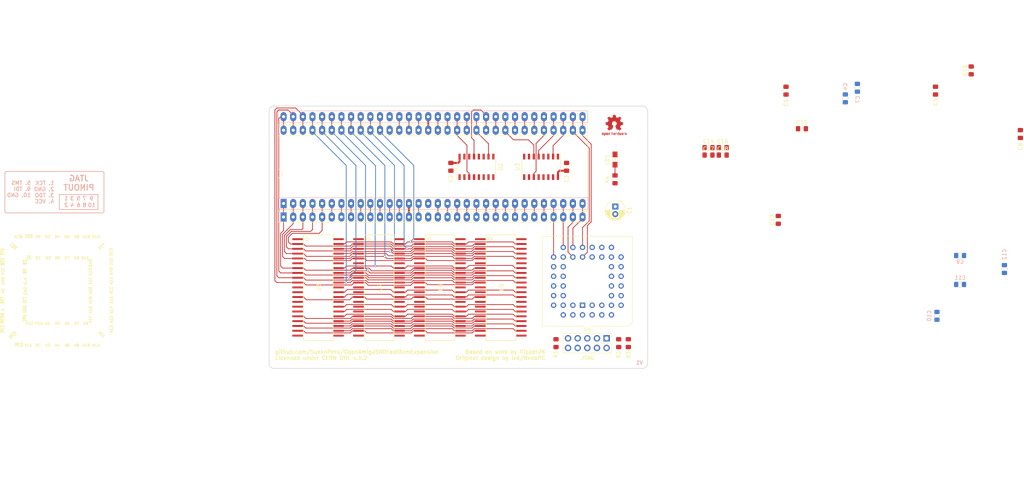
<source format=kicad_pcb>
(kicad_pcb (version 20171130) (host pcbnew 5.0.2)
  (title_block (title OpenAmiga500FastRamExpansion) (date 2019-03-01) (rev 1git) (company SukkoPera) (comment 1 "Based on work by Kipper2K") (comment 2 "Original design by lvd/NedoPC") (comment 3 "Licensed under CERN OHL v.1.2"))
  (layers (0 F.Cu signal) (31 B.Cu signal) (34 B.Paste user) (36 B.SilkS user) (37 F.SilkS user) (38 B.Mask user) (39 F.Mask user) (44 Edge.Cuts user))
  (net 0 "")
  (net 1 /d3)
  (net 2 /d1)
  (net 3 /~as)
  (net 4 /~lds)
  (net 5 /d5)
  (net 6 /d7)
  (net 7 /d9)
  (net 8 /d11)
  (net 9 /d4)
  (net 10 /d2)
  (net 11 /d0)
  (net 12 /~uds)
  (net 13 /r~w)
  (net 14 /d6)
  (net 15 /d8)
  (net 16 /d10)
  (net 17 /clk)
  (net 18 GND)
  (net 19 VCC)
  (net 20 /~reset)
  (net 21 /a1)
  (net 22 /a3)
  (net 23 /a5)
  (net 24 /a7)
  (net 25 /a9)
  (net 26 /a11)
  (net 27 /a13)
  (net 28 /a2)
  (net 29 /a4)
  (net 30 /a6)
  (net 31 /a8)
  (net 32 /a10)
  (net 33 /a12)
  (net 34 /a14)
  (net 35 /a16)
  (net 36 /a18)
  (net 37 /a20)
  (net 38 /a21)
  (net 39 /a23)
  (net 40 /d14)
  (net 41 /d12)
  (net 42 /a15)
  (net 43 /a17)
  (net 44 /a19)
  (net 45 /a22)
  (net 46 /d15)
  (net 47 /d13)
  (net 48 /jtag_tms)
  (net 49 /jtag_tdi)
  (net 50 /jtag_tck)
  (net 51 /ma0)
  (net 52 /~ucas)
  (net 53 /ma1)
  (net 54 /jtag_tdo)
  (net 55 /~ras3)
  (net 56 /mux_switch)
  (net 57 /~ras2)
  (net 58 /~lcas)
  (net 59 /ma2)
  (net 60 /ma3)
  (net 61 /ma4)
  (net 62 /ma5)
  (net 63 /ma9)
  (net 64 /ma8)
  (net 65 /ma7)
  (net 66 /ma6)
  (net 67 "Net-(LD1-Pad2)")
  (net 68 /~dtack)
  (net 69 /~bg)
  (net 70 /~bgack)
  (net 71 /~br)
  (net 72 /~halt)
  (net 73 /~vma)
  (net 74 /e)
  (net 75 /vpa)
  (net 76 /~berr)
  (net 77 /~ipl2)
  (net 78 /~ipl1)
  (net 79 /~ipl0)
  (net 80 /fc2)
  (net 81 /fc1)
  (net 82 /fc0)
  (net 83 /~ras0)
  (net 84 /~ras1)
  (module OpenAmiga500FastRamExpansion:DIP-64_W22.86mm_Socket_LongPads_Socket (layer F.Cu) (at 102.11 78.494 90)
    (fp_text reference J1)
    (fp_text value 68000_SOCKET)
    (pad 1 thru_hole rect (at 0 0 90) (size 2.4 1.6) (drill 0.8) (layers *.Cu *.Mask) (net 9 /d4))
    (pad 33 thru_hole oval (at 22.86 78.74 90) (size 2.4 1.6) (drill 0.8) (layers *.Cu *.Mask) (net 23 /a5))
    (pad 2 thru_hole oval (at 0 2.54 90) (size 2.4 1.6) (drill 0.8) (layers *.Cu *.Mask) (net 1 /d3))
    (pad 34 thru_hole oval (at 22.86 76.2 90) (size 2.4 1.6) (drill 0.8) (layers *.Cu *.Mask) (net 30 /a6))
    (pad 3 thru_hole oval (at 0 5.08 90) (size 2.4 1.6) (drill 0.8) (layers *.Cu *.Mask) (net 10 /d2))
    (pad 35 thru_hole oval (at 22.86 73.66 90) (size 2.4 1.6) (drill 0.8) (layers *.Cu *.Mask) (net 24 /a7))
    (pad 4 thru_hole oval (at 0 7.62 90) (size 2.4 1.6) (drill 0.8) (layers *.Cu *.Mask) (net 2 /d1))
    (pad 36 thru_hole oval (at 22.86 71.12 90) (size 2.4 1.6) (drill 0.8) (layers *.Cu *.Mask) (net 31 /a8))
    (pad 5 thru_hole oval (at 0 10.16 90) (size 2.4 1.6) (drill 0.8) (layers *.Cu *.Mask) (net 11 /d0))
    (pad 37 thru_hole oval (at 22.86 68.58 90) (size 2.4 1.6) (drill 0.8) (layers *.Cu *.Mask) (net 25 /a9))
    (pad 6 thru_hole oval (at 0 12.7 90) (size 2.4 1.6) (drill 0.8) (layers *.Cu *.Mask) (net 3 /~as))
    (pad 38 thru_hole oval (at 22.86 66.04 90) (size 2.4 1.6) (drill 0.8) (layers *.Cu *.Mask) (net 32 /a10))
    (pad 7 thru_hole oval (at 0 15.24 90) (size 2.4 1.6) (drill 0.8) (layers *.Cu *.Mask) (net 12 /~uds))
    (pad 39 thru_hole oval (at 22.86 63.5 90) (size 2.4 1.6) (drill 0.8) (layers *.Cu *.Mask) (net 26 /a11))
    (pad 8 thru_hole oval (at 0 17.78 90) (size 2.4 1.6) (drill 0.8) (layers *.Cu *.Mask) (net 4 /~lds))
    (pad 40 thru_hole oval (at 22.86 60.96 90) (size 2.4 1.6) (drill 0.8) (layers *.Cu *.Mask) (net 33 /a12))
    (pad 9 thru_hole oval (at 0 20.32 90) (size 2.4 1.6) (drill 0.8) (layers *.Cu *.Mask) (net 13 /r~w))
    (pad 41 thru_hole oval (at 22.86 58.42 90) (size 2.4 1.6) (drill 0.8) (layers *.Cu *.Mask) (net 27 /a13))
    (pad 10 thru_hole oval (at 0 22.86 90) (size 2.4 1.6) (drill 0.8) (layers *.Cu *.Mask) (net 68 /~dtack))
    (pad 42 thru_hole oval (at 22.86 55.88 90) (size 2.4 1.6) (drill 0.8) (layers *.Cu *.Mask) (net 34 /a14))
    (pad 11 thru_hole oval (at 0 25.4 90) (size 2.4 1.6) (drill 0.8) (layers *.Cu *.Mask) (net 69 /~bg))
    (pad 43 thru_hole oval (at 22.86 53.34 90) (size 2.4 1.6) (drill 0.8) (layers *.Cu *.Mask) (net 42 /a15))
    (pad 12 thru_hole oval (at 0 27.94 90) (size 2.4 1.6) (drill 0.8) (layers *.Cu *.Mask) (net 70 /~bgack))
    (pad 44 thru_hole oval (at 22.86 50.8 90) (size 2.4 1.6) (drill 0.8) (layers *.Cu *.Mask) (net 35 /a16))
    (pad 13 thru_hole oval (at 0 30.48 90) (size 2.4 1.6) (drill 0.8) (layers *.Cu *.Mask) (net 71 /~br))
    (pad 45 thru_hole oval (at 22.86 48.26 90) (size 2.4 1.6) (drill 0.8) (layers *.Cu *.Mask) (net 43 /a17))
    (pad 14 thru_hole oval (at 0 33.02 90) (size 2.4 1.6) (drill 0.8) (layers *.Cu *.Mask) (net 19 VCC))
    (pad 46 thru_hole oval (at 22.86 45.72 90) (size 2.4 1.6) (drill 0.8) (layers *.Cu *.Mask) (net 36 /a18))
    (pad 15 thru_hole oval (at 0 35.56 90) (size 2.4 1.6) (drill 0.8) (layers *.Cu *.Mask) (net 17 /clk))
    (pad 47 thru_hole oval (at 22.86 43.18 90) (size 2.4 1.6) (drill 0.8) (layers *.Cu *.Mask) (net 44 /a19))
    (pad 16 thru_hole oval (at 0 38.1 90) (size 2.4 1.6) (drill 0.8) (layers *.Cu *.Mask) (net 18 GND))
    (pad 48 thru_hole oval (at 22.86 40.64 90) (size 2.4 1.6) (drill 0.8) (layers *.Cu *.Mask) (net 37 /a20))
    (pad 17 thru_hole oval (at 0 40.64 90) (size 2.4 1.6) (drill 0.8) (layers *.Cu *.Mask) (net 72 /~halt))
    (pad 49 thru_hole oval (at 22.86 38.1 90) (size 2.4 1.6) (drill 0.8) (layers *.Cu *.Mask) (net 19 VCC))
    (pad 18 thru_hole oval (at 0 43.18 90) (size 2.4 1.6) (drill 0.8) (layers *.Cu *.Mask) (net 20 /~reset))
    (pad 50 thru_hole oval (at 22.86 35.56 90) (size 2.4 1.6) (drill 0.8) (layers *.Cu *.Mask) (net 38 /a21))
    (pad 19 thru_hole oval (at 0 45.72 90) (size 2.4 1.6) (drill 0.8) (layers *.Cu *.Mask) (net 73 /~vma))
    (pad 51 thru_hole oval (at 22.86 33.02 90) (size 2.4 1.6) (drill 0.8) (layers *.Cu *.Mask) (net 45 /a22))
    (pad 20 thru_hole oval (at 0 48.26 90) (size 2.4 1.6) (drill 0.8) (layers *.Cu *.Mask) (net 74 /e))
    (pad 52 thru_hole oval (at 22.86 30.48 90) (size 2.4 1.6) (drill 0.8) (layers *.Cu *.Mask) (net 39 /a23))
    (pad 21 thru_hole oval (at 0 50.8 90) (size 2.4 1.6) (drill 0.8) (layers *.Cu *.Mask) (net 75 /vpa))
    (pad 53 thru_hole oval (at 22.86 27.94 90) (size 2.4 1.6) (drill 0.8) (layers *.Cu *.Mask) (net 18 GND))
    (pad 22 thru_hole oval (at 0 53.34 90) (size 2.4 1.6) (drill 0.8) (layers *.Cu *.Mask) (net 76 /~berr))
    (pad 54 thru_hole oval (at 22.86 25.4 90) (size 2.4 1.6) (drill 0.8) (layers *.Cu *.Mask) (net 46 /d15))
    (pad 23 thru_hole oval (at 0 55.88 90) (size 2.4 1.6) (drill 0.8) (layers *.Cu *.Mask) (net 77 /~ipl2))
    (pad 55 thru_hole oval (at 22.86 22.86 90) (size 2.4 1.6) (drill 0.8) (layers *.Cu *.Mask) (net 40 /d14))
    (pad 24 thru_hole oval (at 0 58.42 90) (size 2.4 1.6) (drill 0.8) (layers *.Cu *.Mask) (net 78 /~ipl1))
    (pad 56 thru_hole oval (at 22.86 20.32 90) (size 2.4 1.6) (drill 0.8) (layers *.Cu *.Mask) (net 47 /d13))
    (pad 25 thru_hole oval (at 0 60.96 90) (size 2.4 1.6) (drill 0.8) (layers *.Cu *.Mask) (net 79 /~ipl0))
    (pad 57 thru_hole oval (at 22.86 17.78 90) (size 2.4 1.6) (drill 0.8) (layers *.Cu *.Mask) (net 41 /d12))
    (pad 26 thru_hole oval (at 0 63.5 90) (size 2.4 1.6) (drill 0.8) (layers *.Cu *.Mask) (net 80 /fc2))
    (pad 58 thru_hole oval (at 22.86 15.24 90) (size 2.4 1.6) (drill 0.8) (layers *.Cu *.Mask) (net 8 /d11))
    (pad 27 thru_hole oval (at 0 66.04 90) (size 2.4 1.6) (drill 0.8) (layers *.Cu *.Mask) (net 81 /fc1))
    (pad 59 thru_hole oval (at 22.86 12.7 90) (size 2.4 1.6) (drill 0.8) (layers *.Cu *.Mask) (net 16 /d10))
    (pad 28 thru_hole oval (at 0 68.58 90) (size 2.4 1.6) (drill 0.8) (layers *.Cu *.Mask) (net 82 /fc0))
    (pad 60 thru_hole oval (at 22.86 10.16 90) (size 2.4 1.6) (drill 0.8) (layers *.Cu *.Mask) (net 7 /d9))
    (pad 29 thru_hole oval (at 0 71.12 90) (size 2.4 1.6) (drill 0.8) (layers *.Cu *.Mask) (net 21 /a1))
    (pad 61 thru_hole oval (at 22.86 7.62 90) (size 2.4 1.6) (drill 0.8) (layers *.Cu *.Mask) (net 15 /d8))
    (pad 30 thru_hole oval (at 0 73.66 90) (size 2.4 1.6) (drill 0.8) (layers *.Cu *.Mask) (net 28 /a2))
    (pad 62 thru_hole oval (at 22.86 5.08 90) (size 2.4 1.6) (drill 0.8) (layers *.Cu *.Mask) (net 6 /d7))
    (pad 31 thru_hole oval (at 0 76.2 90) (size 2.4 1.6) (drill 0.8) (layers *.Cu *.Mask) (net 22 /a3))
    (pad 63 thru_hole oval (at 22.86 2.54 90) (size 2.4 1.6) (drill 0.8) (layers *.Cu *.Mask) (net 14 /d6))
    (pad 32 thru_hole oval (at 0 78.74 90) (size 2.4 1.6) (drill 0.8) (layers *.Cu *.Mask) (net 29 /a4))
    (pad 64 thru_hole oval (at 22.86 0 90) (size 2.4 1.6) (drill 0.8) (layers *.Cu *.Mask) (net 5 /d5))
  )
  (module OpenAmiga500FastRamExpansion:DIP-64_W22.86mm_Socket_LongPads_IC (layer F.Cu) (at 102.11 82.05 90)
    (fp_text reference U1)
    (fp_text value 68000D)
    (pad 64 thru_hole oval (at 22.86 0 90) (size 2.4 1.6) (drill 0.8) (layers *.Cu *.Mask) (net 5 /d5))
    (pad 32 thru_hole oval (at 0 78.74 90) (size 2.4 1.6) (drill 0.8) (layers *.Cu *.Mask) (net 29 /a4))
    (pad 63 thru_hole oval (at 22.86 2.54 90) (size 2.4 1.6) (drill 0.8) (layers *.Cu *.Mask) (net 14 /d6))
    (pad 31 thru_hole oval (at 0 76.2 90) (size 2.4 1.6) (drill 0.8) (layers *.Cu *.Mask) (net 22 /a3))
    (pad 62 thru_hole oval (at 22.86 5.08 90) (size 2.4 1.6) (drill 0.8) (layers *.Cu *.Mask) (net 6 /d7))
    (pad 30 thru_hole oval (at 0 73.66 90) (size 2.4 1.6) (drill 0.8) (layers *.Cu *.Mask) (net 28 /a2))
    (pad 61 thru_hole oval (at 22.86 7.62 90) (size 2.4 1.6) (drill 0.8) (layers *.Cu *.Mask) (net 15 /d8))
    (pad 29 thru_hole oval (at 0 71.12 90) (size 2.4 1.6) (drill 0.8) (layers *.Cu *.Mask) (net 21 /a1))
    (pad 60 thru_hole oval (at 22.86 10.16 90) (size 2.4 1.6) (drill 0.8) (layers *.Cu *.Mask) (net 7 /d9))
    (pad 28 thru_hole oval (at 0 68.58 90) (size 2.4 1.6) (drill 0.8) (layers *.Cu *.Mask) (net 82 /fc0))
    (pad 59 thru_hole oval (at 22.86 12.7 90) (size 2.4 1.6) (drill 0.8) (layers *.Cu *.Mask) (net 16 /d10))
    (pad 27 thru_hole oval (at 0 66.04 90) (size 2.4 1.6) (drill 0.8) (layers *.Cu *.Mask) (net 81 /fc1))
    (pad 58 thru_hole oval (at 22.86 15.24 90) (size 2.4 1.6) (drill 0.8) (layers *.Cu *.Mask) (net 8 /d11))
    (pad 26 thru_hole oval (at 0 63.5 90) (size 2.4 1.6) (drill 0.8) (layers *.Cu *.Mask) (net 80 /fc2))
    (pad 57 thru_hole oval (at 22.86 17.78 90) (size 2.4 1.6) (drill 0.8) (layers *.Cu *.Mask) (net 41 /d12))
    (pad 25 thru_hole oval (at 0 60.96 90) (size 2.4 1.6) (drill 0.8) (layers *.Cu *.Mask) (net 79 /~ipl0))
    (pad 56 thru_hole oval (at 22.86 20.32 90) (size 2.4 1.6) (drill 0.8) (layers *.Cu *.Mask) (net 47 /d13))
    (pad 24 thru_hole oval (at 0 58.42 90) (size 2.4 1.6) (drill 0.8) (layers *.Cu *.Mask) (net 78 /~ipl1))
    (pad 55 thru_hole oval (at 22.86 22.86 90) (size 2.4 1.6) (drill 0.8) (layers *.Cu *.Mask) (net 40 /d14))
    (pad 23 thru_hole oval (at 0 55.88 90) (size 2.4 1.6) (drill 0.8) (layers *.Cu *.Mask) (net 77 /~ipl2))
    (pad 54 thru_hole oval (at 22.86 25.4 90) (size 2.4 1.6) (drill 0.8) (layers *.Cu *.Mask) (net 46 /d15))
    (pad 22 thru_hole oval (at 0 53.34 90) (size 2.4 1.6) (drill 0.8) (layers *.Cu *.Mask) (net 76 /~berr))
    (pad 53 thru_hole oval (at 22.86 27.94 90) (size 2.4 1.6) (drill 0.8) (layers *.Cu *.Mask) (net 18 GND))
    (pad 21 thru_hole oval (at 0 50.8 90) (size 2.4 1.6) (drill 0.8) (layers *.Cu *.Mask) (net 75 /vpa))
    (pad 52 thru_hole oval (at 22.86 30.48 90) (size 2.4 1.6) (drill 0.8) (layers *.Cu *.Mask) (net 39 /a23))
    (pad 20 thru_hole oval (at 0 48.26 90) (size 2.4 1.6) (drill 0.8) (layers *.Cu *.Mask) (net 74 /e))
    (pad 51 thru_hole oval (at 22.86 33.02 90) (size 2.4 1.6) (drill 0.8) (layers *.Cu *.Mask) (net 45 /a22))
    (pad 19 thru_hole oval (at 0 45.72 90) (size 2.4 1.6) (drill 0.8) (layers *.Cu *.Mask) (net 73 /~vma))
    (pad 50 thru_hole oval (at 22.86 35.56 90) (size 2.4 1.6) (drill 0.8) (layers *.Cu *.Mask) (net 38 /a21))
    (pad 18 thru_hole oval (at 0 43.18 90) (size 2.4 1.6) (drill 0.8) (layers *.Cu *.Mask) (net 20 /~reset))
    (pad 49 thru_hole oval (at 22.86 38.1 90) (size 2.4 1.6) (drill 0.8) (layers *.Cu *.Mask) (net 19 VCC))
    (pad 17 thru_hole oval (at 0 40.64 90) (size 2.4 1.6) (drill 0.8) (layers *.Cu *.Mask) (net 72 /~halt))
    (pad 48 thru_hole oval (at 22.86 40.64 90) (size 2.4 1.6) (drill 0.8) (layers *.Cu *.Mask) (net 37 /a20))
    (pad 16 thru_hole oval (at 0 38.1 90) (size 2.4 1.6) (drill 0.8) (layers *.Cu *.Mask) (net 18 GND))
    (pad 47 thru_hole oval (at 22.86 43.18 90) (size 2.4 1.6) (drill 0.8) (layers *.Cu *.Mask) (net 44 /a19))
    (pad 15 thru_hole oval (at 0 35.56 90) (size 2.4 1.6) (drill 0.8) (layers *.Cu *.Mask) (net 17 /clk))
    (pad 46 thru_hole oval (at 22.86 45.72 90) (size 2.4 1.6) (drill 0.8) (layers *.Cu *.Mask) (net 36 /a18))
    (pad 14 thru_hole oval (at 0 33.02 90) (size 2.4 1.6) (drill 0.8) (layers *.Cu *.Mask) (net 19 VCC))
    (pad 45 thru_hole oval (at 22.86 48.26 90) (size 2.4 1.6) (drill 0.8) (layers *.Cu *.Mask) (net 43 /a17))
    (pad 13 thru_hole oval (at 0 30.48 90) (size 2.4 1.6) (drill 0.8) (layers *.Cu *.Mask) (net 71 /~br))
    (pad 44 thru_hole oval (at 22.86 50.8 90) (size 2.4 1.6) (drill 0.8) (layers *.Cu *.Mask) (net 35 /a16))
    (pad 12 thru_hole oval (at 0 27.94 90) (size 2.4 1.6) (drill 0.8) (layers *.Cu *.Mask) (net 70 /~bgack))
    (pad 43 thru_hole oval (at 22.86 53.34 90) (size 2.4 1.6) (drill 0.8) (layers *.Cu *.Mask) (net 42 /a15))
    (pad 11 thru_hole oval (at 0 25.4 90) (size 2.4 1.6) (drill 0.8) (layers *.Cu *.Mask) (net 69 /~bg))
    (pad 42 thru_hole oval (at 22.86 55.88 90) (size 2.4 1.6) (drill 0.8) (layers *.Cu *.Mask) (net 34 /a14))
    (pad 10 thru_hole oval (at 0 22.86 90) (size 2.4 1.6) (drill 0.8) (layers *.Cu *.Mask) (net 68 /~dtack))
    (pad 41 thru_hole oval (at 22.86 58.42 90) (size 2.4 1.6) (drill 0.8) (layers *.Cu *.Mask) (net 27 /a13))
    (pad 9 thru_hole oval (at 0 20.32 90) (size 2.4 1.6) (drill 0.8) (layers *.Cu *.Mask) (net 13 /r~w))
    (pad 40 thru_hole oval (at 22.86 60.96 90) (size 2.4 1.6) (drill 0.8) (layers *.Cu *.Mask) (net 33 /a12))
    (pad 8 thru_hole oval (at 0 17.78 90) (size 2.4 1.6) (drill 0.8) (layers *.Cu *.Mask) (net 4 /~lds))
    (pad 39 thru_hole oval (at 22.86 63.5 90) (size 2.4 1.6) (drill 0.8) (layers *.Cu *.Mask) (net 26 /a11))
    (pad 7 thru_hole oval (at 0 15.24 90) (size 2.4 1.6) (drill 0.8) (layers *.Cu *.Mask) (net 12 /~uds))
    (pad 38 thru_hole oval (at 22.86 66.04 90) (size 2.4 1.6) (drill 0.8) (layers *.Cu *.Mask) (net 32 /a10))
    (pad 6 thru_hole oval (at 0 12.7 90) (size 2.4 1.6) (drill 0.8) (layers *.Cu *.Mask) (net 3 /~as))
    (pad 37 thru_hole oval (at 22.86 68.58 90) (size 2.4 1.6) (drill 0.8) (layers *.Cu *.Mask) (net 25 /a9))
    (pad 5 thru_hole oval (at 0 10.16 90) (size 2.4 1.6) (drill 0.8) (layers *.Cu *.Mask) (net 11 /d0))
    (pad 36 thru_hole oval (at 22.86 71.12 90) (size 2.4 1.6) (drill 0.8) (layers *.Cu *.Mask) (net 31 /a8))
    (pad 4 thru_hole oval (at 0 7.62 90) (size 2.4 1.6) (drill 0.8) (layers *.Cu *.Mask) (net 2 /d1))
    (pad 35 thru_hole oval (at 22.86 73.66 90) (size 2.4 1.6) (drill 0.8) (layers *.Cu *.Mask) (net 24 /a7))
    (pad 3 thru_hole oval (at 0 5.08 90) (size 2.4 1.6) (drill 0.8) (layers *.Cu *.Mask) (net 10 /d2))
    (pad 34 thru_hole oval (at 22.86 76.2 90) (size 2.4 1.6) (drill 0.8) (layers *.Cu *.Mask) (net 30 /a6))
    (pad 2 thru_hole oval (at 0 2.54 90) (size 2.4 1.6) (drill 0.8) (layers *.Cu *.Mask) (net 1 /d3))
    (pad 33 thru_hole oval (at 22.86 78.74 90) (size 2.4 1.6) (drill 0.8) (layers *.Cu *.Mask) (net 23 /a5))
    (pad 1 thru_hole rect (at 0 0 90) (size 2.4 1.6) (drill 0.8) (layers *.Cu *.Mask) (net 9 /d4))
  )
  (module Symbol:OSHW-Logo2_7.3x6mm_Copper (layer F.Cu) (at 189.232 57.92)
    (fp_text reference P99 hide)
    (fp_text value OSHW_LOGO hide)
    (fp_poly (pts (xy -2.400256 1.919918) (xy -2.344799 1.947568) (xy -2.295852 1.99848) (xy -2.282371 2.017338) (xy -2.267686 2.042015) (xy -2.258158 2.068816) (xy -2.252707 2.104587) (xy -2.250253 2.156169) (xy -2.249714 2.224267) (xy -2.252148 2.317588) (xy -2.260606 2.387657) (xy -2.276826 2.439931) (xy -2.302546 2.479869) (xy -2.339503 2.512929) (xy -2.342218 2.514886) (xy -2.37864 2.534908) (xy -2.422498 2.544815) (xy -2.478276 2.547257) (xy -2.568952 2.547257) (xy -2.56899 2.635283) (xy -2.569834 2.684308) (xy -2.574976 2.713065) (xy -2.588413 2.730311) (xy -2.614142 2.744808) (xy -2.620321 2.747769) (xy -2.649236 2.761648) (xy -2.671624 2.770414) (xy -2.688271 2.771171) (xy -2.699964 2.761023) (xy -2.70749 2.737073) (xy -2.711634 2.696426) (xy -2.713185 2.636186) (xy -2.712929 2.553455) (xy -2.711651 2.445339) (xy -2.711252 2.413) (xy -2.709815 2.301524) (xy -2.708528 2.228603) (xy -2.569029 2.228603) (xy -2.568245 2.290499) (xy -2.56476 2.330997) (xy -2.556876 2.357708) (xy -2.542895 2.378244) (xy -2.533403 2.38826) (xy -2.494596 2.417567) (xy -2.460237 2.419952) (xy -2.424784 2.39575) (xy -2.423886 2.394857) (xy -2.409461 2.376153) (xy -2.400687 2.350732) (xy -2.396261 2.311584) (xy -2.394882 2.251697) (xy -2.394857 2.23843) (xy -2.398188 2.155901) (xy -2.409031 2.098691) (xy -2.42866 2.063766) (xy -2.45835 2.048094) (xy -2.475509 2.046514) (xy -2.516234 2.053926) (xy -2.544168 2.07833) (xy -2.560983 2.12298) (xy -2.56835 2.19113) (xy -2.569029 2.228603) (xy -2.708528 2.228603) (xy -2.708292 2.215245) (xy -2.706323 2.150333) (xy -2.70355 2.102958) (xy -2.699612 2.06929) (xy -2.694151 2.045498) (xy -2.686808 2.027753) (xy -2.677223 2.012224) (xy -2.673113 2.006381) (xy -2.618595 1.951185) (xy -2.549664 1.91989) (xy -2.469928 1.911165) (xy -2.400256 1.919918)) (layer F.Cu) (width 0.01))
    (fp_poly (pts (xy -1.283907 1.92778) (xy -1.237328 1.954723) (xy -1.204943 1.981466) (xy -1.181258 2.009484) (xy -1.164941 2.043748) (xy -1.154661 2.089227) (xy -1.149086 2.150892) (xy -1.146884 2.233711) (xy -1.146629 2.293246) (xy -1.146629 2.512391) (xy -1.208314 2.540044) (xy -1.27 2.567697) (xy -1.277257 2.32767) (xy -1.280256 2.238028) (xy -1.283402 2.172962) (xy -1.287299 2.128026) (xy -1.292553 2.09877) (xy -1.299769 2.080748) (xy -1.30955 2.069511) (xy -1.312688 2.067079) (xy -1.360239 2.048083) (xy -1.408303 2.0556) (xy -1.436914 2.075543) (xy -1.448553 2.089675) (xy -1.456609 2.10822) (xy -1.461729 2.136334) (xy -1.464559 2.179173) (xy -1.465744 2.241895) (xy -1.465943 2.307261) (xy -1.465982 2.389268) (xy -1.467386 2.447316) (xy -1.472086 2.486465) (xy -1.482013 2.51178) (xy -1.499097 2.528323) (xy -1.525268 2.541156) (xy -1.560225 2.554491) (xy -1.598404 2.569007) (xy -1.593859 2.311389) (xy -1.592029 2.218519) (xy -1.589888 2.149889) (xy -1.586819 2.100711) (xy -1.582206 2.066198) (xy -1.575432 2.041562) (xy -1.565881 2.022016) (xy -1.554366 2.00477) (xy -1.49881 1.94968) (xy -1.43102 1.917822) (xy -1.357287 1.910191) (xy -1.283907 1.92778)) (layer F.Cu) (width 0.01))
    (fp_poly (pts (xy -2.958885 1.921962) (xy -2.890855 1.957733) (xy -2.840649 2.015301) (xy -2.822815 2.052312) (xy -2.808937 2.107882) (xy -2.801833 2.178096) (xy -2.80116 2.254727) (xy -2.806573 2.329552) (xy -2.81773 2.394342) (xy -2.834286 2.440873) (xy -2.839374 2.448887) (xy -2.899645 2.508707) (xy -2.971231 2.544535) (xy -3.048908 2.55502) (xy -3.127452 2.53881) (xy -3.149311 2.529092) (xy -3.191878 2.499143) (xy -3.229237 2.459433) (xy -3.232768 2.454397) (xy -3.247119 2.430124) (xy -3.256606 2.404178) (xy -3.26221 2.370022) (xy -3.264914 2.321119) (xy -3.265701 2.250935) (xy -3.265714 2.2352) (xy -3.265678 2.230192) (xy -3.120571 2.230192) (xy -3.119727 2.29643) (xy -3.116404 2.340386) (xy -3.109417 2.368779) (xy -3.097584 2.388325) (xy -3.091543 2.394857) (xy -3.056814 2.41968) (xy -3.023097 2.418548) (xy -2.989005 2.397016) (xy -2.968671 2.374029) (xy -2.956629 2.340478) (xy -2.949866 2.287569) (xy -2.949402 2.281399) (xy -2.948248 2.185513) (xy -2.960312 2.114299) (xy -2.98543 2.068194) (xy -3.02344 2.047635) (xy -3.037008 2.046514) (xy -3.072636 2.052152) (xy -3.097006 2.071686) (xy -3.111907 2.109042) (xy -3.119125 2.16815) (xy -3.120571 2.230192) (xy -3.265678 2.230192) (xy -3.265174 2.160413) (xy -3.262904 2.108159) (xy -3.257932 2.071949) (xy -3.249287 2.045299) (xy -3.235995 2.021722) (xy -3.233057 2.017338) (xy -3.183687 1.958249) (xy -3.129891 1.923947) (xy -3.064398 1.910331) (xy -3.042158 1.909665) (xy -2.958885 1.921962)) (layer F.Cu) (width 0.01))
    (fp_poly (pts (xy -1.831697 1.931239) (xy -1.774473 1.969735) (xy -1.730251 2.025335) (xy -1.703833 2.096086) (xy -1.69849 2.148162) (xy -1.699097 2.169893) (xy -1.704178 2.186531) (xy -1.718145 2.201437) (xy -1.745411 2.217973) (xy -1.790388 2.239498) (xy -1.857489 2.269374) (xy -1.857829 2.269524) (xy -1.919593 2.297813) (xy -1.970241 2.322933) (xy -2.004596 2.342179) (xy -2.017482 2.352848) (xy -2.017486 2.352934) (xy -2.006128 2.376166) (xy -1.979569 2.401774) (xy -1.949077 2.420221) (xy -1.93363 2.423886) (xy -1.891485 2.411212) (xy -1.855192 2.379471) (xy -1.837483 2.344572) (xy -1.820448 2.318845) (xy -1.787078 2.289546) (xy -1.747851 2.264235) (xy -1.713244 2.250471) (xy -1.706007 2.249714) (xy -1.697861 2.26216) (xy -1.69737 2.293972) (xy -1.703357 2.336866) (xy -1.714643 2.382558) (xy -1.73005 2.422761) (xy -1.730829 2.424322) (xy -1.777196 2.489062) (xy -1.837289 2.533097) (xy -1.905535 2.554711) (xy -1.976362 2.552185) (xy -2.044196 2.523804) (xy -2.047212 2.521808) (xy -2.100573 2.473448) (xy -2.13566 2.410352) (xy -2.155078 2.327387) (xy -2.157684 2.304078) (xy -2.162299 2.194055) (xy -2.156767 2.142748) (xy -2.017486 2.142748) (xy -2.015676 2.174753) (xy -2.005778 2.184093) (xy -1.981102 2.177105) (xy -1.942205 2.160587) (xy -1.898725 2.139881) (xy -1.897644 2.139333) (xy -1.860791 2.119949) (xy -1.846 2.107013) (xy -1.849647 2.093451) (xy -1.865005 2.075632) (xy -1.904077 2.049845) (xy -1.946154 2.04795) (xy -1.983897 2.066717) (xy -2.009966 2.102915) (xy -2.017486 2.142748) (xy -2.156767 2.142748) (xy -2.152806 2.106027) (xy -2.12845 2.036212) (xy -2.094544 1.987302) (xy -2.033347 1.937878) (xy -1.965937 1.913359) (xy -1.89712 1.911797) (xy -1.831697 1.931239)) (layer F.Cu) (width 0.01))
    (fp_poly (pts (xy -0.624114 1.851289) (xy -0.619861 1.910613) (xy -0.614975 1.945572) (xy -0.608205 1.96082) (xy -0.598298 1.961015) (xy -0.595086 1.959195) (xy -0.552356 1.946015) (xy -0.496773 1.946785) (xy -0.440263 1.960333) (xy -0.404918 1.977861) (xy -0.368679 2.005861) (xy -0.342187 2.037549) (xy -0.324001 2.077813) (xy -0.312678 2.131543) (xy -0.306778 2.203626) (xy -0.304857 2.298951) (xy -0.304823 2.317237) (xy -0.3048 2.522646) (xy -0.350509 2.53858) (xy -0.382973 2.54942) (xy -0.400785 2.554468) (xy -0.401309 2.554514) (xy -0.403063 2.540828) (xy -0.404556 2.503076) (xy -0.405674 2.446224) (xy -0.406303 2.375234) (xy -0.4064 2.332073) (xy -0.406602 2.246973) (xy -0.407642 2.185981) (xy -0.410169 2.144177) (xy -0.414836 2.116642) (xy -0.422293 2.098456) (xy -0.433189 2.084698) (xy -0.439993 2.078073) (xy -0.486728 2.051375) (xy -0.537728 2.049375) (xy -0.583999 2.071955) (xy -0.592556 2.080107) (xy -0.605107 2.095436) (xy -0.613812 2.113618) (xy -0.619369 2.139909) (xy -0.622474 2.179562) (xy -0.623824 2.237832) (xy -0.624114 2.318173) (xy -0.624114 2.522646) (xy -0.669823 2.53858) (xy -0.702287 2.54942) (xy -0.720099 2.554468) (xy -0.720623 2.554514) (xy -0.721963 2.540623) (xy -0.723172 2.501439) (xy -0.724199 2.4407) (xy -0.724998 2.362141) (xy -0.725519 2.269498) (xy -0.725714 2.166509) (xy -0.725714 1.769342) (xy -0.678543 1.749444) (xy -0.631371 1.729547) (xy -0.624114 1.851289)) (layer F.Cu) (width 0.01))
    (fp_poly (pts (xy 0.039744 1.950968) (xy 0.096616 1.972087) (xy 0.097267 1.972493) (xy 0.13244 1.99838) (xy 0.158407 2.028633) (xy 0.17667 2.068058) (xy 0.188732 2.121462) (xy 0.196096 2.193651) (xy 0.200264 2.289432) (xy 0.200629 2.303078) (xy 0.205876 2.508842) (xy 0.161716 2.531678) (xy 0.129763 2.54711) (xy 0.11047 2.554423) (xy 0.109578 2.554514) (xy 0.106239 2.541022) (xy 0.103587 2.504626) (xy 0.101956 2.451452) (xy 0.1016 2.408393) (xy 0.101592 2.338641) (xy 0.098403 2.294837) (xy 0.087288 2.273944) (xy 0.063501 2.272925) (xy 0.022296 2.288741) (xy -0.039914 2.317815) (xy -0.085659 2.341963) (xy -0.109187 2.362913) (xy -0.116104 2.385747) (xy -0.116114 2.386877) (xy -0.104701 2.426212) (xy -0.070908 2.447462) (xy -0.019191 2.450539) (xy 0.018061 2.450006) (xy 0.037703 2.460735) (xy 0.049952 2.486505) (xy 0.057002 2.519337) (xy 0.046842 2.537966) (xy 0.043017 2.540632) (xy 0.007001 2.55134) (xy -0.043434 2.552856) (xy -0.095374 2.545759) (xy -0.132178 2.532788) (xy -0.183062 2.489585) (xy -0.211986 2.429446) (xy -0.217714 2.382462) (xy -0.213343 2.340082) (xy -0.197525 2.305488) (xy -0.166203 2.274763) (xy -0.115322 2.24399) (xy -0.040824 2.209252) (xy -0.036286 2.207288) (xy 0.030821 2.176287) (xy 0.072232 2.150862) (xy 0.089981 2.128014) (xy 0.086107 2.104745) (xy 0.062643 2.078056) (xy 0.055627 2.071914) (xy 0.00863 2.0481) (xy -0.040067 2.049103) (xy -0.082478 2.072451) (xy -0.110616 2.115675) (xy -0.113231 2.12416) (xy -0.138692 2.165308) (xy -0.170999 2.185128) (xy -0.217714 2.20477) (xy -0.217714 2.15395) (xy -0.203504 2.080082) (xy -0.161325 2.012327) (xy -0.139376 1.989661) (xy -0.089483 1.960569) (xy -0.026033 1.9474) (xy 0.039744 1.950968)) (layer F.Cu) (width 0.01))
    (fp_poly (pts (xy 0.529926 1.949755) (xy 0.595858 1.974084) (xy 0.649273 2.017117) (xy 0.670164 2.047409) (xy 0.692939 2.102994) (xy 0.692466 2.143186) (xy 0.668562 2.170217) (xy 0.659717 2.174813) (xy 0.62153 2.189144) (xy 0.602028 2.185472) (xy 0.595422 2.161407) (xy 0.595086 2.148114) (xy 0.582992 2.09921) (xy 0.551471 2.064999) (xy 0.507659 2.048476) (xy 0.458695 2.052634) (xy 0.418894 2.074227) (xy 0.40545 2.086544) (xy 0.395921 2.101487) (xy 0.389485 2.124075) (xy 0.385317 2.159328) (xy 0.382597 2.212266) (xy 0.380502 2.287907) (xy 0.37996 2.311857) (xy 0.377981 2.39379) (xy 0.375731 2.451455) (xy 0.372357 2.489608) (xy 0.367006 2.513004) (xy 0.358824 2.526398) (xy 0.346959 2.534545) (xy 0.339362 2.538144) (xy 0.307102 2.550452) (xy 0.288111 2.554514) (xy 0.281836 2.540948) (xy 0.278006 2.499934) (xy 0.2766 2.430999) (xy 0.277598 2.333669) (xy 0.277908 2.318657) (xy 0.280101 2.229859) (xy 0.282693 2.165019) (xy 0.286382 2.119067) (xy 0.291864 2.086935) (xy 0.299835 2.063553) (xy 0.310993 2.043852) (xy 0.31683 2.03541) (xy 0.350296 1.998057) (xy 0.387727 1.969003) (xy 0.392309 1.966467) (xy 0.459426 1.946443) (xy 0.529926 1.949755)) (layer F.Cu) (width 0.01))
    (fp_poly (pts (xy 1.190117 2.065358) (xy 1.189933 2.173837) (xy 1.189219 2.257287) (xy 1.187675 2.319704) (xy 1.185001 2.365085) (xy 1.180894 2.397429) (xy 1.175055 2.420733) (xy 1.167182 2.438995) (xy 1.161221 2.449418) (xy 1.111855 2.505945) (xy 1.049264 2.541377) (xy 0.980013 2.55409) (xy 0.910668 2.542463) (xy 0.869375 2.521568) (xy 0.826025 2.485422) (xy 0.796481 2.441276) (xy 0.778655 2.383462) (xy 0.770463 2.306313) (xy 0.769302 2.249714) (xy 0.769458 2.245647) (xy 0.870857 2.245647) (xy 0.871476 2.31055) (xy 0.874314 2.353514) (xy 0.88084 2.381622) (xy 0.892523 2.401953) (xy 0.906483 2.417288) (xy 0.953365 2.44689) (xy 1.003701 2.449419) (xy 1.051276 2.424705) (xy 1.054979 2.421356) (xy 1.070783 2.403935) (xy 1.080693 2.383209) (xy 1.086058 2.352362) (xy 1.088228 2.304577) (xy 1.088571 2.251748) (xy 1.087827 2.185381) (xy 1.084748 2.141106) (xy 1.078061 2.112009) (xy 1.066496 2.091173) (xy 1.057013 2.080107) (xy 1.01296 2.052198) (xy 0.962224 2.048843) (xy 0.913796 2.070159) (xy 0.90445 2.078073) (xy 0.88854 2.095647) (xy 0.87861 2.116587) (xy 0.873278 2.147782) (xy 0.871163 2.196122) (xy 0.870857 2.245647) (xy 0.769458 2.245647) (xy 0.77281 2.158568) (xy 0.784726 2.090086) (xy 0.807135 2.0386) (xy 0.842124 1.998443) (xy 0.869375 1.977861) (xy 0.918907 1.955625) (xy 0.976316 1.945304) (xy 1.029682 1.948067) (xy 1.059543 1.959212) (xy 1.071261 1.962383) (xy 1.079037 1.950557) (xy 1.084465 1.918866) (xy 1.088571 1.870593) (xy 1.093067 1.816829) (xy 1.099313 1.784482) (xy 1.110676 1.765985) (xy 1.130528 1.75377) (xy 1.143 1.748362) (xy 1.190171 1.728601) (xy 1.190117 2.065358)) (layer F.Cu) (width 0.01))
    (fp_poly (pts (xy 1.779833 1.958663) (xy 1.782048 1.99685) (xy 1.783784 2.054886) (xy 1.784899 2.12818) (xy 1.785257 2.205055) (xy 1.785257 2.465196) (xy 1.739326 2.511127) (xy 1.707675 2.539429) (xy 1.67989 2.550893) (xy 1.641915 2.550168) (xy 1.62684 2.548321) (xy 1.579726 2.542948) (xy 1.540756 2.539869) (xy 1.531257 2.539585) (xy 1.499233 2.541445) (xy 1.453432 2.546114) (xy 1.435674 2.548321) (xy 1.392057 2.551735) (xy 1.362745 2.54432) (xy 1.33368 2.521427) (xy 1.323188 2.511127) (xy 1.277257 2.465196) (xy 1.277257 1.978602) (xy 1.314226 1.961758) (xy 1.346059 1.949282) (xy 1.364683 1.944914) (xy 1.369458 1.958718) (xy 1.373921 1.997286) (xy 1.377775 2.056356) (xy 1.380722 2.131663) (xy 1.382143 2.195286) (xy 1.386114 2.445657) (xy 1.420759 2.450556) (xy 1.452268 2.447131) (xy 1.467708 2.436041) (xy 1.472023 2.415308) (xy 1.475708 2.371145) (xy 1.478469 2.309146) (xy 1.480012 2.234909) (xy 1.480235 2.196706) (xy 1.480457 1.976783) (xy 1.526166 1.960849) (xy 1.558518 1.950015) (xy 1.576115 1.944962) (xy 1.576623 1.944914) (xy 1.578388 1.958648) (xy 1.580329 1.99673) (xy 1.582282 2.054482) (xy 1.584084 2.127227) (xy 1.585343 2.195286) (xy 1.589314 2.445657) (xy 1.6764 2.445657) (xy 1.680396 2.21724) (xy 1.684392 1.988822) (xy 1.726847 1.966868) (xy 1.758192 1.951793) (xy 1.776744 1.944951) (xy 1.777279 1.944914) (xy 1.779833 1.958663)) (layer F.Cu) (width 0.01))
    (fp_poly (pts (xy 2.144876 1.956335) (xy 2.186667 1.975344) (xy 2.219469 1.998378) (xy 2.243503 2.024133) (xy 2.260097 2.057358) (xy 2.270577 2.1028) (xy 2.276271 2.165207) (xy 2.278507 2.249327) (xy 2.278743 2.304721) (xy 2.278743 2.520826) (xy 2.241774 2.53767) (xy 2.212656 2.549981) (xy 2.198231 2.554514) (xy 2.195472 2.541025) (xy 2.193282 2.504653) (xy 2.191942 2.451542) (xy 2.191657 2.409372) (xy 2.190434 2.348447) (xy 2.187136 2.300115) (xy 2.182321 2.270518) (xy 2.178496 2.264229) (xy 2.152783 2.270652) (xy 2.112418 2.287125) (xy 2.065679 2.309458) (xy 2.020845 2.333457) (xy 1.986193 2.35493) (xy 1.970002 2.369685) (xy 1.969938 2.369845) (xy 1.97133 2.397152) (xy 1.983818 2.423219) (xy 2.005743 2.444392) (xy 2.037743 2.451474) (xy 2.065092 2.450649) (xy 2.103826 2.450042) (xy 2.124158 2.459116) (xy 2.136369 2.483092) (xy 2.137909 2.487613) (xy 2.143203 2.521806) (xy 2.129047 2.542568) (xy 2.092148 2.552462) (xy 2.052289 2.554292) (xy 1.980562 2.540727) (xy 1.943432 2.521355) (xy 1.897576 2.475845) (xy 1.873256 2.419983) (xy 1.871073 2.360957) (xy 1.891629 2.305953) (xy 1.922549 2.271486) (xy 1.95342 2.252189) (xy 2.001942 2.227759) (xy 2.058485 2.202985) (xy 2.06791 2.199199) (xy 2.130019 2.171791) (xy 2.165822 2.147634) (xy 2.177337 2.123619) (xy 2.16658 2.096635) (xy 2.148114 2.075543) (xy 2.104469 2.049572) (xy 2.056446 2.047624) (xy 2.012406 2.067637) (xy 1.980709 2.107551) (xy 1.976549 2.117848) (xy 1.952327 2.155724) (xy 1.916965 2.183842) (xy 1.872343 2.206917) (xy 1.872343 2.141485) (xy 1.874969 2.101506) (xy 1.88623 2.069997) (xy 1.911199 2.036378) (xy 1.935169 2.010484) (xy 1.972441 1.973817) (xy 2.001401 1.954121) (xy 2.032505 1.94622) (xy 2.067713 1.944914) (xy 2.144876 1.956335)) (layer F.Cu) (width 0.01))
    (fp_poly (pts (xy 2.6526 1.958752) (xy 2.669948 1.966334) (xy 2.711356 1.999128) (xy 2.746765 2.046547) (xy 2.768664 2.097151) (xy 2.772229 2.122098) (xy 2.760279 2.156927) (xy 2.734067 2.175357) (xy 2.705964 2.186516) (xy 2.693095 2.188572) (xy 2.686829 2.173649) (xy 2.674456 2.141175) (xy 2.669028 2.126502) (xy 2.63859 2.075744) (xy 2.59452 2.050427) (xy 2.53801 2.051206) (xy 2.533825 2.052203) (xy 2.503655 2.066507) (xy 2.481476 2.094393) (xy 2.466327 2.139287) (xy 2.45725 2.204615) (xy 2.453286 2.293804) (xy 2.452914 2.341261) (xy 2.45273 2.416071) (xy 2.451522 2.467069) (xy 2.448309 2.499471) (xy 2.442109 2.518495) (xy 2.43194 2.529356) (xy 2.416819 2.537272) (xy 2.415946 2.53767) (xy 2.386828 2.549981) (xy 2.372403 2.554514) (xy 2.370186 2.540809) (xy 2.368289 2.502925) (xy 2.366847 2.445715) (xy 2.365998 2.374027) (xy 2.365829 2.321565) (xy 2.366692 2.220047) (xy 2.37007 2.143032) (xy 2.377142 2.086023) (xy 2.389088 2.044526) (xy 2.40709 2.014043) (xy 2.432327 1.99008) (xy 2.457247 1.973355) (xy 2.517171 1.951097) (xy 2.586911 1.946076) (xy 2.6526 1.958752)) (layer F.Cu) (width 0.01))
    (fp_poly (pts (xy 3.153595 1.966966) (xy 3.211021 2.004497) (xy 3.238719 2.038096) (xy 3.260662 2.099064) (xy 3.262405 2.147308) (xy 3.258457 2.211816) (xy 3.109686 2.276934) (xy 3.037349 2.310202) (xy 2.990084 2.336964) (xy 2.965507 2.360144) (xy 2.961237 2.382667) (xy 2.974889 2.407455) (xy 2.989943 2.423886) (xy 3.033746 2.450235) (xy 3.081389 2.452081) (xy 3.125145 2.431546) (xy 3.157289 2.390752) (xy 3.163038 2.376347) (xy 3.190576 2.331356) (xy 3.222258 2.312182) (xy 3.265714 2.295779) (xy 3.265714 2.357966) (xy 3.261872 2.400283) (xy 3.246823 2.435969) (xy 3.21528 2.476943) (xy 3.210592 2.482267) (xy 3.175506 2.51872) (xy 3.145347 2.538283) (xy 3.107615 2.547283) (xy 3.076335 2.55023) (xy 3.020385 2.550965) (xy 2.980555 2.54166) (xy 2.955708 2.527846) (xy 2.916656 2.497467) (xy 2.889625 2.464613) (xy 2.872517 2.423294) (xy 2.863238 2.367521) (xy 2.859693 2.291305) (xy 2.85941 2.252622) (xy 2.860372 2.206247) (xy 2.948007 2.206247) (xy 2.949023 2.231126) (xy 2.951556 2.2352) (xy 2.968274 2.229665) (xy 3.004249 2.215017) (xy 3.052331 2.19419) (xy 3.062386 2.189714) (xy 3.123152 2.158814) (xy 3.156632 2.131657) (xy 3.16399 2.10622) (xy 3.146391 2.080481) (xy 3.131856 2.069109) (xy 3.07941 2.046364) (xy 3.030322 2.050122) (xy 2.989227 2.077884) (xy 2.960758 2.127152) (xy 2.951631 2.166257) (xy 2.948007 2.206247) (xy 2.860372 2.206247) (xy 2.861285 2.162249) (xy 2.868196 2.095384) (xy 2.881884 2.046695) (xy 2.904096 2.010849) (xy 2.936574 1.982513) (xy 2.950733 1.973355) (xy 3.015053 1.949507) (xy 3.085473 1.948006) (xy 3.153595 1.966966)) (layer F.Cu) (width 0.01))
    (fp_poly (pts (xy 0.10391 -2.757652) (xy 0.182454 -2.757222) (xy 0.239298 -2.756058) (xy 0.278105 -2.753793) (xy 0.302538 -2.75006) (xy 0.316262 -2.744494) (xy 0.32294 -2.736727) (xy 0.326236 -2.726395) (xy 0.326556 -2.725057) (xy 0.331562 -2.700921) (xy 0.340829 -2.653299) (xy 0.353392 -2.587259) (xy 0.368287 -2.507872) (xy 0.384551 -2.420204) (xy 0.385119 -2.417125) (xy 0.40141 -2.331211) (xy 0.416652 -2.255304) (xy 0.429861 -2.193955) (xy 0.440054 -2.151718) (xy 0.446248 -2.133145) (xy 0.446543 -2.132816) (xy 0.464788 -2.123747) (xy 0.502405 -2.108633) (xy 0.551271 -2.090738) (xy 0.551543 -2.090642) (xy 0.613093 -2.067507) (xy 0.685657 -2.038035) (xy 0.754057 -2.008403) (xy 0.757294 -2.006938) (xy 0.868702 -1.956374) (xy 1.115399 -2.12484) (xy 1.191077 -2.176197) (xy 1.259631 -2.222111) (xy 1.317088 -2.25997) (xy 1.359476 -2.287163) (xy 1.382825 -2.301079) (xy 1.385042 -2.302111) (xy 1.40201 -2.297516) (xy 1.433701 -2.275345) (xy 1.481352 -2.234553) (xy 1.546198 -2.174095) (xy 1.612397 -2.109773) (xy 1.676214 -2.046388) (xy 1.733329 -1.988549) (xy 1.780305 -1.939825) (xy 1.813703 -1.90379) (xy 1.830085 -1.884016) (xy 1.830694 -1.882998) (xy 1.832505 -1.869428) (xy 1.825683 -1.847267) (xy 1.80854 -1.813522) (xy 1.779393 -1.7652) (xy 1.736555 -1.699308) (xy 1.679448 -1.614483) (xy 1.628766 -1.539823) (xy 1.583461 -1.47286) (xy 1.54615 -1.417484) (xy 1.519452 -1.37758) (xy 1.505985 -1.357038) (xy 1.505137 -1.355644) (xy 1.506781 -1.335962) (xy 1.519245 -1.297707) (xy 1.540048 -1.248111) (xy 1.547462 -1.232272) (xy 1.579814 -1.16171) (xy 1.614328 -1.081647) (xy 1.642365 -1.012371) (xy 1.662568 -0.960955) (xy 1.678615 -0.921881) (xy 1.687888 -0.901459) (xy 1.689041 -0.899886) (xy 1.706096 -0.897279) (xy 1.746298 -0.890137) (xy 1.804302 -0.879477) (xy 1.874763 -0.866315) (xy 1.952335 -0.851667) (xy 2.031672 -0.836551) (xy 2.107431 -0.821982) (xy 2.174264 -0.808978) (xy 2.226828 -0.798555) (xy 2.259776 -0.79173) (xy 2.267857 -0.789801) (xy 2.276205 -0.785038) (xy 2.282506 -0.774282) (xy 2.287045 -0.753902) (xy 2.290104 -0.720266) (xy 2.291967 -0.669745) (xy 2.292918 -0.598708) (xy 2.29324 -0.503524) (xy 2.293257 -0.464508) (xy 2.293257 -0.147201) (xy 2.217057 -0.132161) (xy 2.174663 -0.124005) (xy 2.1114 -0.112101) (xy 2.034962 -0.097884) (xy 1.953043 -0.08279) (xy 1.9304 -0.078645) (xy 1.854806 -0.063947) (xy 1.788953 -0.049495) (xy 1.738366 -0.036625) (xy 1.708574 -0.026678) (xy 1.703612 -0.023713) (xy 1.691426 -0.002717) (xy 1.673953 0.037967) (xy 1.654577 0.090322) (xy 1.650734 0.1016) (xy 1.625339 0.171523) (xy 1.593817 0.250418) (xy 1.562969 0.321266) (xy 1.562817 0.321595) (xy 1.511447 0.432733) (xy 1.680399 0.681253) (xy 1.849352 0.929772) (xy 1.632429 1.147058) (xy 1.566819 1.211726) (xy 1.506979 1.268733) (xy 1.456267 1.315033) (xy 1.418046 1.347584) (xy 1.395675 1.363343) (xy 1.392466 1.364343) (xy 1.373626 1.356469) (xy 1.33518 1.334578) (xy 1.28133 1.301267) (xy 1.216276 1.259131) (xy 1.14594 1.211943) (xy 1.074555 1.16381) (xy 1.010908 1.121928) (xy 0.959041 1.088871) (xy 0.922995 1.067218) (xy 0.906867 1.059543) (xy 0.887189 1.066037) (xy 0.849875 1.08315) (xy 0.802621 1.107326) (xy 0.797612 1.110013) (xy 0.733977 1.141927) (xy 0.690341 1.157579) (xy 0.663202 1.157745) (xy 0.649057 1.143204) (xy 0.648975 1.143) (xy 0.641905 1.125779) (xy 0.625042 1.084899) (xy 0.599695 1.023525) (xy 0.567171 0.944819) (xy 0.528778 0.851947) (xy 0.485822 0.748072) (xy 0.444222 0.647502) (xy 0.398504 0.536516) (xy 0.356526 0.433703) (xy 0.319548 0.342215) (xy 0.288827 0.265201) (xy 0.265622 0.205815) (xy 0.25119 0.167209) (xy 0.246743 0.1528) (xy 0.257896 0.136272) (xy 0.287069 0.10993) (xy 0.325971 0.080887) (xy 0.436757 -0.010961) (xy 0.523351 -0.116241) (xy 0.584716 -0.232734) (xy 0.619815 -0.358224) (xy 0.627608 -0.490493) (xy 0.621943 -0.551543) (xy 0.591078 -0.678205) (xy 0.53792 -0.790059) (xy 0.465767 -0.885999) (xy 0.377917 -0.964924) (xy 0.277665 -1.02573) (xy 0.16831 -1.067313) (xy 0.053147 -1.088572) (xy -0.064525 -1.088401) (xy -0.18141 -1.065699) (xy -0.294211 -1.019362) (xy -0.399631 -0.948287) (xy -0.443632 -0.908089) (xy -0.528021 -0.804871) (xy -0.586778 -0.692075) (xy -0.620296 -0.57299) (xy -0.628965 -0.450905) (xy -0.613177 -0.329107) (xy -0.573322 -0.210884) (xy -0.509793 -0.099525) (xy -0.422979 0.001684) (xy -0.325971 0.080887) (xy -0.285563 0.111162) (xy -0.257018 0.137219) (xy -0.246743 0.152825) (xy -0.252123 0.169843) (xy -0.267425 0.2105) (xy -0.291388 0.271642) (xy -0.322756 0.350119) (xy -0.360268 0.44278) (xy -0.402667 0.546472) (xy -0.444337 0.647526) (xy -0.49031 0.758607) (xy -0.532893 0.861541) (xy -0.570779 0.953165) (xy -0.60266 1.030316) (xy -0.627229 1.089831) (xy -0.64318 1.128544) (xy -0.64909 1.143) (xy -0.663052 1.157685) (xy -0.69006 1.157642) (xy -0.733587 1.142099) (xy -0.79711 1.110284) (xy -0.797612 1.110013) (xy -0.84544 1.085323) (xy -0.884103 1.067338) (xy -0.905905 1.059614) (xy -0.906867 1.059543) (xy -0.923279 1.067378) (xy -0.959513 1.089165) (xy -1.011526 1.122328) (xy -1.075275 1.164291) (xy -1.14594 1.211943) (xy -1.217884 1.260191) (xy -1.282726 1.302151) (xy -1.336265 1.335227) (xy -1.374303 1.356821) (xy -1.392467 1.364343) (xy -1.409192 1.354457) (xy -1.44282 1.326826) (xy -1.48999 1.284495) (xy -1.547342 1.230505) (xy -1.611516 1.167899) (xy -1.632503 1.146983) (xy -1.849501 0.929623) (xy -1.684332 0.68722) (xy -1.634136 0.612781) (xy -1.590081 0.545972) (xy -1.554638 0.490665) (xy -1.530281 0.450729) (xy -1.519478 0.430036) (xy -1.519162 0.428563) (xy -1.524857 0.409058) (xy -1.540174 0.369822) (xy -1.562463 0.31743) (xy -1.578107 0.282355) (xy -1.607359 0.215201) (xy -1.634906 0.147358) (xy -1.656263 0.090034) (xy -1.662065 0.072572) (xy -1.678548 0.025938) (xy -1.69466 -0.010095) (xy -1.70351 -0.023713) (xy -1.72304 -0.032048) (xy -1.765666 -0.043863) (xy -1.825855 -0.057819) (xy -1.898078 -0.072578) (xy -1.9304 -0.078645) (xy -2.012478 -0.093727) (xy -2.091205 -0.108331) (xy -2.158891 -0.12102) (xy -2.20784 -0.130358) (xy -2.217057 -0.132161) (xy -2.293257 -0.147201) (xy -2.293257 -0.464508) (xy -2.293086 -0.568846) (xy -2.292384 -0.647787) (xy -2.290866 -0.704962) (xy -2.288251 -0.744001) (xy -2.284254 -0.768535) (xy -2.278591 -0.782195) (xy -2.27098 -0.788611) (xy -2.267857 -0.789801) (xy -2.249022 -0.79402) (xy -2.207412 -0.802438) (xy -2.14837 -0.814039) (xy -2.077243 -0.827805) (xy -1.999375 -0.84272) (xy -1.920113 -0.857768) (xy -1.844802 -0.871931) (xy -1.778787 -0.884194) (xy -1.727413 -0.893539) (xy -1.696025 -0.89895) (xy -1.689041 -0.899886) (xy -1.682715 -0.912404) (xy -1.66871 -0.945754) (xy -1.649645 -0.993623) (xy -1.642366 -1.012371) (xy -1.613004 -1.084805) (xy -1.578429 -1.16483) (xy -1.547463 -1.232272) (xy -1.524677 -1.283841) (xy -1.509518 -1.326215) (xy -1.504458 -1.352166) (xy -1.505264 -1.355644) (xy -1.515959 -1.372064) (xy -1.54038 -1.408583) (xy -1.575905 -1.461313) (xy -1.619913 -1.526365) (xy -1.669783 -1.599849) (xy -1.679644 -1.614355) (xy -1.737508 -1.700296) (xy -1.780044 -1.765739) (xy -1.808946 -1.813696) (xy -1.82591 -1.84718) (xy -1.832633 -1.869205) (xy -1.83081 -1.882783) (xy -1.830764 -1.882869) (xy -1.816414 -1.900703) (xy -1.784677 -1.935183) (xy -1.73899 -1.982732) (xy -1.682796 -2.039778) (xy -1.619532 -2.102745) (xy -1.612398 -2.109773) (xy -1.53267 -2.18698) (xy -1.471143 -2.24367) (xy -1.426579 -2.28089) (xy -1.397743 -2.299685) (xy -1.385042 -2.302111) (xy -1.366506 -2.291529) (xy -1.328039 -2.267084) (xy -1.273614 -2.231388) (xy -1.207202 -2.187053) (xy -1.132775 -2.136689) (xy -1.115399 -2.12484) (xy -0.868703 -1.956374) (xy -0.757294 -2.006938) (xy -0.689543 -2.036405) (xy -0.616817 -2.066041) (xy -0.554297 -2.08967) (xy -0.551543 -2.090642) (xy -0.50264 -2.108543) (xy -0.464943 -2.12368) (xy -0.446575 -2.13279) (xy -0.446544 -2.132816) (xy -0.440715 -2.149283) (xy -0.430808 -2.189781) (xy -0.417805 -2.249758) (xy -0.402691 -2.32466) (xy -0.386448 -2.409936) (xy -0.385119 -2.417125) (xy -0.368825 -2.504986) (xy -0.353867 -2.58474) (xy -0.341209 -2.651319) (xy -0.331814 -2.699653) (xy -0.326646 -2.724675) (xy -0.326556 -2.725057) (xy -0.323411 -2.735701) (xy -0.317296 -2.743738) (xy -0.304547 -2.749533) (xy -0.2815 -2.753453) (xy -0.244491 -2.755865) (xy -0.189856 -2.757135) (xy -0.113933 -2.757629) (xy -0.013056 -2.757714) (xy 0 -2.757714) (xy 0.10391 -2.757652)) (layer F.Cu) (width 0.01))
  )
  (module Resistor_SMD:R_0805_2012Metric_Pad1.15x1.40mm_HandSolder (layer F.Cu) (at 173.865 115.27829 90)
    (fp_text reference R1 (at -2.9 -0.1 90) (layer F.SilkS))
    (fp_text value 10k)
    (pad 2 smd roundrect (at 1.025 0 90) (size 1.15 1.4) (layers F.Cu F.Paste F.Mask) (roundrect_rratio 0.217391) (net 49 /jtag_tdi))
    (pad 1 smd roundrect (at -1.025 0 90) (size 1.15 1.4) (layers F.Cu F.Paste F.Mask) (roundrect_rratio 0.217391) (net 19 VCC))
  )
  (module Resistor_SMD:R_0805_2012Metric_Pad1.15x1.40mm_HandSolder (layer F.Cu) (at 190.375 115.27829 90)
    (fp_text reference R2 (at -3.033 -0.0465 90) (layer F.SilkS))
    (fp_text value 10k)
    (pad 1 smd roundrect (at -1.025 0 90) (size 1.15 1.4) (layers F.Cu F.Paste F.Mask) (roundrect_rratio 0.217391) (net 19 VCC))
    (pad 2 smd roundrect (at 1.025 0 90) (size 1.15 1.4) (layers F.Cu F.Paste F.Mask) (roundrect_rratio 0.217391) (net 48 /jtag_tms))
  )
  (module Resistor_SMD:R_0805_2012Metric_Pad1.15x1.40mm_HandSolder (layer F.Cu) (at 192.915 115.27829 90)
    (fp_text reference R3 (at -3.09371 0 90) (layer F.SilkS))
    (fp_text value 10k)
    (pad 1 smd roundrect (at -1.025 0 90) (size 1.15 1.4) (layers F.Cu F.Paste F.Mask) (roundrect_rratio 0.217391) (net 19 VCC))
    (pad 2 smd roundrect (at 1.025 0 90) (size 1.15 1.4) (layers F.Cu F.Paste F.Mask) (roundrect_rratio 0.217391) (net 50 /jtag_tck))
  )
  (module Connector_PinHeader_2.54mm:PinHeader_2x05_P2.54mm_Vertical (layer F.Cu) (at 187.195 114.00329 270)
    (fp_text reference P1 hide)
    (fp_text value JTAG_CONNECTOR)
    (pad 10 thru_hole oval (at 2.54 10.16 270) (size 1.7 1.7) (drill 1) (layers *.Cu *.Mask) (net 18 GND))
    (pad 9 thru_hole oval (at 0 10.16 270) (size 1.7 1.7) (drill 1) (layers *.Cu *.Mask) (net 49 /jtag_tdi))
    (pad 8 thru_hole oval (at 2.54 7.62 270) (size 1.7 1.7) (drill 1) (layers *.Cu *.Mask))
    (pad 7 thru_hole oval (at 0 7.62 270) (size 1.7 1.7) (drill 1) (layers *.Cu *.Mask))
    (pad 6 thru_hole oval (at 2.54 5.08 270) (size 1.7 1.7) (drill 1) (layers *.Cu *.Mask))
    (pad 5 thru_hole oval (at 0 5.08 270) (size 1.7 1.7) (drill 1) (layers *.Cu *.Mask) (net 48 /jtag_tms))
    (pad 4 thru_hole oval (at 2.54 2.54 270) (size 1.7 1.7) (drill 1) (layers *.Cu *.Mask) (net 19 VCC))
    (pad 3 thru_hole oval (at 0 2.54 270) (size 1.7 1.7) (drill 1) (layers *.Cu *.Mask) (net 54 /jtag_tdo))
    (pad 2 thru_hole oval (at 2.54 0 270) (size 1.7 1.7) (drill 1) (layers *.Cu *.Mask) (net 18 GND))
    (pad 1 thru_hole rect (at 0 0 270) (size 1.7 1.7) (drill 1) (layers *.Cu *.Mask) (net 50 /jtag_tck))
  )
  (module Capacitor_SMD:C_0805_2012Metric_Pad1.15x1.40mm_HandSolder (layer F.Cu) (at 146.177 68.834 270)
    (fp_text reference C2 (at 3.119 0.001 270) (layer F.SilkS))
    (fp_text value 100n)
    (pad 1 smd roundrect (at -1.025 0 270) (size 1.15 1.4) (layers F.Cu F.Paste F.Mask) (roundrect_rratio 0.217391) (net 19 VCC))
    (pad 2 smd roundrect (at 1.025 0 270) (size 1.15 1.4) (layers F.Cu F.Paste F.Mask) (roundrect_rratio 0.217391) (net 18 GND))
  )
  (module Capacitor_SMD:C_0805_2012Metric_Pad1.15x1.40mm_HandSolder (layer F.Cu) (at 176.657 68.834 90)
    (fp_text reference C3 (at -3.175 0 90) (layer F.SilkS))
    (fp_text value 100n)
    (pad 1 smd roundrect (at -1.025 0 90) (size 1.15 1.4) (layers F.Cu F.Paste F.Mask) (roundrect_rratio 0.217391) (net 19 VCC))
    (pad 2 smd roundrect (at 1.025 0 90) (size 1.15 1.4) (layers F.Cu F.Paste F.Mask) (roundrect_rratio 0.217391) (net 18 GND))
  )
  (module Capacitor_SMD:C_0805_2012Metric_Pad1.15x1.40mm_HandSolder (layer B.Cu) (at 250.063 50.8 270)
    (fp_text reference C4 (at -3.1035 0 270) (layer B.SilkS) (effects (justify mirror)))
    (fp_text value 100n)
    (pad 2 smd roundrect (at 1.025 0 270) (size 1.15 1.4) (layers B.Cu B.Paste B.Mask) (roundrect_rratio 0.217391) (net 18 GND))
    (pad 1 smd roundrect (at -1.025 0 270) (size 1.15 1.4) (layers B.Cu B.Paste B.Mask) (roundrect_rratio 0.217391) (net 19 VCC))
  )
  (module Capacitor_SMD:C_0805_2012Metric_Pad1.15x1.40mm_HandSolder (layer F.Cu) (at 273.812 48.768 90)
    (fp_text reference C5 (at -3.048 0 90) (layer F.SilkS))
    (fp_text value 100n)
    (pad 1 smd roundrect (at -1.025 0 90) (size 1.15 1.4) (layers F.Cu F.Paste F.Mask) (roundrect_rratio 0.217391) (net 19 VCC))
    (pad 2 smd roundrect (at 1.025 0 90) (size 1.15 1.4) (layers F.Cu F.Paste F.Mask) (roundrect_rratio 0.217391) (net 18 GND))
  )
  (module Capacitor_SMD:C_0805_2012Metric_Pad1.15x1.40mm_HandSolder (layer F.Cu) (at 234.444 48.776 90)
    (fp_text reference C6 (at -3.175 0 90) (layer F.SilkS))
    (fp_text value 100n)
    (pad 2 smd roundrect (at 1.025 0 90) (size 1.15 1.4) (layers F.Cu F.Paste F.Mask) (roundrect_rratio 0.217391) (net 18 GND))
    (pad 1 smd roundrect (at -1.025 0 90) (size 1.15 1.4) (layers F.Cu F.Paste F.Mask) (roundrect_rratio 0.217391) (net 19 VCC))
  )
  (module Capacitor_SMD:C_0805_2012Metric_Pad1.15x1.40mm_HandSolder (layer B.Cu) (at 253.24 48.014 270)
    (fp_text reference C7 (at 3.048 -0.127 270) (layer B.SilkS) (effects (justify mirror)))
    (fp_text value 100n)
    (pad 1 smd roundrect (at -1.025 0 270) (size 1.15 1.4) (layers B.Cu B.Paste B.Mask) (roundrect_rratio 0.217391) (net 19 VCC))
    (pad 2 smd roundrect (at 1.025 0 270) (size 1.15 1.4) (layers B.Cu B.Paste B.Mask) (roundrect_rratio 0.217391) (net 18 GND))
  )
  (module Capacitor_SMD:C_0805_2012Metric_Pad1.15x1.40mm_HandSolder (layer F.Cu) (at 296.164 60.198 270)
    (fp_text reference C8 (at 3.302 0 270) (layer F.SilkS))
    (fp_text value 100n)
    (pad 2 smd roundrect (at 1.025 0 270) (size 1.15 1.4) (layers F.Cu F.Paste F.Mask) (roundrect_rratio 0.217391) (net 18 GND))
    (pad 1 smd roundrect (at -1.025 0 270) (size 1.15 1.4) (layers F.Cu F.Paste F.Mask) (roundrect_rratio 0.217391) (net 19 VCC))
  )
  (module Capacitor_SMD:C_0805_2012Metric_Pad1.15x1.40mm_HandSolder (layer B.Cu) (at 280.289 92.202)
    (fp_text reference C9 (at 0 1.65) (layer B.SilkS) (effects (justify mirror)))
    (fp_text value 100n)
    (pad 1 smd roundrect (at -1.025 0) (size 1.15 1.4) (layers B.Cu B.Paste B.Mask) (roundrect_rratio 0.217391) (net 19 VCC))
    (pad 2 smd roundrect (at 1.025 0) (size 1.15 1.4) (layers B.Cu B.Paste B.Mask) (roundrect_rratio 0.217391) (net 18 GND))
  )
  (module Capacitor_SMD:C_0805_2012Metric_Pad1.15x1.40mm_HandSolder (layer B.Cu) (at 274.195 108.085 270)
    (fp_text reference C10 (at 0 2.032 270) (layer B.SilkS) (effects (justify mirror)))
    (fp_text value 100n)
    (pad 2 smd roundrect (at 1.025 0 270) (size 1.15 1.4) (layers B.Cu B.Paste B.Mask) (roundrect_rratio 0.217391) (net 18 GND))
    (pad 1 smd roundrect (at -1.025 0 270) (size 1.15 1.4) (layers B.Cu B.Paste B.Mask) (roundrect_rratio 0.217391) (net 19 VCC))
  )
  (module Capacitor_SMD:C_0805_2012Metric_Pad1.15x1.40mm_HandSolder (layer B.Cu) (at 280.289 99.822)
    (fp_text reference C11 (at 0 -1.778) (layer B.SilkS) (effects (justify mirror)))
    (fp_text value 100n)
    (pad 1 smd roundrect (at -1.025 0) (size 1.15 1.4) (layers B.Cu B.Paste B.Mask) (roundrect_rratio 0.217391) (net 19 VCC))
    (pad 2 smd roundrect (at 1.025 0) (size 1.15 1.4) (layers B.Cu B.Paste B.Mask) (roundrect_rratio 0.217391) (net 18 GND))
  )
  (module Capacitor_SMD:C_0805_2012Metric_Pad1.15x1.40mm_HandSolder (layer B.Cu) (at 291.973 95.758 270)
    (fp_text reference C12 (at -3.81 0 90) (layer B.SilkS) (effects (justify mirror)))
    (fp_text value 100n)
    (pad 2 smd roundrect (at 1.025 0 270) (size 1.15 1.4) (layers B.Cu B.Paste B.Mask) (roundrect_rratio 0.217391) (net 18 GND))
    (pad 1 smd roundrect (at -1.025 0 270) (size 1.15 1.4) (layers B.Cu B.Paste B.Mask) (roundrect_rratio 0.217391) (net 19 VCC))
  )
  (module OpenAmiga500FastRamExpansion:LED_0805_HandSoldering_ModSilkS (layer F.Cu) (at 189.404843 66.923932 270)
    (fp_text reference LD1 (at 0.02 1.952843 270) (layer F.SilkS))
    (fp_text value LED)
    (pad 1 smd rect (at -1.35 0 270) (size 1.5 1.3) (layers F.Cu F.Mask) (net 19 VCC))
    (pad 2 smd rect (at 1.35 0 270) (size 1.5 1.3) (layers F.Cu F.Mask) (net 67 "Net-(LD1-Pad2)"))
  )
  (module Resistor_SMD:R_0805_2012Metric_Pad1.15x1.40mm_HandSolder (layer F.Cu) (at 189.404843 72.130932 270)
    (fp_text reference R4 (at 0.054 1.952843 270) (layer F.SilkS))
    (fp_text value 10k)
    (pad 1 smd roundrect (at -1.025 0 270) (size 1.15 1.4) (layers F.Cu F.Paste F.Mask) (roundrect_rratio 0.217391) (net 67 "Net-(LD1-Pad2)"))
    (pad 2 smd roundrect (at 1.025 0 270) (size 1.15 1.4) (layers F.Cu F.Paste F.Mask) (roundrect_rratio 0.217391) (net 18 GND))
  )
  (module Package_SO:SOIC-16_3.9x9.9mm_P1.27mm (layer F.Cu) (at 152.91 68.842 90)
    (fp_text reference U2 (at 0.016 6.361 90) (layer F.SilkS))
    (fp_text value 74LS157)
    (pad 16 smd rect (at 2.7 -4.445 90) (size 1.5 0.6) (layers F.Cu F.Paste F.Mask) (net 19 VCC))
    (pad 15 smd rect (at 2.7 -3.175 90) (size 1.5 0.6) (layers F.Cu F.Paste F.Mask) (net 18 GND))
    (pad 14 smd rect (at 2.7 -1.905 90) (size 1.5 0.6) (layers F.Cu F.Paste F.Mask) (net 30 /a6))
    (pad 13 smd rect (at 2.7 -0.635 90) (size 1.5 0.6) (layers F.Cu F.Paste F.Mask) (net 42 /a15))
    (pad 12 smd rect (at 2.7 0.635 90) (size 1.5 0.6) (layers F.Cu F.Paste F.Mask) (net 62 /ma5))
    (pad 11 smd rect (at 2.7 1.905 90) (size 1.5 0.6) (layers F.Cu F.Paste F.Mask) (net 23 /a5))
    (pad 10 smd rect (at 2.7 3.175 90) (size 1.5 0.6) (layers F.Cu F.Paste F.Mask) (net 35 /a16))
    (pad 9 smd rect (at 2.7 4.445 90) (size 1.5 0.6) (layers F.Cu F.Paste F.Mask) (net 61 /ma4))
    (pad 8 smd rect (at -2.7 4.445 90) (size 1.5 0.6) (layers F.Cu F.Paste F.Mask) (net 18 GND))
    (pad 7 smd rect (at -2.7 3.175 90) (size 1.5 0.6) (layers F.Cu F.Paste F.Mask) (net 60 /ma3))
    (pad 6 smd rect (at -2.7 1.905 90) (size 1.5 0.6) (layers F.Cu F.Paste F.Mask) (net 43 /a17))
    (pad 5 smd rect (at -2.7 0.635 90) (size 1.5 0.6) (layers F.Cu F.Paste F.Mask) (net 29 /a4))
    (pad 4 smd rect (at -2.7 -0.635 90) (size 1.5 0.6) (layers F.Cu F.Paste F.Mask) (net 59 /ma2))
    (pad 3 smd rect (at -2.7 -1.905 90) (size 1.5 0.6) (layers F.Cu F.Paste F.Mask) (net 36 /a18))
    (pad 2 smd rect (at -2.7 -3.175 90) (size 1.5 0.6) (layers F.Cu F.Paste F.Mask) (net 22 /a3))
    (pad 1 smd rect (at -2.7 -4.445 90) (size 1.5 0.6) (layers F.Cu F.Paste F.Mask) (net 56 /mux_switch))
  )
  (module Capacitor_THT:CP_Radial_D5.0mm_P2.00mm (layer F.Cu) (at 189.486 79.288 270)
    (fp_text reference C1 (at 1 -3.75 270) (layer F.SilkS))
    (fp_text value 10u)
    (pad 1 thru_hole rect (at 0 0 270) (size 1.6 1.6) (drill 0.8) (layers *.Cu *.Mask) (net 19 VCC))
    (pad 2 thru_hole circle (at 2 0 270) (size 1.6 1.6) (drill 0.8) (layers *.Cu *.Mask) (net 18 GND))
  )
  (module Capacitor_SMD:C_0805_2012Metric_Pad1.15x1.40mm_HandSolder (layer F.Cu) (at 232.41 82.804 90)
    (fp_text reference C13 (at 0 -1.65 90) (layer F.SilkS))
    (fp_text value 100n)
    (pad 2 smd roundrect (at 1.025 0 90) (size 1.15 1.4) (layers F.Cu F.Paste F.Mask) (roundrect_rratio 0.217391) (net 18 GND))
    (pad 1 smd roundrect (at -1.025 0 90) (size 1.15 1.4) (layers F.Cu F.Paste F.Mask) (roundrect_rratio 0.217391) (net 19 VCC))
  )
  (module Capacitor_SMD:C_0805_2012Metric_Pad1.15x1.40mm_HandSolder (layer F.Cu) (at 214.030501 63.790001)
    (fp_text reference C14 (at 0 -1.65) (layer F.SilkS))
    (fp_text value 100n)
    (pad 2 smd roundrect (at 1.025 0) (size 1.15 1.4) (layers F.Cu F.Paste F.Mask) (roundrect_rratio 0.217391) (net 18 GND))
    (pad 1 smd roundrect (at -1.025 0) (size 1.15 1.4) (layers F.Cu F.Paste F.Mask) (roundrect_rratio 0.217391) (net 19 VCC))
  )
  (module Capacitor_SMD:C_0805_2012Metric_Pad1.15x1.40mm_HandSolder (layer F.Cu) (at 238.642 58.801)
    (fp_text reference C15 (at 0 -1.65) (layer F.SilkS))
    (fp_text value 100n)
    (pad 1 smd roundrect (at -1.025 0) (size 1.15 1.4) (layers F.Cu F.Paste F.Mask) (roundrect_rratio 0.217391) (net 19 VCC))
    (pad 2 smd roundrect (at 1.025 0) (size 1.15 1.4) (layers F.Cu F.Paste F.Mask) (roundrect_rratio 0.217391) (net 18 GND))
  )
  (module Capacitor_SMD:C_0805_2012Metric_Pad1.15x1.40mm_HandSolder (layer F.Cu) (at 217.780501 63.790001)
    (fp_text reference C16 (at 0 -1.65) (layer F.SilkS))
    (fp_text value 100n)
    (pad 1 smd roundrect (at -1.025 0) (size 1.15 1.4) (layers F.Cu F.Paste F.Mask) (roundrect_rratio 0.217391) (net 19 VCC))
    (pad 2 smd roundrect (at 1.025 0) (size 1.15 1.4) (layers F.Cu F.Paste F.Mask) (roundrect_rratio 0.217391) (net 18 GND))
  )
  (module Capacitor_SMD:C_0805_2012Metric_Pad1.15x1.40mm_HandSolder (layer F.Cu) (at 214.030501 65.740001)
    (fp_text reference C17 (at 0 -1.65) (layer F.SilkS))
    (fp_text value 100n)
    (pad 1 smd roundrect (at -1.025 0) (size 1.15 1.4) (layers F.Cu F.Paste F.Mask) (roundrect_rratio 0.217391) (net 19 VCC))
    (pad 2 smd roundrect (at 1.025 0) (size 1.15 1.4) (layers F.Cu F.Paste F.Mask) (roundrect_rratio 0.217391) (net 18 GND))
  )
  (module Capacitor_SMD:C_0805_2012Metric_Pad1.15x1.40mm_HandSolder (layer F.Cu) (at 217.780501 65.740001)
    (fp_text reference C18 (at 0 -1.65) (layer F.SilkS))
    (fp_text value 100n)
    (pad 2 smd roundrect (at 1.025 0) (size 1.15 1.4) (layers F.Cu F.Paste F.Mask) (roundrect_rratio 0.217391) (net 18 GND))
    (pad 1 smd roundrect (at -1.025 0) (size 1.15 1.4) (layers F.Cu F.Paste F.Mask) (roundrect_rratio 0.217391) (net 19 VCC))
  )
  (module Capacitor_SMD:C_0805_2012Metric_Pad1.15x1.40mm_HandSolder (layer F.Cu) (at 283.212 43.442 90)
    (fp_text reference C19 (at 0 -1.65 90) (layer F.SilkS))
    (fp_text value 100n)
    (pad 1 smd roundrect (at -1.025 0 90) (size 1.15 1.4) (layers F.Cu F.Paste F.Mask) (roundrect_rratio 0.217391) (net 19 VCC))
    (pad 2 smd roundrect (at 1.025 0 90) (size 1.15 1.4) (layers F.Cu F.Paste F.Mask) (roundrect_rratio 0.217391) (net 18 GND))
  )
  (module Package_SO:SOIC-16_3.9x9.9mm_P1.27mm (layer F.Cu) (at 169.928 68.842 270)
    (fp_text reference U3 (at 0 6.225 270) (layer F.SilkS))
    (fp_text value 74LS157)
    (pad 1 smd rect (at -2.7 -4.445 270) (size 1.5 0.6) (layers F.Cu F.Paste F.Mask) (net 56 /mux_switch))
    (pad 2 smd rect (at -2.7 -3.175 270) (size 1.5 0.6) (layers F.Cu F.Paste F.Mask) (net 24 /a7))
    (pad 3 smd rect (at -2.7 -1.905 270) (size 1.5 0.6) (layers F.Cu F.Paste F.Mask) (net 34 /a14))
    (pad 4 smd rect (at -2.7 -0.635 270) (size 1.5 0.6) (layers F.Cu F.Paste F.Mask) (net 66 /ma6))
    (pad 5 smd rect (at -2.7 0.635 270) (size 1.5 0.6) (layers F.Cu F.Paste F.Mask) (net 31 /a8))
    (pad 6 smd rect (at -2.7 1.905 270) (size 1.5 0.6) (layers F.Cu F.Paste F.Mask) (net 27 /a13))
    (pad 7 smd rect (at -2.7 3.175 270) (size 1.5 0.6) (layers F.Cu F.Paste F.Mask) (net 65 /ma7))
    (pad 8 smd rect (at -2.7 4.445 270) (size 1.5 0.6) (layers F.Cu F.Paste F.Mask) (net 18 GND))
    (pad 9 smd rect (at 2.7 4.445 270) (size 1.5 0.6) (layers F.Cu F.Paste F.Mask) (net 64 /ma8))
    (pad 10 smd rect (at 2.7 3.175 270) (size 1.5 0.6) (layers F.Cu F.Paste F.Mask) (net 33 /a12))
    (pad 11 smd rect (at 2.7 1.905 270) (size 1.5 0.6) (layers F.Cu F.Paste F.Mask) (net 25 /a9))
    (pad 12 smd rect (at 2.7 0.635 270) (size 1.5 0.6) (layers F.Cu F.Paste F.Mask) (net 63 /ma9))
    (pad 13 smd rect (at 2.7 -0.635 270) (size 1.5 0.6) (layers F.Cu F.Paste F.Mask) (net 26 /a11))
    (pad 14 smd rect (at 2.7 -1.905 270) (size 1.5 0.6) (layers F.Cu F.Paste F.Mask) (net 32 /a10))
    (pad 15 smd rect (at 2.7 -3.175 270) (size 1.5 0.6) (layers F.Cu F.Paste F.Mask) (net 18 GND))
    (pad 16 smd rect (at 2.7 -4.445 270) (size 1.5 0.6) (layers F.Cu F.Paste F.Mask) (net 19 VCC))
  )
  (module Package_LCC:PLCC-44_THT-Socket (layer F.Cu) (at 180.85 105.299 180)
    (fp_text reference U4 (at -1.27 -6.4 180) (layer F.SilkS))
    (fp_text value ATF1502AS-10JU44)
    (pad 39 thru_hole circle (at 7.62 0 180) (size 1.4224 1.4224) (drill 0.8) (layers *.Cu *.Mask) (net 58 /~lcas))
    (pad 37 thru_hole circle (at 7.62 2.54 180) (size 1.4224 1.4224) (drill 0.8) (layers *.Cu *.Mask) (net 57 /~ras2))
    (pad 35 thru_hole circle (at 7.62 5.08 180) (size 1.4224 1.4224) (drill 0.8) (layers *.Cu *.Mask) (net 19 VCC))
    (pad 33 thru_hole circle (at 7.62 7.62 180) (size 1.4224 1.4224) (drill 0.8) (layers *.Cu *.Mask) (net 4 /~lds))
    (pad 31 thru_hole circle (at 7.62 10.16 180) (size 1.4224 1.4224) (drill 0.8) (layers *.Cu *.Mask) (net 56 /mux_switch))
    (pad 40 thru_hole circle (at 5.08 -2.54 180) (size 1.4224 1.4224) (drill 0.8) (layers *.Cu *.Mask) (net 55 /~ras3))
    (pad 38 thru_hole circle (at 5.08 2.54 180) (size 1.4224 1.4224) (drill 0.8) (layers *.Cu *.Mask) (net 54 /jtag_tdo))
    (pad 36 thru_hole circle (at 5.08 5.08 180) (size 1.4224 1.4224) (drill 0.8) (layers *.Cu *.Mask) (net 84 /~ras1))
    (pad 34 thru_hole circle (at 5.08 7.62 180) (size 1.4224 1.4224) (drill 0.8) (layers *.Cu *.Mask) (net 83 /~ras0))
    (pad 32 thru_hole circle (at 5.08 10.16 180) (size 1.4224 1.4224) (drill 0.8) (layers *.Cu *.Mask) (net 50 /jtag_tck))
    (pad 30 thru_hole circle (at 5.08 12.7 180) (size 1.4224 1.4224) (drill 0.8) (layers *.Cu *.Mask) (net 18 GND))
    (pad 28 thru_hole circle (at 5.08 15.24 180) (size 1.4224 1.4224) (drill 0.8) (layers *.Cu *.Mask) (net 28 /a2))
    (pad 26 thru_hole circle (at 2.54 15.24 180) (size 1.4224 1.4224) (drill 0.8) (layers *.Cu *.Mask) (net 29 /a4))
    (pad 24 thru_hole circle (at 0 15.24 180) (size 1.4224 1.4224) (drill 0.8) (layers *.Cu *.Mask) (net 30 /a6))
    (pad 22 thru_hole circle (at -2.54 15.24 180) (size 1.4224 1.4224) (drill 0.8) (layers *.Cu *.Mask) (net 18 GND))
    (pad 20 thru_hole circle (at -5.08 15.24 180) (size 1.4224 1.4224) (drill 0.8) (layers *.Cu *.Mask) (net 43 /a17))
    (pad 18 thru_hole circle (at -7.62 15.24 180) (size 1.4224 1.4224) (drill 0.8) (layers *.Cu *.Mask) (net 44 /a19))
    (pad 29 thru_hole circle (at 7.62 12.7 180) (size 1.4224 1.4224) (drill 0.8) (layers *.Cu *.Mask) (net 21 /a1))
    (pad 27 thru_hole circle (at 2.54 12.7 180) (size 1.4224 1.4224) (drill 0.8) (layers *.Cu *.Mask) (net 22 /a3))
    (pad 25 thru_hole circle (at 0 12.7 180) (size 1.4224 1.4224) (drill 0.8) (layers *.Cu *.Mask) (net 23 /a5))
    (pad 23 thru_hole circle (at -2.54 12.7 180) (size 1.4224 1.4224) (drill 0.8) (layers *.Cu *.Mask) (net 19 VCC))
    (pad 21 thru_hole circle (at -5.08 12.7 180) (size 1.4224 1.4224) (drill 0.8) (layers *.Cu *.Mask) (net 35 /a16))
    (pad 19 thru_hole circle (at -7.62 12.7 180) (size 1.4224 1.4224) (drill 0.8) (layers *.Cu *.Mask) (net 36 /a18))
    (pad 17 thru_hole circle (at -10.16 12.7 180) (size 1.4224 1.4224) (drill 0.8) (layers *.Cu *.Mask) (net 37 /a20))
    (pad 15 thru_hole circle (at -10.16 10.16 180) (size 1.4224 1.4224) (drill 0.8) (layers *.Cu *.Mask) (net 19 VCC))
    (pad 13 thru_hole circle (at -10.16 7.62 180) (size 1.4224 1.4224) (drill 0.8) (layers *.Cu *.Mask) (net 48 /jtag_tms))
    (pad 11 thru_hole circle (at -10.16 5.08 180) (size 1.4224 1.4224) (drill 0.8) (layers *.Cu *.Mask) (net 46 /d15))
    (pad 9 thru_hole circle (at -10.16 2.54 180) (size 1.4224 1.4224) (drill 0.8) (layers *.Cu *.Mask) (net 40 /d14))
    (pad 7 thru_hole circle (at -10.16 0 180) (size 1.4224 1.4224) (drill 0.8) (layers *.Cu *.Mask) (net 49 /jtag_tdi))
    (pad 16 thru_hole circle (at -7.62 10.16 180) (size 1.4224 1.4224) (drill 0.8) (layers *.Cu *.Mask) (net 38 /a21))
    (pad 14 thru_hole circle (at -7.62 7.62 180) (size 1.4224 1.4224) (drill 0.8) (layers *.Cu *.Mask) (net 45 /a22))
    (pad 12 thru_hole circle (at -7.62 5.08 180) (size 1.4224 1.4224) (drill 0.8) (layers *.Cu *.Mask) (net 39 /a23))
    (pad 10 thru_hole circle (at -7.62 2.54 180) (size 1.4224 1.4224) (drill 0.8) (layers *.Cu *.Mask) (net 18 GND))
    (pad 8 thru_hole circle (at -7.62 0 180) (size 1.4224 1.4224) (drill 0.8) (layers *.Cu *.Mask) (net 47 /d13))
    (pad 42 thru_hole circle (at 2.54 -2.54 180) (size 1.4224 1.4224) (drill 0.8) (layers *.Cu *.Mask) (net 18 GND))
    (pad 44 thru_hole circle (at 0 -2.54 180) (size 1.4224 1.4224) (drill 0.8) (layers *.Cu *.Mask) (net 12 /~uds))
    (pad 6 thru_hole circle (at -7.62 -2.54 180) (size 1.4224 1.4224) (drill 0.8) (layers *.Cu *.Mask) (net 41 /d12))
    (pad 4 thru_hole circle (at -5.08 -2.54 180) (size 1.4224 1.4224) (drill 0.8) (layers *.Cu *.Mask) (net 53 /ma1))
    (pad 2 thru_hole circle (at -2.54 -2.54 180) (size 1.4224 1.4224) (drill 0.8) (layers *.Cu *.Mask) (net 3 /~as))
    (pad 41 thru_hole circle (at 5.08 0 180) (size 1.4224 1.4224) (drill 0.8) (layers *.Cu *.Mask) (net 52 /~ucas))
    (pad 43 thru_hole circle (at 2.54 0 180) (size 1.4224 1.4224) (drill 0.8) (layers *.Cu *.Mask) (net 17 /clk))
    (pad 5 thru_hole circle (at -5.08 0 180) (size 1.4224 1.4224) (drill 0.8) (layers *.Cu *.Mask) (net 51 /ma0))
    (pad 3 thru_hole circle (at -2.54 0 180) (size 1.4224 1.4224) (drill 0.8) (layers *.Cu *.Mask) (net 19 VCC))
    (pad 1 thru_hole rect (at 0 0 180) (size 1.4224 1.4224) (drill 0.8) (layers *.Cu *.Mask) (net 20 /~reset))
  )
  (module OpenAmiga500FastRamExpansion:SOJ-42-LongPads (layer F.Cu) (at 159.514 100.592 270)
    (fp_text reference U5 (at 0 0 90) (layer F.SilkS))
    (fp_text value HYB5118160BSJ)
    (pad 1 smd rect (at -12.7 5.58 270) (size 0.508 2.778) (layers F.Cu F.Paste F.Mask) (net 19 VCC))
    (pad 2 smd rect (at -11.43 5.58 270) (size 0.508 2.778) (layers F.Cu F.Paste F.Mask) (net 11 /d0))
    (pad 3 smd rect (at -10.16 5.58 270) (size 0.508 2.778) (layers F.Cu F.Paste F.Mask) (net 2 /d1))
    (pad 4 smd rect (at -8.89 5.58 270) (size 0.508 2.778) (layers F.Cu F.Paste F.Mask) (net 10 /d2))
    (pad 5 smd rect (at -7.62 5.58 270) (size 0.508 2.778) (layers F.Cu F.Paste F.Mask) (net 1 /d3))
    (pad 6 smd rect (at -6.35 5.58 270) (size 0.508 2.778) (layers F.Cu F.Paste F.Mask) (net 19 VCC))
    (pad 7 smd rect (at -5.08 5.58 270) (size 0.508 2.778) (layers F.Cu F.Paste F.Mask) (net 9 /d4))
    (pad 8 smd rect (at -3.81 5.58 270) (size 0.508 2.778) (layers F.Cu F.Paste F.Mask) (net 5 /d5))
    (pad 9 smd rect (at -2.54 5.58 270) (size 0.508 2.778) (layers F.Cu F.Paste F.Mask) (net 14 /d6))
    (pad 10 smd rect (at -1.27 5.58 270) (size 0.508 2.778) (layers F.Cu F.Paste F.Mask) (net 6 /d7))
    (pad 11 smd rect (at 0 5.58 270) (size 0.508 2.778) (layers F.Cu F.Paste F.Mask))
    (pad 12 smd rect (at 1.27 5.58 270) (size 0.508 2.778) (layers F.Cu F.Paste F.Mask))
    (pad 13 smd rect (at 2.54 5.58 270) (size 0.508 2.778) (layers F.Cu F.Paste F.Mask) (net 13 /r~w))
    (pad 14 smd rect (at 3.81 5.58 270) (size 0.508 2.778) (layers F.Cu F.Paste F.Mask) (net 83 /~ras0))
    (pad 15 smd rect (at 5.08 5.58 270) (size 0.508 2.778) (layers F.Cu F.Paste F.Mask))
    (pad 16 smd rect (at 6.35 5.58 270) (size 0.508 2.778) (layers F.Cu F.Paste F.Mask))
    (pad 17 smd rect (at 7.62 5.58 270) (size 0.508 2.778) (layers F.Cu F.Paste F.Mask) (net 51 /ma0))
    (pad 18 smd rect (at 8.89 5.58 270) (size 0.508 2.778) (layers F.Cu F.Paste F.Mask) (net 53 /ma1))
    (pad 19 smd rect (at 10.16 5.58 270) (size 0.508 2.778) (layers F.Cu F.Paste F.Mask) (net 59 /ma2))
    (pad 20 smd rect (at 11.43 5.58 270) (size 0.508 2.778) (layers F.Cu F.Paste F.Mask) (net 60 /ma3))
    (pad 21 smd rect (at 12.7 5.588 270) (size 0.508 2.778) (layers F.Cu F.Paste F.Mask) (net 19 VCC))
    (pad 22 smd rect (at 12.7 -5.199 270) (size 0.508 2.778) (layers F.Cu F.Paste F.Mask) (net 18 GND))
    (pad 23 smd rect (at 11.43 -5.199 270) (size 0.508 2.778) (layers F.Cu F.Paste F.Mask) (net 61 /ma4))
    (pad 24 smd rect (at 10.16 -5.199 270) (size 0.508 2.778) (layers F.Cu F.Paste F.Mask) (net 62 /ma5))
    (pad 25 smd rect (at 8.89 -5.199 270) (size 0.508 2.778) (layers F.Cu F.Paste F.Mask) (net 66 /ma6))
    (pad 26 smd rect (at 7.62 -5.199 270) (size 0.508 2.778) (layers F.Cu F.Paste F.Mask) (net 65 /ma7))
    (pad 27 smd rect (at 6.35 -5.199 270) (size 0.508 2.778) (layers F.Cu F.Paste F.Mask) (net 64 /ma8))
    (pad 28 smd rect (at 5.08 -5.199 270) (size 0.508 2.778) (layers F.Cu F.Paste F.Mask) (net 63 /ma9))
    (pad 29 smd rect (at 3.81 -5.199 270) (size 0.508 2.778) (layers F.Cu F.Paste F.Mask) (net 18 GND))
    (pad 30 smd rect (at 2.54 -5.199 270) (size 0.508 2.778) (layers F.Cu F.Paste F.Mask) (net 52 /~ucas))
    (pad 31 smd rect (at 1.27 -5.199 270) (size 0.508 2.778) (layers F.Cu F.Paste F.Mask) (net 58 /~lcas))
    (pad 32 smd rect (at 0 -5.199 270) (size 0.508 2.778) (layers F.Cu F.Paste F.Mask))
    (pad 33 smd rect (at -1.27 -5.199 270) (size 0.508 2.778) (layers F.Cu F.Paste F.Mask) (net 15 /d8))
    (pad 34 smd rect (at -2.54 -5.199 270) (size 0.508 2.778) (layers F.Cu F.Paste F.Mask) (net 7 /d9))
    (pad 35 smd rect (at -3.81 -5.199 270) (size 0.508 2.778) (layers F.Cu F.Paste F.Mask) (net 16 /d10))
    (pad 36 smd rect (at -5.08 -5.199 270) (size 0.508 2.778) (layers F.Cu F.Paste F.Mask) (net 8 /d11))
    (pad 37 smd rect (at -6.35 -5.199 270) (size 0.508 2.778) (layers F.Cu F.Paste F.Mask) (net 18 GND))
    (pad 38 smd rect (at -7.62 -5.199 270) (size 0.508 2.778) (layers F.Cu F.Paste F.Mask) (net 41 /d12))
    (pad 39 smd rect (at -8.89 -5.199 270) (size 0.508 2.778) (layers F.Cu F.Paste F.Mask) (net 47 /d13))
    (pad 40 smd rect (at -10.16 -5.199 270) (size 0.508 2.778) (layers F.Cu F.Paste F.Mask) (net 40 /d14))
    (pad 41 smd rect (at -11.43 -5.199 270) (size 0.508 2.778) (layers F.Cu F.Paste F.Mask) (net 46 /d15))
    (pad 42 smd rect (at -12.7 -5.199 270) (size 0.508 2.778) (layers F.Cu F.Paste F.Mask) (net 18 GND))
  )
  (module OpenAmiga500FastRamExpansion:SOJ-42-LongPads (layer F.Cu) (at 143.470856 100.592 270)
    (fp_text reference U6 (at 0 0 90) (layer F.SilkS))
    (fp_text value HYB5118160BSJ)
    (pad 42 smd rect (at -12.7 -5.199 270) (size 0.508 2.778) (layers F.Cu F.Paste F.Mask) (net 18 GND))
    (pad 41 smd rect (at -11.43 -5.199 270) (size 0.508 2.778) (layers F.Cu F.Paste F.Mask) (net 46 /d15))
    (pad 40 smd rect (at -10.16 -5.199 270) (size 0.508 2.778) (layers F.Cu F.Paste F.Mask) (net 40 /d14))
    (pad 39 smd rect (at -8.89 -5.199 270) (size 0.508 2.778) (layers F.Cu F.Paste F.Mask) (net 47 /d13))
    (pad 38 smd rect (at -7.62 -5.199 270) (size 0.508 2.778) (layers F.Cu F.Paste F.Mask) (net 41 /d12))
    (pad 37 smd rect (at -6.35 -5.199 270) (size 0.508 2.778) (layers F.Cu F.Paste F.Mask) (net 18 GND))
    (pad 36 smd rect (at -5.08 -5.199 270) (size 0.508 2.778) (layers F.Cu F.Paste F.Mask) (net 8 /d11))
    (pad 35 smd rect (at -3.81 -5.199 270) (size 0.508 2.778) (layers F.Cu F.Paste F.Mask) (net 16 /d10))
    (pad 34 smd rect (at -2.54 -5.199 270) (size 0.508 2.778) (layers F.Cu F.Paste F.Mask) (net 7 /d9))
    (pad 33 smd rect (at -1.27 -5.199 270) (size 0.508 2.778) (layers F.Cu F.Paste F.Mask) (net 15 /d8))
    (pad 32 smd rect (at 0 -5.199 270) (size 0.508 2.778) (layers F.Cu F.Paste F.Mask))
    (pad 31 smd rect (at 1.27 -5.199 270) (size 0.508 2.778) (layers F.Cu F.Paste F.Mask) (net 58 /~lcas))
    (pad 30 smd rect (at 2.54 -5.199 270) (size 0.508 2.778) (layers F.Cu F.Paste F.Mask) (net 52 /~ucas))
    (pad 29 smd rect (at 3.81 -5.199 270) (size 0.508 2.778) (layers F.Cu F.Paste F.Mask) (net 18 GND))
    (pad 28 smd rect (at 5.08 -5.199 270) (size 0.508 2.778) (layers F.Cu F.Paste F.Mask) (net 63 /ma9))
    (pad 27 smd rect (at 6.35 -5.199 270) (size 0.508 2.778) (layers F.Cu F.Paste F.Mask) (net 64 /ma8))
    (pad 26 smd rect (at 7.62 -5.199 270) (size 0.508 2.778) (layers F.Cu F.Paste F.Mask) (net 65 /ma7))
    (pad 25 smd rect (at 8.89 -5.199 270) (size 0.508 2.778) (layers F.Cu F.Paste F.Mask) (net 66 /ma6))
    (pad 24 smd rect (at 10.16 -5.199 270) (size 0.508 2.778) (layers F.Cu F.Paste F.Mask) (net 62 /ma5))
    (pad 23 smd rect (at 11.43 -5.199 270) (size 0.508 2.778) (layers F.Cu F.Paste F.Mask) (net 61 /ma4))
    (pad 22 smd rect (at 12.7 -5.199 270) (size 0.508 2.778) (layers F.Cu F.Paste F.Mask) (net 18 GND))
    (pad 21 smd rect (at 12.7 5.588 270) (size 0.508 2.778) (layers F.Cu F.Paste F.Mask) (net 19 VCC))
    (pad 20 smd rect (at 11.43 5.58 270) (size 0.508 2.778) (layers F.Cu F.Paste F.Mask) (net 60 /ma3))
    (pad 19 smd rect (at 10.16 5.58 270) (size 0.508 2.778) (layers F.Cu F.Paste F.Mask) (net 59 /ma2))
    (pad 18 smd rect (at 8.89 5.58 270) (size 0.508 2.778) (layers F.Cu F.Paste F.Mask) (net 53 /ma1))
    (pad 17 smd rect (at 7.62 5.58 270) (size 0.508 2.778) (layers F.Cu F.Paste F.Mask) (net 51 /ma0))
    (pad 16 smd rect (at 6.35 5.58 270) (size 0.508 2.778) (layers F.Cu F.Paste F.Mask))
    (pad 15 smd rect (at 5.08 5.58 270) (size 0.508 2.778) (layers F.Cu F.Paste F.Mask))
    (pad 14 smd rect (at 3.81 5.58 270) (size 0.508 2.778) (layers F.Cu F.Paste F.Mask) (net 84 /~ras1))
    (pad 13 smd rect (at 2.54 5.58 270) (size 0.508 2.778) (layers F.Cu F.Paste F.Mask) (net 13 /r~w))
    (pad 12 smd rect (at 1.27 5.58 270) (size 0.508 2.778) (layers F.Cu F.Paste F.Mask))
    (pad 11 smd rect (at 0 5.58 270) (size 0.508 2.778) (layers F.Cu F.Paste F.Mask))
    (pad 10 smd rect (at -1.27 5.58 270) (size 0.508 2.778) (layers F.Cu F.Paste F.Mask) (net 6 /d7))
    (pad 9 smd rect (at -2.54 5.58 270) (size 0.508 2.778) (layers F.Cu F.Paste F.Mask) (net 14 /d6))
    (pad 8 smd rect (at -3.81 5.58 270) (size 0.508 2.778) (layers F.Cu F.Paste F.Mask) (net 5 /d5))
    (pad 7 smd rect (at -5.08 5.58 270) (size 0.508 2.778) (layers F.Cu F.Paste F.Mask) (net 9 /d4))
    (pad 6 smd rect (at -6.35 5.58 270) (size 0.508 2.778) (layers F.Cu F.Paste F.Mask) (net 19 VCC))
    (pad 5 smd rect (at -7.62 5.58 270) (size 0.508 2.778) (layers F.Cu F.Paste F.Mask) (net 1 /d3))
    (pad 4 smd rect (at -8.89 5.58 270) (size 0.508 2.778) (layers F.Cu F.Paste F.Mask) (net 10 /d2))
    (pad 3 smd rect (at -10.16 5.58 270) (size 0.508 2.778) (layers F.Cu F.Paste F.Mask) (net 2 /d1))
    (pad 2 smd rect (at -11.43 5.58 270) (size 0.508 2.778) (layers F.Cu F.Paste F.Mask) (net 11 /d0))
    (pad 1 smd rect (at -12.7 5.58 270) (size 0.508 2.778) (layers F.Cu F.Paste F.Mask) (net 19 VCC))
  )
  (module OpenAmiga500FastRamExpansion:SOJ-42-LongPads (layer F.Cu) (at 127.427714 100.592 270)
    (fp_text reference U7 (at 0 0 90) (layer F.SilkS))
    (fp_text value HYB5118160BSJ)
    (pad 42 smd rect (at -12.7 -5.199 270) (size 0.508 2.778) (layers F.Cu F.Paste F.Mask) (net 18 GND))
    (pad 41 smd rect (at -11.43 -5.199 270) (size 0.508 2.778) (layers F.Cu F.Paste F.Mask) (net 46 /d15))
    (pad 40 smd rect (at -10.16 -5.199 270) (size 0.508 2.778) (layers F.Cu F.Paste F.Mask) (net 40 /d14))
    (pad 39 smd rect (at -8.89 -5.199 270) (size 0.508 2.778) (layers F.Cu F.Paste F.Mask) (net 47 /d13))
    (pad 38 smd rect (at -7.62 -5.199 270) (size 0.508 2.778) (layers F.Cu F.Paste F.Mask) (net 41 /d12))
    (pad 37 smd rect (at -6.35 -5.199 270) (size 0.508 2.778) (layers F.Cu F.Paste F.Mask) (net 18 GND))
    (pad 36 smd rect (at -5.08 -5.199 270) (size 0.508 2.778) (layers F.Cu F.Paste F.Mask) (net 8 /d11))
    (pad 35 smd rect (at -3.81 -5.199 270) (size 0.508 2.778) (layers F.Cu F.Paste F.Mask) (net 16 /d10))
    (pad 34 smd rect (at -2.54 -5.199 270) (size 0.508 2.778) (layers F.Cu F.Paste F.Mask) (net 7 /d9))
    (pad 33 smd rect (at -1.27 -5.199 270) (size 0.508 2.778) (layers F.Cu F.Paste F.Mask) (net 15 /d8))
    (pad 32 smd rect (at 0 -5.199 270) (size 0.508 2.778) (layers F.Cu F.Paste F.Mask))
    (pad 31 smd rect (at 1.27 -5.199 270) (size 0.508 2.778) (layers F.Cu F.Paste F.Mask) (net 58 /~lcas))
    (pad 30 smd rect (at 2.54 -5.199 270) (size 0.508 2.778) (layers F.Cu F.Paste F.Mask) (net 52 /~ucas))
    (pad 29 smd rect (at 3.81 -5.199 270) (size 0.508 2.778) (layers F.Cu F.Paste F.Mask) (net 18 GND))
    (pad 28 smd rect (at 5.08 -5.199 270) (size 0.508 2.778) (layers F.Cu F.Paste F.Mask) (net 63 /ma9))
    (pad 27 smd rect (at 6.35 -5.199 270) (size 0.508 2.778) (layers F.Cu F.Paste F.Mask) (net 64 /ma8))
    (pad 26 smd rect (at 7.62 -5.199 270) (size 0.508 2.778) (layers F.Cu F.Paste F.Mask) (net 65 /ma7))
    (pad 25 smd rect (at 8.89 -5.199 270) (size 0.508 2.778) (layers F.Cu F.Paste F.Mask) (net 66 /ma6))
    (pad 24 smd rect (at 10.16 -5.199 270) (size 0.508 2.778) (layers F.Cu F.Paste F.Mask) (net 62 /ma5))
    (pad 23 smd rect (at 11.43 -5.199 270) (size 0.508 2.778) (layers F.Cu F.Paste F.Mask) (net 61 /ma4))
    (pad 22 smd rect (at 12.7 -5.199 270) (size 0.508 2.778) (layers F.Cu F.Paste F.Mask) (net 18 GND))
    (pad 21 smd rect (at 12.7 5.588 270) (size 0.508 2.778) (layers F.Cu F.Paste F.Mask) (net 19 VCC))
    (pad 20 smd rect (at 11.43 5.58 270) (size 0.508 2.778) (layers F.Cu F.Paste F.Mask) (net 60 /ma3))
    (pad 19 smd rect (at 10.16 5.58 270) (size 0.508 2.778) (layers F.Cu F.Paste F.Mask) (net 59 /ma2))
    (pad 18 smd rect (at 8.89 5.58 270) (size 0.508 2.778) (layers F.Cu F.Paste F.Mask) (net 53 /ma1))
    (pad 17 smd rect (at 7.62 5.58 270) (size 0.508 2.778) (layers F.Cu F.Paste F.Mask) (net 51 /ma0))
    (pad 16 smd rect (at 6.35 5.58 270) (size 0.508 2.778) (layers F.Cu F.Paste F.Mask))
    (pad 15 smd rect (at 5.08 5.58 270) (size 0.508 2.778) (layers F.Cu F.Paste F.Mask))
    (pad 14 smd rect (at 3.81 5.58 270) (size 0.508 2.778) (layers F.Cu F.Paste F.Mask) (net 57 /~ras2))
    (pad 13 smd rect (at 2.54 5.58 270) (size 0.508 2.778) (layers F.Cu F.Paste F.Mask) (net 13 /r~w))
    (pad 12 smd rect (at 1.27 5.58 270) (size 0.508 2.778) (layers F.Cu F.Paste F.Mask))
    (pad 11 smd rect (at 0 5.58 270) (size 0.508 2.778) (layers F.Cu F.Paste F.Mask))
    (pad 10 smd rect (at -1.27 5.58 270) (size 0.508 2.778) (layers F.Cu F.Paste F.Mask) (net 6 /d7))
    (pad 9 smd rect (at -2.54 5.58 270) (size 0.508 2.778) (layers F.Cu F.Paste F.Mask) (net 14 /d6))
    (pad 8 smd rect (at -3.81 5.58 270) (size 0.508 2.778) (layers F.Cu F.Paste F.Mask) (net 5 /d5))
    (pad 7 smd rect (at -5.08 5.58 270) (size 0.508 2.778) (layers F.Cu F.Paste F.Mask) (net 9 /d4))
    (pad 6 smd rect (at -6.35 5.58 270) (size 0.508 2.778) (layers F.Cu F.Paste F.Mask) (net 19 VCC))
    (pad 5 smd rect (at -7.62 5.58 270) (size 0.508 2.778) (layers F.Cu F.Paste F.Mask) (net 1 /d3))
    (pad 4 smd rect (at -8.89 5.58 270) (size 0.508 2.778) (layers F.Cu F.Paste F.Mask) (net 10 /d2))
    (pad 3 smd rect (at -10.16 5.58 270) (size 0.508 2.778) (layers F.Cu F.Paste F.Mask) (net 2 /d1))
    (pad 2 smd rect (at -11.43 5.58 270) (size 0.508 2.778) (layers F.Cu F.Paste F.Mask) (net 11 /d0))
    (pad 1 smd rect (at -12.7 5.58 270) (size 0.508 2.778) (layers F.Cu F.Paste F.Mask) (net 19 VCC))
  )
  (module OpenAmiga500FastRamExpansion:SOJ-42-LongPads (layer F.Cu) (at 111.384572 100.592 270)
    (fp_text reference U8 (at 0 0 90) (layer F.SilkS))
    (fp_text value HYB5118160BSJ)
    (pad 1 smd rect (at -12.7 5.58 270) (size 0.508 2.778) (layers F.Cu F.Paste F.Mask) (net 19 VCC))
    (pad 2 smd rect (at -11.43 5.58 270) (size 0.508 2.778) (layers F.Cu F.Paste F.Mask) (net 11 /d0))
    (pad 3 smd rect (at -10.16 5.58 270) (size 0.508 2.778) (layers F.Cu F.Paste F.Mask) (net 2 /d1))
    (pad 4 smd rect (at -8.89 5.58 270) (size 0.508 2.778) (layers F.Cu F.Paste F.Mask) (net 10 /d2))
    (pad 5 smd rect (at -7.62 5.58 270) (size 0.508 2.778) (layers F.Cu F.Paste F.Mask) (net 1 /d3))
    (pad 6 smd rect (at -6.35 5.58 270) (size 0.508 2.778) (layers F.Cu F.Paste F.Mask) (net 19 VCC))
    (pad 7 smd rect (at -5.08 5.58 270) (size 0.508 2.778) (layers F.Cu F.Paste F.Mask) (net 9 /d4))
    (pad 8 smd rect (at -3.81 5.58 270) (size 0.508 2.778) (layers F.Cu F.Paste F.Mask) (net 5 /d5))
    (pad 9 smd rect (at -2.54 5.58 270) (size 0.508 2.778) (layers F.Cu F.Paste F.Mask) (net 14 /d6))
    (pad 10 smd rect (at -1.27 5.58 270) (size 0.508 2.778) (layers F.Cu F.Paste F.Mask) (net 6 /d7))
    (pad 11 smd rect (at 0 5.58 270) (size 0.508 2.778) (layers F.Cu F.Paste F.Mask))
    (pad 12 smd rect (at 1.27 5.58 270) (size 0.508 2.778) (layers F.Cu F.Paste F.Mask))
    (pad 13 smd rect (at 2.54 5.58 270) (size 0.508 2.778) (layers F.Cu F.Paste F.Mask) (net 13 /r~w))
    (pad 14 smd rect (at 3.81 5.58 270) (size 0.508 2.778) (layers F.Cu F.Paste F.Mask) (net 55 /~ras3))
    (pad 15 smd rect (at 5.08 5.58 270) (size 0.508 2.778) (layers F.Cu F.Paste F.Mask))
    (pad 16 smd rect (at 6.35 5.58 270) (size 0.508 2.778) (layers F.Cu F.Paste F.Mask))
    (pad 17 smd rect (at 7.62 5.58 270) (size 0.508 2.778) (layers F.Cu F.Paste F.Mask) (net 51 /ma0))
    (pad 18 smd rect (at 8.89 5.58 270) (size 0.508 2.778) (layers F.Cu F.Paste F.Mask) (net 53 /ma1))
    (pad 19 smd rect (at 10.16 5.58 270) (size 0.508 2.778) (layers F.Cu F.Paste F.Mask) (net 59 /ma2))
    (pad 20 smd rect (at 11.43 5.58 270) (size 0.508 2.778) (layers F.Cu F.Paste F.Mask) (net 60 /ma3))
    (pad 21 smd rect (at 12.7 5.588 270) (size 0.508 2.778) (layers F.Cu F.Paste F.Mask) (net 19 VCC))
    (pad 22 smd rect (at 12.7 -5.199 270) (size 0.508 2.778) (layers F.Cu F.Paste F.Mask) (net 18 GND))
    (pad 23 smd rect (at 11.43 -5.199 270) (size 0.508 2.778) (layers F.Cu F.Paste F.Mask) (net 61 /ma4))
    (pad 24 smd rect (at 10.16 -5.199 270) (size 0.508 2.778) (layers F.Cu F.Paste F.Mask) (net 62 /ma5))
    (pad 25 smd rect (at 8.89 -5.199 270) (size 0.508 2.778) (layers F.Cu F.Paste F.Mask) (net 66 /ma6))
    (pad 26 smd rect (at 7.62 -5.199 270) (size 0.508 2.778) (layers F.Cu F.Paste F.Mask) (net 65 /ma7))
    (pad 27 smd rect (at 6.35 -5.199 270) (size 0.508 2.778) (layers F.Cu F.Paste F.Mask) (net 64 /ma8))
    (pad 28 smd rect (at 5.08 -5.199 270) (size 0.508 2.778) (layers F.Cu F.Paste F.Mask) (net 63 /ma9))
    (pad 29 smd rect (at 3.81 -5.199 270) (size 0.508 2.778) (layers F.Cu F.Paste F.Mask) (net 18 GND))
    (pad 30 smd rect (at 2.54 -5.199 270) (size 0.508 2.778) (layers F.Cu F.Paste F.Mask) (net 52 /~ucas))
    (pad 31 smd rect (at 1.27 -5.199 270) (size 0.508 2.778) (layers F.Cu F.Paste F.Mask) (net 58 /~lcas))
    (pad 32 smd rect (at 0 -5.199 270) (size 0.508 2.778) (layers F.Cu F.Paste F.Mask))
    (pad 33 smd rect (at -1.27 -5.199 270) (size 0.508 2.778) (layers F.Cu F.Paste F.Mask) (net 15 /d8))
    (pad 34 smd rect (at -2.54 -5.199 270) (size 0.508 2.778) (layers F.Cu F.Paste F.Mask) (net 7 /d9))
    (pad 35 smd rect (at -3.81 -5.199 270) (size 0.508 2.778) (layers F.Cu F.Paste F.Mask) (net 16 /d10))
    (pad 36 smd rect (at -5.08 -5.199 270) (size 0.508 2.778) (layers F.Cu F.Paste F.Mask) (net 8 /d11))
    (pad 37 smd rect (at -6.35 -5.199 270) (size 0.508 2.778) (layers F.Cu F.Paste F.Mask) (net 18 GND))
    (pad 38 smd rect (at -7.62 -5.199 270) (size 0.508 2.778) (layers F.Cu F.Paste F.Mask) (net 41 /d12))
    (pad 39 smd rect (at -8.89 -5.199 270) (size 0.508 2.778) (layers F.Cu F.Paste F.Mask) (net 47 /d13))
    (pad 40 smd rect (at -10.16 -5.199 270) (size 0.508 2.778) (layers F.Cu F.Paste F.Mask) (net 40 /d14))
    (pad 41 smd rect (at -11.43 -5.199 270) (size 0.508 2.778) (layers F.Cu F.Paste F.Mask) (net 46 /d15))
    (pad 42 smd rect (at -12.7 -5.199 270) (size 0.508 2.778) (layers F.Cu F.Paste F.Mask) (net 18 GND))
  )
  (gr_arc (start 99.57 120.658) (end 98.3 120.658) (angle -90) (layer Edge.Cuts) (width 0.15))
  (gr_arc (start 99.57 54.11) (end 99.57 52.84) (angle -90) (layer Edge.Cuts) (width 0.15))
  (gr_arc (start 196.725 54.11) (end 197.995 54.11) (angle -90) (layer Edge.Cuts) (width 0.15))
  (gr_arc (start 196.725 120.658) (end 196.725 121.928) (angle -90) (layer Edge.Cuts) (width 0.15))
  (gr_line (start 98.3 120.658) (end 98.3 54.11) (layer Edge.Cuts) (width 0.15))
  (gr_line (start 196.725 121.928) (end 99.57 121.928) (layer Edge.Cuts) (width 0.15))
  (gr_line (start 197.995 54.11) (end 197.995 120.658) (layer Edge.Cuts) (width 0.15))
  (gr_line (start 99.57 52.84) (end 196.725 52.84) (layer Edge.Cuts) (width 0.15))
  (gr_arc (start 29.212 70.5565) (end 29.212 70.0485) (angle -90) (layer B.SilkS) (width 0.2))
  (gr_arc (start 29.212 80.4625) (end 28.704 80.4625) (angle -90) (layer B.SilkS) (width 0.2))
  (gr_arc (start 54.2945 80.4625) (end 54.2945 80.9705) (angle -90) (layer B.SilkS) (width 0.2))
  (gr_arc (start 54.2945 70.5565) (end 54.8025 70.5565) (angle -90) (layer B.SilkS) (width 0.2))
  (gr_line (start 29.212 70.0485) (end 54.2945 70.0485) (layer B.SilkS) (width 0.2))
  (gr_line (start 28.704 80.4625) (end 28.704 70.5565) (layer B.SilkS) (width 0.2))
  (gr_line (start 54.2945 80.9705) (end 29.212 80.9705) (layer B.SilkS) (width 0.2))
  (gr_line (start 54.8025 70.5565) (end 54.8025 80.4625) (layer B.SilkS) (width 0.2))
  (gr_text "5. TMS\n9. TDI\n10. GND" (at 35.6255 74.684) (layer B.SilkS) (effects (font (size 1 1) (thickness 0.2)) (justify left mirror)))
  (gr_text "1. TCK\n2. GND\n3. TDO\n4. VCC" (at 41.785 75.534) (layer B.SilkS) (effects (font (size 1 1) (thickness 0.2)) (justify left mirror)))
  (gr_text "JTAG\nPINOUT" (at 48.1985 73.0965) (layer B.SilkS) (effects (font (size 1.5 1.5) (thickness 0.3)) (justify mirror)))
  (gr_line (start 43.055 76.133498) (end 43.055 80.070498) (layer B.SilkS) (width 0.2))
  (gr_line (start 53.215 76.133498) (end 43.055 76.133498) (layer B.SilkS) (width 0.2))
  (gr_line (start 53.215 80.070498) (end 53.215 76.133498) (layer B.SilkS) (width 0.2))
  (gr_line (start 43.055 80.070498) (end 53.215 80.070498) (layer B.SilkS) (width 0.2))
  (gr_text 9 (at 51.564 77.149498) (layer B.SilkS) (effects (font (size 1 1) (thickness 0.2)) (justify mirror)))
  (gr_text 10 (at 51.564 78.927498) (layer B.SilkS) (effects (font (size 1 1) (thickness 0.2)) (justify mirror)))
  (gr_text 7 (at 49.69075 77.149498) (layer B.SilkS) (effects (font (size 1 1) (thickness 0.2)) (justify mirror)))
  (gr_text 5 (at 48.0715 77.149498) (layer B.SilkS) (effects (font (size 1 1) (thickness 0.2)) (justify mirror)))
  (gr_text 8 (at 49.69075 78.927498) (layer B.SilkS) (effects (font (size 1 1) (thickness 0.2)) (justify mirror)))
  (gr_text 6 (at 48.0715 78.927498) (layer B.SilkS) (effects (font (size 1 1) (thickness 0.2)) (justify mirror)))
  (gr_text 3 (at 46.4205 77.149498) (layer B.SilkS) (effects (font (size 1 1) (thickness 0.2)) (justify mirror)))
  (gr_text 4 (at 46.4205 78.927498) (layer B.SilkS) (effects (font (size 1 1) (thickness 0.2)) (justify mirror)))
  (gr_text 1 (at 44.833 77.149498) (layer B.SilkS) (effects (font (size 1 1) (thickness 0.2)) (justify mirror)))
  (gr_text 2 (at 44.833 78.927498) (layer B.SilkS) (effects (font (size 1 1) (thickness 0.2)) (justify mirror)))
  (gr_text V1 (at 195.836 120.404) (layer B.SilkS) (effects (font (size 1 1) (thickness 0.2)) (justify mirror)))
  (gr_text D14 (at 54.102 89.7128 45) (layer F.SilkS) (effects (font (size 0.7 0.7))))
  (gr_text D13 (at 56.7055 91.2495 90) (layer F.SilkS) (effects (font (size 0.7 0.7))))
  (gr_text D15 (at 56.7055 93.7895 90) (layer F.SilkS) (effects (font (size 0.7 0.7))))
  (gr_text GND (at 51.2445 94.1705 90) (layer F.SilkS) (effects (font (size 0.7 0.7))))
  (gr_text GND (at 56.7055 96.266 90) (layer F.SilkS) (effects (font (size 0.7 0.7))))
  (gr_text A22 (at 56.7055 98.8695 90) (layer F.SilkS) (effects (font (size 0.7 0.7))))
  (gr_text A21 (at 51.2445 98.8695 90) (layer F.SilkS) (effects (font (size 0.7 0.7))))
  (gr_text A23 (at 51.2445 96.4565 90) (layer F.SilkS) (effects (font (size 0.7 0.7))))
  (gr_text A20 (at 51.2445 101.346 90) (layer F.SilkS) (effects (font (size 0.7 0.7))))
  (gr_text A14 (at 51.181 108.966 90) (layer F.SilkS) (effects (font (size 0.7 0.7))))
  (gr_text A18 (at 51.2445 103.9495 90) (layer F.SilkS) (effects (font (size 0.7 0.7))))
  (gr_text VCC (at 56.769 101.4095 90) (layer F.SilkS) (effects (font (size 0.7 0.7))))
  (gr_text A16 (at 51.2445 106.4895 90) (layer F.SilkS) (effects (font (size 0.7 0.7))))
  (gr_text A19 (at 56.8325 103.886 90) (layer F.SilkS) (effects (font (size 0.7 0.7))))
  (gr_text A17 (at 56.8325 106.4895 90) (layer F.SilkS) (effects (font (size 0.7 0.7))))
  (gr_text A15 (at 56.769 109.0295 90) (layer F.SilkS) (effects (font (size 0.7 0.7))))
  (gr_text A13 (at 56.769 111.5695 90) (layer F.SilkS) (effects (font (size 0.7 0.7))))
  (gr_text A11 (at 54.229 113.03 315) (layer F.SilkS) (effects (font (size 0.7 0.7))))
  (gr_text ~IPL2 (at 30.861 113.284 45) (layer F.SilkS) (effects (font (size 0.7 0.7))))
  (gr_text A12 (at 52.705 115.824) (layer F.SilkS) (effects (font (size 0.7 0.7))))
  (gr_text ~IPL0 (at 32.385 115.824) (layer F.SilkS) (effects (font (size 0.7 0.7))))
  (gr_text NC (at 37.465 115.824) (layer F.SilkS) (effects (font (size 0.7 0.7))))
  (gr_text FC1 (at 34.925 115.824) (layer F.SilkS) (effects (font (size 0.7 0.7))))
  (gr_text A8 (at 47.625 115.824) (layer F.SilkS) (effects (font (size 0.7 0.7))))
  (gr_text A4 (at 42.545 115.824) (layer F.SilkS) (effects (font (size 0.7 0.7))))
  (gr_text A2 (at 40.005 115.824) (layer F.SilkS) (effects (font (size 0.7 0.7))))
  (gr_text A10 (at 50.165 115.824) (layer F.SilkS) (effects (font (size 0.7 0.7))))
  (gr_text A6 (at 45.085 115.824) (layer F.SilkS) (effects (font (size 0.7 0.7))))
  (gr_text A9 (at 50.038 110.109) (layer F.SilkS) (effects (font (size 0.7 0.7))))
  (gr_text A7 (at 47.625 110.109) (layer F.SilkS) (effects (font (size 0.7 0.7))))
  (gr_text A5 (at 45.085 110.109) (layer F.SilkS) (effects (font (size 0.7 0.7))))
  (gr_text FC2 (at 35.306 110.109) (layer F.SilkS) (effects (font (size 0.7 0.7))))
  (gr_text FC0 (at 37.719 110.109) (layer F.SilkS) (effects (font (size 0.7 0.7))))
  (gr_text A1 (at 40.005 110.109) (layer F.SilkS) (effects (font (size 0.7 0.7))))
  (gr_text ~VPA (at 34.0995 108.712 90) (layer F.SilkS) (effects (font (size 0.7 0.7))))
  (gr_text ~HLT (at 34.0995 103.9495 90) (layer F.SilkS) (effects (font (size 0.7 0.7))))
  (gr_text ~VMA (at 34.0995 106.299 90) (layer F.SilkS) (effects (font (size 0.7 0.7))))
  (gr_text ~BERR (at 28.194 108.712 90) (layer F.SilkS) (effects (font (size 0.7 0.7))))
  (gr_text ~IPL1 (at 28.194 111.5695 90) (layer F.SilkS) (effects (font (size 0.7 0.7))))
  (gr_text E (at 28.194 106.426 90) (layer F.SilkS) (effects (font (size 0.7 0.7))))
  (gr_text D12 (at 52.705 87.249) (layer F.SilkS) (effects (font (size 0.7 0.7))))
  (gr_text D10 (at 50.165 87.249) (layer F.SilkS) (effects (font (size 0.7 0.7))))
  (gr_text D8 (at 47.625 87.249) (layer F.SilkS) (effects (font (size 0.7 0.7))))
  (gr_text D4 (at 42.545 87.249) (layer F.SilkS) (effects (font (size 0.7 0.7))))
  (gr_text D6 (at 45.085 87.249) (layer F.SilkS) (effects (font (size 0.7 0.7))))
  (gr_text D11 (at 49.8475 92.837) (layer F.SilkS) (effects (font (size 0.7 0.7))))
  (gr_text D9 (at 47.625 92.837) (layer F.SilkS) (effects (font (size 0.7 0.7))))
  (gr_text D7 (at 45.085 92.837) (layer F.SilkS) (effects (font (size 0.7 0.7))))
  (gr_text D5 (at 42.545 92.837) (layer F.SilkS) (effects (font (size 0.7 0.7))))
  (gr_text D1 (at 37.465 92.837) (layer F.SilkS) (effects (font (size 0.7 0.7))))
  (gr_text D3 (at 40.0685 92.837) (layer F.SilkS) (effects (font (size 0.7 0.7))))
  (gr_text D2 (at 40.005 87.249) (layer F.SilkS) (effects (font (size 0.7 0.7))))
  (gr_text D0 (at 37.4015 87.249) (layer F.SilkS) (effects (font (size 0.7 0.7))))
  (gr_text ~AS (at 34.9885 92.837) (layer F.SilkS) (effects (font (size 0.7 0.7))))
  (gr_text ~UDS (at 35.052 87.249) (layer F.SilkS) (effects (font (size 0.7 0.7))))
  (gr_text ~LDS (at 30.9372 89.8652 315) (layer F.SilkS) (effects (font (size 0.7 0.7))))
  (gr_text R/~W (at 32.258 87.249) (layer F.SilkS) (effects (font (size 0.7 0.7))))
  (gr_text ~BG (at 34.0995 93.98 90) (layer F.SilkS) (effects (font (size 0.7 0.7))))
  (gr_text ~BR (at 34.0995 96.3295 90) (layer F.SilkS) (effects (font (size 0.7 0.7))))
  (gr_text ~DTK (at 28.194 91.186 90) (layer F.SilkS) (effects (font (size 0.7 0.7))))
  (gr_text ~BGK (at 28.194 93.7895 90) (layer F.SilkS) (effects (font (size 0.7 0.7))))
  (gr_text NC (at 28.194 101.473 90) (layer F.SilkS) (effects (font (size 0.7 0.7))))
  (gr_text CLK (at 34.0995 98.8695 90) (layer F.SilkS) (effects (font (size 0.7 0.7))))
  (gr_text VCC (at 28.194 96.3295 90) (layer F.SilkS) (effects (font (size 0.7 0.7))))
  (gr_text GND (at 28.194 98.8695 90) (layer F.SilkS) (effects (font (size 0.7 0.7))))
  (gr_text GND (at 34.0995 101.473 90) (layer F.SilkS) (effects (font (size 0.7 0.7))))
  (gr_text ~RST (at 28.194 103.9495 90) (layer F.SilkS) (effects (font (size 0.7 0.7))))
  (gr_text A3 (at 42.545 110.109) (layer F.SilkS) (effects (font (size 0.7 0.7))))
  (gr_text "Based on work by Kipper2K\nOriginal design by lvd/NedoPC" (at 171.198 118.372) (layer F.SilkS) (effects (font (size 1 1) (thickness 0.2)) (justify right)))
  (gr_text "github.com/SukkoPera/OpenAmiga500FastRamExpansion\nLicensed under CERN OHL v.1.2" (at 99.824 118.372) (layer F.SilkS) (effects (font (size 1 1) (thickness 0.2)) (justify left)))
  (gr_text JTAG (at 182.218144 119.134) (layer F.SilkS) (effects (font (size 1 1) (thickness 0.2))))
  (segment (start 104.65 79.894) (end 104.65 82.05) (width 0.2) (layer F.Cu) (net 1))
  (segment (start 104.65 78.494) (end 104.65 79.894) (width 0.2) (layer F.Cu) (net 1))
  (segment (start 120.258714 92.972) (end 121.847714 92.972) (width 0.2) (layer F.Cu) (net 1))
  (segment (start 119.704713 93.526001) (end 120.258714 92.972) (width 0.2) (layer F.Cu) (net 1))
  (segment (start 107.651999 92.972) (end 108.206 93.526001) (width 0.2) (layer F.Cu) (net 1))
  (segment (start 105.804572 92.972) (end 107.651999 92.972) (width 0.2) (layer F.Cu) (net 1))
  (segment (start 108.206 93.526001) (end 119.704713 93.526001) (width 0.2) (layer F.Cu) (net 1))
  (segment (start 136.301856 92.972) (end 137.890856 92.972) (width 0.2) (layer F.Cu) (net 1))
  (segment (start 123.990715 93.526001) (end 135.747855 93.526001) (width 0.2) (layer F.Cu) (net 1))
  (segment (start 123.436714 92.972) (end 123.990715 93.526001) (width 0.2) (layer F.Cu) (net 1))
  (segment (start 135.747855 93.526001) (end 136.301856 92.972) (width 0.2) (layer F.Cu) (net 1))
  (segment (start 121.847714 92.972) (end 123.436714 92.972) (width 0.2) (layer F.Cu) (net 1))
  (segment (start 152.345 92.972) (end 153.934 92.972) (width 0.2) (layer F.Cu) (net 1))
  (segment (start 151.790999 93.526001) (end 152.345 92.972) (width 0.2) (layer F.Cu) (net 1))
  (segment (start 140.033857 93.526001) (end 151.790999 93.526001) (width 0.2) (layer F.Cu) (net 1))
  (segment (start 139.479856 92.972) (end 140.033857 93.526001) (width 0.2) (layer F.Cu) (net 1))
  (segment (start 137.890856 92.972) (end 139.479856 92.972) (width 0.2) (layer F.Cu) (net 1))
  (segment (start 104.65 83.818) (end 101.854 86.614) (width 0.2) (layer F.Cu) (net 1))
  (segment (start 102.37 92.972) (end 105.804572 92.972) (width 0.2) (layer F.Cu) (net 1))
  (segment (start 101.854 86.614) (end 101.854 92.456) (width 0.2) (layer F.Cu) (net 1))
  (segment (start 104.65 82.05) (end 104.65 83.818) (width 0.2) (layer F.Cu) (net 1))
  (segment (start 101.854 92.456) (end 102.37 92.972) (width 0.2) (layer F.Cu) (net 1))
  (segment (start 109.73 78.494) (end 109.73 82.05) (width 0.2) (layer F.Cu) (net 2))
  (segment (start 119.704713 90.986001) (end 120.258714 90.432) (width 0.2) (layer F.Cu) (net 2))
  (segment (start 107.947573 90.986001) (end 119.704713 90.986001) (width 0.2) (layer F.Cu) (net 2))
  (segment (start 120.258714 90.432) (end 121.847714 90.432) (width 0.2) (layer F.Cu) (net 2))
  (segment (start 107.393572 90.432) (end 107.947573 90.986001) (width 0.2) (layer F.Cu) (net 2))
  (segment (start 105.804572 90.432) (end 107.393572 90.432) (width 0.2) (layer F.Cu) (net 2))
  (segment (start 135.585857 91.147999) (end 136.301856 90.432) (width 0.2) (layer F.Cu) (net 2))
  (segment (start 136.301856 90.432) (end 137.890856 90.432) (width 0.2) (layer F.Cu) (net 2))
  (segment (start 130.333414 90.432) (end 131.049413 91.147999) (width 0.2) (layer F.Cu) (net 2))
  (segment (start 121.847714 90.432) (end 130.333414 90.432) (width 0.2) (layer F.Cu) (net 2))
  (segment (start 131.049413 91.147999) (end 135.585857 91.147999) (width 0.2) (layer F.Cu) (net 2))
  (segment (start 152.345 90.432) (end 153.934 90.432) (width 0.2) (layer F.Cu) (net 2))
  (segment (start 151.629001 91.147999) (end 152.345 90.432) (width 0.2) (layer F.Cu) (net 2))
  (segment (start 147.202853 91.147999) (end 151.629001 91.147999) (width 0.2) (layer F.Cu) (net 2))
  (segment (start 146.486854 90.432) (end 147.202853 91.147999) (width 0.2) (layer F.Cu) (net 2))
  (segment (start 137.890856 90.432) (end 146.486854 90.432) (width 0.2) (layer F.Cu) (net 2))
  (segment (start 109.73 85.344) (end 109.73 82.05) (width 0.2) (layer F.Cu) (net 2))
  (segment (start 105.804572 90.432) (end 103.378 90.432) (width 0.2) (layer F.Cu) (net 2))
  (segment (start 109.222 85.852) (end 109.73 85.344) (width 0.2) (layer F.Cu) (net 2))
  (segment (start 103.378 90.432) (end 102.87 89.924) (width 0.2) (layer F.Cu) (net 2))
  (segment (start 102.87 87.122) (end 104.14 85.852) (width 0.2) (layer F.Cu) (net 2))
  (segment (start 102.87 89.924) (end 102.87 87.122) (width 0.2) (layer F.Cu) (net 2))
  (segment (start 104.14 85.852) (end 109.222 85.852) (width 0.2) (layer F.Cu) (net 2))
  (segment (start 114.81 79.894) (end 114.81 82.05) (width 0.2) (layer F.Cu) (net 3))
  (segment (start 114.81 78.494) (end 114.81 79.894) (width 0.2) (layer F.Cu) (net 3))
  (segment (start 119.89 79.894) (end 119.89 82.05) (width 0.2) (layer F.Cu) (net 4))
  (segment (start 119.89 78.494) (end 119.89 79.894) (width 0.2) (layer F.Cu) (net 4))
  (segment (start 102.11 57.034) (end 102.11 59.19) (width 0.2) (layer F.Cu) (net 5))
  (segment (start 102.11 55.634) (end 102.11 57.034) (width 0.2) (layer F.Cu) (net 5))
  (segment (start 151.790999 97.336001) (end 152.345 96.782) (width 0.2) (layer F.Cu) (net 5))
  (segment (start 146.486854 96.782) (end 147.040855 97.336001) (width 0.2) (layer F.Cu) (net 5))
  (segment (start 152.345 96.782) (end 153.934 96.782) (width 0.2) (layer F.Cu) (net 5))
  (segment (start 147.040855 97.336001) (end 151.790999 97.336001) (width 0.2) (layer F.Cu) (net 5))
  (segment (start 137.890856 96.782) (end 146.486854 96.782) (width 0.2) (layer F.Cu) (net 5))
  (segment (start 101.354 96.782) (end 105.804572 96.782) (width 0.2) (layer F.Cu) (net 5))
  (segment (start 100.838 96.266) (end 101.354 96.782) (width 0.2) (layer F.Cu) (net 5))
  (segment (start 100.846 56.134) (end 101.346 55.634) (width 0.2) (layer F.Cu) (net 5))
  (segment (start 100.838 56.134) (end 100.846 56.134) (width 0.2) (layer F.Cu) (net 5))
  (segment (start 102.11 55.634) (end 101.346 55.634) (width 0.2) (layer F.Cu) (net 5))
  (segment (start 100.838 56.134) (end 100.838 96.266) (width 0.2) (layer F.Cu) (net 5))
  (segment (start 107.393572 96.782) (end 105.804572 96.782) (width 0.2) (layer F.Cu) (net 5))
  (segment (start 119.704713 97.336001) (end 107.947573 97.336001) (width 0.2) (layer F.Cu) (net 5))
  (segment (start 120.258714 96.782) (end 119.704713 97.336001) (width 0.2) (layer F.Cu) (net 5))
  (segment (start 107.947573 97.336001) (end 107.393572 96.782) (width 0.2) (layer F.Cu) (net 5))
  (segment (start 121.847714 96.782) (end 120.258714 96.782) (width 0.2) (layer F.Cu) (net 5))
  (segment (start 136.301856 96.782) (end 137.890856 96.782) (width 0.2) (layer F.Cu) (net 5))
  (segment (start 135.585857 97.497999) (end 136.301856 96.782) (width 0.2) (layer F.Cu) (net 5))
  (segment (start 124.548999 97.497999) (end 135.585857 97.497999) (width 0.2) (layer F.Cu) (net 5))
  (segment (start 123.833 96.782) (end 124.548999 97.497999) (width 0.2) (layer F.Cu) (net 5))
  (segment (start 121.847714 96.782) (end 123.833 96.782) (width 0.2) (layer F.Cu) (net 5))
  (segment (start 107.19 55.634) (end 107.19 59.19) (width 0.2) (layer F.Cu) (net 6))
  (segment (start 152.345 99.322) (end 153.934 99.322) (width 0.2) (layer F.Cu) (net 6))
  (segment (start 151.790999 99.876001) (end 152.345 99.322) (width 0.2) (layer F.Cu) (net 6))
  (segment (start 140.033857 99.876001) (end 151.790999 99.876001) (width 0.2) (layer F.Cu) (net 6))
  (segment (start 139.479856 99.322) (end 140.033857 99.876001) (width 0.2) (layer F.Cu) (net 6))
  (segment (start 137.890856 99.322) (end 139.479856 99.322) (width 0.2) (layer F.Cu) (net 6))
  (segment (start 107.19 55.234) (end 105.296 53.34) (width 0.2) (layer F.Cu) (net 6))
  (segment (start 107.19 55.634) (end 107.19 55.234) (width 0.2) (layer F.Cu) (net 6))
  (segment (start 105.296 53.34) (end 100.33 53.34) (width 0.2) (layer F.Cu) (net 6))
  (segment (start 100.33 53.34) (end 99.822 53.848) (width 0.2) (layer F.Cu) (net 6))
  (segment (start 99.822 53.848) (end 99.822 98.806) (width 0.2) (layer F.Cu) (net 6))
  (segment (start 100.338 99.322) (end 105.804572 99.322) (width 0.2) (layer F.Cu) (net 6))
  (segment (start 99.822 98.806) (end 100.338 99.322) (width 0.2) (layer F.Cu) (net 6))
  (segment (start 120.712714 99.322) (end 120.085714 99.949) (width 0.2) (layer F.Cu) (net 6))
  (segment (start 121.847714 99.322) (end 120.712714 99.322) (width 0.2) (layer F.Cu) (net 6))
  (segment (start 107.393572 99.322) (end 105.804572 99.322) (width 0.2) (layer F.Cu) (net 6))
  (segment (start 108.020572 99.949) (end 107.393572 99.322) (width 0.2) (layer F.Cu) (net 6))
  (segment (start 120.085714 99.949) (end 108.020572 99.949) (width 0.2) (layer F.Cu) (net 6))
  (segment (start 135.585857 100.037999) (end 136.301856 99.322) (width 0.2) (layer F.Cu) (net 6))
  (segment (start 136.301856 99.322) (end 137.890856 99.322) (width 0.2) (layer F.Cu) (net 6))
  (segment (start 124.421999 100.037999) (end 135.585857 100.037999) (width 0.2) (layer F.Cu) (net 6))
  (segment (start 123.706 99.322) (end 124.421999 100.037999) (width 0.2) (layer F.Cu) (net 6))
  (segment (start 121.847714 99.322) (end 123.706 99.322) (width 0.2) (layer F.Cu) (net 6))
  (segment (start 112.27 57.034) (end 112.27 59.19) (width 0.2) (layer F.Cu) (net 7))
  (segment (start 112.27 55.634) (end 112.27 57.034) (width 0.2) (layer F.Cu) (net 7))
  (segment (start 147.080856 98.052) (end 148.669856 98.052) (width 0.2) (layer F.Cu) (net 7))
  (segment (start 146.364857 97.336001) (end 147.080856 98.052) (width 0.2) (layer F.Cu) (net 7))
  (segment (start 136.423853 97.336001) (end 146.364857 97.336001) (width 0.2) (layer F.Cu) (net 7))
  (segment (start 135.707854 98.052) (end 136.423853 97.336001) (width 0.2) (layer F.Cu) (net 7))
  (segment (start 132.626714 98.052) (end 135.707854 98.052) (width 0.2) (layer F.Cu) (net 7))
  (segment (start 162.569999 97.497999) (end 163.124 98.052) (width 0.2) (layer F.Cu) (net 7))
  (segment (start 152.304999 97.497999) (end 162.569999 97.497999) (width 0.2) (layer F.Cu) (net 7))
  (segment (start 151.750998 98.052) (end 152.304999 97.497999) (width 0.2) (layer F.Cu) (net 7))
  (segment (start 163.124 98.052) (end 164.713 98.052) (width 0.2) (layer F.Cu) (net 7))
  (segment (start 148.669856 98.052) (end 151.750998 98.052) (width 0.2) (layer F.Cu) (net 7))
  (segment (start 112.27 59.19) (end 112.27 59.59) (width 0.2) (layer B.Cu) (net 7))
  (via (at 119.253 98.052) (size 0.6) (drill 0.4) (layers F.Cu B.Cu) (net 7))
  (segment (start 121.158 96.147) (end 119.253 98.052) (width 0.2) (layer B.Cu) (net 7))
  (segment (start 116.583572 98.052) (end 119.253 98.052) (width 0.2) (layer F.Cu) (net 7))
  (segment (start 112.27 59.59) (end 120.65 67.97) (width 0.2) (layer B.Cu) (net 7))
  (segment (start 121.158 77.851) (end 121.158 68.478) (width 0.2) (layer B.Cu) (net 7))
  (segment (start 121.158 68.478) (end 120.65 67.97) (width 0.2) (layer B.Cu) (net 7))
  (segment (start 121.158 77.851) (end 121.158 96.147) (width 0.2) (layer B.Cu) (net 7))
  (segment (start 120.218713 97.497999) (end 119.664712 98.052) (width 0.2) (layer F.Cu) (net 7))
  (segment (start 123.952 97.497999) (end 120.218713 97.497999) (width 0.2) (layer F.Cu) (net 7))
  (segment (start 119.664712 98.052) (end 119.253 98.052) (width 0.2) (layer F.Cu) (net 7))
  (segment (start 124.506001 98.052) (end 123.952 97.497999) (width 0.2) (layer F.Cu) (net 7))
  (segment (start 132.626714 98.052) (end 124.506001 98.052) (width 0.2) (layer F.Cu) (net 7))
  (segment (start 117.35 57.034) (end 117.35 59.19) (width 0.2) (layer F.Cu) (net 8))
  (segment (start 117.35 55.634) (end 117.35 57.034) (width 0.2) (layer F.Cu) (net 8))
  (segment (start 131.037714 95.512) (end 132.626714 95.512) (width 0.2) (layer F.Cu) (net 8))
  (segment (start 130.483713 94.957999) (end 131.037714 95.512) (width 0.2) (layer F.Cu) (net 8))
  (segment (start 118.726573 94.957999) (end 130.483713 94.957999) (width 0.2) (layer F.Cu) (net 8))
  (segment (start 118.172572 95.512) (end 118.726573 94.957999) (width 0.2) (layer F.Cu) (net 8))
  (segment (start 116.583572 95.512) (end 118.172572 95.512) (width 0.2) (layer F.Cu) (net 8))
  (segment (start 147.080856 95.512) (end 148.669856 95.512) (width 0.2) (layer F.Cu) (net 8))
  (segment (start 146.526855 94.957999) (end 147.080856 95.512) (width 0.2) (layer F.Cu) (net 8))
  (segment (start 134.769715 94.957999) (end 146.526855 94.957999) (width 0.2) (layer F.Cu) (net 8))
  (segment (start 134.215714 95.512) (end 134.769715 94.957999) (width 0.2) (layer F.Cu) (net 8))
  (segment (start 132.626714 95.512) (end 134.215714 95.512) (width 0.2) (layer F.Cu) (net 8))
  (segment (start 163.124 95.512) (end 164.713 95.512) (width 0.2) (layer F.Cu) (net 8))
  (segment (start 162.408001 94.796001) (end 163.124 95.512) (width 0.2) (layer F.Cu) (net 8))
  (segment (start 150.974855 94.796001) (end 162.408001 94.796001) (width 0.2) (layer F.Cu) (net 8))
  (segment (start 150.258856 95.512) (end 150.974855 94.796001) (width 0.2) (layer F.Cu) (net 8))
  (segment (start 148.669856 95.512) (end 150.258856 95.512) (width 0.2) (layer F.Cu) (net 8))
  (segment (start 117.35 59.19) (end 117.35 59.59) (width 0.2) (layer B.Cu) (net 8))
  (segment (start 126.34 68.58) (end 126.34 77.241) (width 0.2) (layer B.Cu) (net 8))
  (segment (start 117.35 59.59) (end 126.34 68.58) (width 0.2) (layer B.Cu) (net 8))
  (segment (start 126.34 77.241) (end 126.238 77.343) (width 0.2) (layer B.Cu) (net 8))
  (via (at 126.238 94.957999) (size 0.6) (drill 0.4) (layers F.Cu B.Cu) (net 8))
  (segment (start 126.238 77.343) (end 126.238 94.957999) (width 0.2) (layer B.Cu) (net 8))
  (segment (start 102.11 79.894) (end 102.11 82.05) (width 0.2) (layer F.Cu) (net 9))
  (segment (start 102.11 78.494) (end 102.11 79.894) (width 0.2) (layer F.Cu) (net 9))
  (segment (start 119.704713 96.066001) (end 120.258714 95.512) (width 0.2) (layer F.Cu) (net 9))
  (segment (start 120.258714 95.512) (end 121.847714 95.512) (width 0.2) (layer F.Cu) (net 9))
  (segment (start 107.947573 96.066001) (end 119.704713 96.066001) (width 0.2) (layer F.Cu) (net 9))
  (segment (start 107.393572 95.512) (end 107.947573 96.066001) (width 0.2) (layer F.Cu) (net 9))
  (segment (start 105.804572 95.512) (end 107.393572 95.512) (width 0.2) (layer F.Cu) (net 9))
  (segment (start 152.345 95.512) (end 153.934 95.512) (width 0.2) (layer F.Cu) (net 9))
  (segment (start 151.790999 96.066001) (end 152.345 95.512) (width 0.2) (layer F.Cu) (net 9))
  (segment (start 147.040855 96.066001) (end 151.790999 96.066001) (width 0.2) (layer F.Cu) (net 9))
  (segment (start 146.486854 95.512) (end 147.040855 96.066001) (width 0.2) (layer F.Cu) (net 9))
  (segment (start 137.890856 95.512) (end 146.486854 95.512) (width 0.2) (layer F.Cu) (net 9))
  (segment (start 101.862 95.512) (end 102.362 95.512) (width 0.2) (layer F.Cu) (net 9))
  (segment (start 102.362 95.512) (end 105.804572 95.512) (width 0.2) (layer F.Cu) (net 9))
  (segment (start 101.346 94.996) (end 101.862 95.512) (width 0.2) (layer F.Cu) (net 9))
  (segment (start 102.11 85.596) (end 101.346 86.36) (width 0.2) (layer F.Cu) (net 9))
  (segment (start 102.11 82.05) (end 102.11 85.596) (width 0.2) (layer F.Cu) (net 9))
  (segment (start 101.346 86.36) (end 101.346 94.996) (width 0.2) (layer F.Cu) (net 9))
  (segment (start 124.587 95.512) (end 121.847714 95.512) (width 0.2) (layer F.Cu) (net 9))
  (segment (start 125.302999 96.227999) (end 124.587 95.512) (width 0.2) (layer F.Cu) (net 9))
  (segment (start 135.585857 96.227999) (end 125.302999 96.227999) (width 0.2) (layer F.Cu) (net 9))
  (segment (start 136.301856 95.512) (end 135.585857 96.227999) (width 0.2) (layer F.Cu) (net 9))
  (segment (start 137.890856 95.512) (end 136.301856 95.512) (width 0.2) (layer F.Cu) (net 9))
  (segment (start 107.19 79.894) (end 107.19 82.05) (width 0.2) (layer F.Cu) (net 10))
  (segment (start 107.19 78.494) (end 107.19 79.894) (width 0.2) (layer F.Cu) (net 10))
  (segment (start 120.258714 91.702) (end 121.847714 91.702) (width 0.2) (layer F.Cu) (net 10))
  (segment (start 119.542715 92.417999) (end 120.258714 91.702) (width 0.2) (layer F.Cu) (net 10))
  (segment (start 107.393572 91.702) (end 108.109571 92.417999) (width 0.2) (layer F.Cu) (net 10))
  (segment (start 108.109571 92.417999) (end 119.542715 92.417999) (width 0.2) (layer F.Cu) (net 10))
  (segment (start 105.804572 91.702) (end 107.393572 91.702) (width 0.2) (layer F.Cu) (net 10))
  (segment (start 152.345 91.702) (end 153.934 91.702) (width 0.2) (layer F.Cu) (net 10))
  (segment (start 147.040855 92.256001) (end 151.790999 92.256001) (width 0.2) (layer F.Cu) (net 10))
  (segment (start 151.790999 92.256001) (end 152.345 91.702) (width 0.2) (layer F.Cu) (net 10))
  (segment (start 146.486854 91.702) (end 147.040855 92.256001) (width 0.2) (layer F.Cu) (net 10))
  (segment (start 137.890856 91.702) (end 146.486854 91.702) (width 0.2) (layer F.Cu) (net 10))
  (segment (start 102.878 91.702) (end 105.804572 91.702) (width 0.2) (layer F.Cu) (net 10))
  (segment (start 107.19 85.088) (end 106.934 85.344) (width 0.2) (layer F.Cu) (net 10))
  (segment (start 107.19 82.05) (end 107.19 85.088) (width 0.2) (layer F.Cu) (net 10))
  (segment (start 103.886 85.344) (end 102.362 86.868) (width 0.2) (layer F.Cu) (net 10))
  (segment (start 106.934 85.344) (end 103.886 85.344) (width 0.2) (layer F.Cu) (net 10))
  (segment (start 102.362 86.868) (end 102.362 91.186) (width 0.2) (layer F.Cu) (net 10))
  (segment (start 102.362 91.186) (end 102.878 91.702) (width 0.2) (layer F.Cu) (net 10))
  (segment (start 136.301856 91.702) (end 137.890856 91.702) (width 0.2) (layer F.Cu) (net 10))
  (segment (start 135.747855 92.256001) (end 136.301856 91.702) (width 0.2) (layer F.Cu) (net 10))
  (segment (start 129.159 91.702) (end 129.713001 92.256001) (width 0.2) (layer F.Cu) (net 10))
  (segment (start 129.713001 92.256001) (end 135.747855 92.256001) (width 0.2) (layer F.Cu) (net 10))
  (segment (start 121.847714 91.702) (end 129.159 91.702) (width 0.2) (layer F.Cu) (net 10))
  (segment (start 112.27 78.494) (end 112.27 82.05) (width 0.2) (layer F.Cu) (net 11))
  (segment (start 120.258714 89.162) (end 121.847714 89.162) (width 0.2) (layer F.Cu) (net 11))
  (segment (start 119.704713 89.716001) (end 120.258714 89.162) (width 0.2) (layer F.Cu) (net 11))
  (segment (start 107.947573 89.716001) (end 119.704713 89.716001) (width 0.2) (layer F.Cu) (net 11))
  (segment (start 107.393572 89.162) (end 107.947573 89.716001) (width 0.2) (layer F.Cu) (net 11))
  (segment (start 105.804572 89.162) (end 107.393572 89.162) (width 0.2) (layer F.Cu) (net 11))
  (segment (start 136.301856 89.162) (end 137.890856 89.162) (width 0.2) (layer F.Cu) (net 11))
  (segment (start 135.747855 89.716001) (end 136.301856 89.162) (width 0.2) (layer F.Cu) (net 11))
  (segment (start 130.997713 89.716001) (end 135.747855 89.716001) (width 0.2) (layer F.Cu) (net 11))
  (segment (start 130.443712 89.162) (end 130.997713 89.716001) (width 0.2) (layer F.Cu) (net 11))
  (segment (start 121.847714 89.162) (end 130.443712 89.162) (width 0.2) (layer F.Cu) (net 11))
  (segment (start 147.040855 89.716001) (end 151.790999 89.716001) (width 0.2) (layer F.Cu) (net 11))
  (segment (start 152.345 89.162) (end 153.934 89.162) (width 0.2) (layer F.Cu) (net 11))
  (segment (start 146.486854 89.162) (end 147.040855 89.716001) (width 0.2) (layer F.Cu) (net 11))
  (segment (start 151.790999 89.716001) (end 152.345 89.162) (width 0.2) (layer F.Cu) (net 11))
  (segment (start 137.890856 89.162) (end 146.486854 89.162) (width 0.2) (layer F.Cu) (net 11))
  (segment (start 105.804572 89.162) (end 103.894 89.162) (width 0.2) (layer F.Cu) (net 11))
  (segment (start 103.894 89.162) (end 103.378 88.646) (width 0.2) (layer F.Cu) (net 11))
  (segment (start 103.378 88.646) (end 103.378 87.376) (width 0.2) (layer F.Cu) (net 11))
  (segment (start 103.378 87.376) (end 104.394 86.36) (width 0.2) (layer F.Cu) (net 11))
  (segment (start 104.394 86.36) (end 111.506 86.36) (width 0.2) (layer F.Cu) (net 11))
  (segment (start 112.27 85.596) (end 112.27 82.05) (width 0.2) (layer F.Cu) (net 11))
  (segment (start 111.506 86.36) (end 112.27 85.596) (width 0.2) (layer F.Cu) (net 11))
  (segment (start 117.35 79.894) (end 117.35 82.05) (width 0.2) (layer F.Cu) (net 12))
  (segment (start 117.35 78.494) (end 117.35 79.894) (width 0.2) (layer F.Cu) (net 12))
  (segment (start 122.43 79.894) (end 122.43 82.05) (width 0.2) (layer F.Cu) (net 13))
  (segment (start 122.43 78.494) (end 122.43 79.894) (width 0.2) (layer F.Cu) (net 13))
  (segment (start 120.258714 103.132) (end 121.847714 103.132) (width 0.2) (layer F.Cu) (net 13))
  (segment (start 119.542715 103.847999) (end 120.258714 103.132) (width 0.2) (layer F.Cu) (net 13))
  (segment (start 108.109571 103.847999) (end 119.542715 103.847999) (width 0.2) (layer F.Cu) (net 13))
  (segment (start 107.393572 103.132) (end 108.109571 103.847999) (width 0.2) (layer F.Cu) (net 13))
  (segment (start 105.804572 103.132) (end 107.393572 103.132) (width 0.2) (layer F.Cu) (net 13))
  (segment (start 152.345 103.132) (end 153.934 103.132) (width 0.2) (layer F.Cu) (net 13))
  (segment (start 151.790999 103.686001) (end 152.345 103.132) (width 0.2) (layer F.Cu) (net 13))
  (segment (start 140.033857 103.686001) (end 151.790999 103.686001) (width 0.2) (layer F.Cu) (net 13))
  (segment (start 139.479856 103.132) (end 140.033857 103.686001) (width 0.2) (layer F.Cu) (net 13))
  (segment (start 137.890856 103.132) (end 139.479856 103.132) (width 0.2) (layer F.Cu) (net 13))
  (segment (start 136.301856 103.132) (end 137.890856 103.132) (width 0.2) (layer F.Cu) (net 13))
  (segment (start 135.747855 103.686001) (end 136.301856 103.132) (width 0.2) (layer F.Cu) (net 13))
  (segment (start 123.990715 103.686001) (end 135.747855 103.686001) (width 0.2) (layer F.Cu) (net 13))
  (segment (start 123.436714 103.132) (end 123.990715 103.686001) (width 0.2) (layer F.Cu) (net 13))
  (segment (start 121.847714 103.132) (end 123.436714 103.132) (width 0.2) (layer F.Cu) (net 13))
  (segment (start 104.65 57.034) (end 104.65 59.19) (width 0.2) (layer F.Cu) (net 14))
  (segment (start 104.65 55.634) (end 104.65 57.034) (width 0.2) (layer F.Cu) (net 14))
  (segment (start 151.790999 98.606001) (end 152.345 98.052) (width 0.2) (layer F.Cu) (net 14))
  (segment (start 146.486854 98.052) (end 147.040855 98.606001) (width 0.2) (layer F.Cu) (net 14))
  (segment (start 152.345 98.052) (end 153.934 98.052) (width 0.2) (layer F.Cu) (net 14))
  (segment (start 147.040855 98.606001) (end 151.790999 98.606001) (width 0.2) (layer F.Cu) (net 14))
  (segment (start 137.890856 98.052) (end 146.486854 98.052) (width 0.2) (layer F.Cu) (net 14))
  (segment (start 104.65 55.234) (end 103.264 53.848) (width 0.2) (layer F.Cu) (net 14))
  (segment (start 104.65 55.634) (end 104.65 55.234) (width 0.2) (layer F.Cu) (net 14))
  (segment (start 100.846 98.052) (end 105.804572 98.052) (width 0.2) (layer F.Cu) (net 14))
  (segment (start 100.33 97.536) (end 100.846 98.052) (width 0.2) (layer F.Cu) (net 14))
  (segment (start 100.33 54.356) (end 100.838 53.848) (width 0.2) (layer F.Cu) (net 14))
  (segment (start 103.264 53.848) (end 100.838 53.848) (width 0.2) (layer F.Cu) (net 14))
  (segment (start 100.33 54.356) (end 100.33 97.536) (width 0.2) (layer F.Cu) (net 14))
  (segment (start 120.258714 98.052) (end 119.704713 98.606001) (width 0.2) (layer F.Cu) (net 14))
  (segment (start 121.847714 98.052) (end 120.258714 98.052) (width 0.2) (layer F.Cu) (net 14))
  (segment (start 119.704713 98.606001) (end 119.704713 98.608287) (width 0.2) (layer F.Cu) (net 14))
  (segment (start 119.704713 98.608287) (end 119.634 98.679) (width 0.2) (layer F.Cu) (net 14))
  (segment (start 107.393572 98.052) (end 105.804572 98.052) (width 0.2) (layer F.Cu) (net 14))
  (segment (start 108.020572 98.679) (end 107.393572 98.052) (width 0.2) (layer F.Cu) (net 14))
  (segment (start 119.634 98.679) (end 108.020572 98.679) (width 0.2) (layer F.Cu) (net 14))
  (segment (start 136.301856 98.052) (end 137.890856 98.052) (width 0.2) (layer F.Cu) (net 14))
  (segment (start 135.747855 98.606001) (end 136.301856 98.052) (width 0.2) (layer F.Cu) (net 14))
  (segment (start 124.387001 98.606001) (end 135.747855 98.606001) (width 0.2) (layer F.Cu) (net 14))
  (segment (start 123.833 98.052) (end 124.387001 98.606001) (width 0.2) (layer F.Cu) (net 14))
  (segment (start 121.847714 98.052) (end 123.833 98.052) (width 0.2) (layer F.Cu) (net 14))
  (segment (start 109.73 57.034) (end 109.73 59.19) (width 0.2) (layer F.Cu) (net 15))
  (segment (start 109.73 55.634) (end 109.73 57.034) (width 0.2) (layer F.Cu) (net 15))
  (segment (start 119.664712 99.322) (end 120.218713 98.767999) (width 0.2) (layer F.Cu) (net 15))
  (segment (start 146.526855 98.767999) (end 147.080856 99.322) (width 0.2) (layer F.Cu) (net 15))
  (segment (start 136.261855 98.767999) (end 146.526855 98.767999) (width 0.2) (layer F.Cu) (net 15))
  (segment (start 147.080856 99.322) (end 148.669856 99.322) (width 0.2) (layer F.Cu) (net 15))
  (segment (start 135.707854 99.322) (end 136.261855 98.767999) (width 0.2) (layer F.Cu) (net 15))
  (segment (start 132.626714 99.322) (end 135.707854 99.322) (width 0.2) (layer F.Cu) (net 15))
  (segment (start 163.124 99.322) (end 164.713 99.322) (width 0.2) (layer F.Cu) (net 15))
  (segment (start 152.304999 98.767999) (end 162.569999 98.767999) (width 0.2) (layer F.Cu) (net 15))
  (segment (start 162.569999 98.767999) (end 163.124 99.322) (width 0.2) (layer F.Cu) (net 15))
  (segment (start 151.750998 99.322) (end 152.304999 98.767999) (width 0.2) (layer F.Cu) (net 15))
  (segment (start 148.669856 99.322) (end 151.750998 99.322) (width 0.2) (layer F.Cu) (net 15))
  (segment (start 109.73 59.19) (end 109.73 59.59) (width 0.2) (layer B.Cu) (net 15))
  (segment (start 120.218713 98.767999) (end 123.825 98.767999) (width 0.2) (layer F.Cu) (net 15))
  (segment (start 123.825 98.767999) (end 124.379001 99.322) (width 0.2) (layer F.Cu) (net 15))
  (segment (start 124.379001 99.322) (end 131.037714 99.322) (width 0.2) (layer F.Cu) (net 15))
  (segment (start 131.037714 99.322) (end 132.626714 99.322) (width 0.2) (layer F.Cu) (net 15))
  (via (at 118.618 99.322) (size 0.6) (drill 0.4) (layers F.Cu B.Cu) (net 15))
  (segment (start 116.583572 99.322) (end 118.618 99.322) (width 0.2) (layer F.Cu) (net 15))
  (segment (start 118.618 99.322) (end 119.664712 99.322) (width 0.2) (layer F.Cu) (net 15))
  (segment (start 118.618 68.478) (end 117.45 67.31) (width 0.2) (layer B.Cu) (net 15))
  (segment (start 118.618 77.597) (end 118.618 68.478) (width 0.2) (layer B.Cu) (net 15))
  (segment (start 109.73 59.59) (end 117.45 67.31) (width 0.2) (layer B.Cu) (net 15))
  (segment (start 118.618 77.597) (end 118.618 99.322) (width 0.2) (layer B.Cu) (net 15))
  (segment (start 114.81 57.034) (end 114.81 59.19) (width 0.2) (layer F.Cu) (net 16))
  (segment (start 114.81 55.634) (end 114.81 57.034) (width 0.2) (layer F.Cu) (net 16))
  (segment (start 119.664712 96.782) (end 120.218713 96.227999) (width 0.2) (layer F.Cu) (net 16))
  (segment (start 116.583572 96.782) (end 119.664712 96.782) (width 0.2) (layer F.Cu) (net 16))
  (segment (start 147.080856 96.782) (end 148.669856 96.782) (width 0.2) (layer F.Cu) (net 16))
  (segment (start 136.423853 96.066001) (end 146.364857 96.066001) (width 0.2) (layer F.Cu) (net 16))
  (segment (start 135.707854 96.782) (end 136.423853 96.066001) (width 0.2) (layer F.Cu) (net 16))
  (segment (start 146.364857 96.066001) (end 147.080856 96.782) (width 0.2) (layer F.Cu) (net 16))
  (segment (start 132.626714 96.782) (end 135.707854 96.782) (width 0.2) (layer F.Cu) (net 16))
  (segment (start 163.124 96.782) (end 164.713 96.782) (width 0.2) (layer F.Cu) (net 16))
  (segment (start 162.569999 96.227999) (end 163.124 96.782) (width 0.2) (layer F.Cu) (net 16))
  (segment (start 152.304999 96.227999) (end 162.569999 96.227999) (width 0.2) (layer F.Cu) (net 16))
  (segment (start 151.750998 96.782) (end 152.304999 96.227999) (width 0.2) (layer F.Cu) (net 16))
  (segment (start 148.669856 96.782) (end 151.750998 96.782) (width 0.2) (layer F.Cu) (net 16))
  (via (at 124.333 96.227999) (size 0.6) (drill 0.4) (layers F.Cu B.Cu) (net 16))
  (segment (start 120.218713 96.227999) (end 124.333 96.227999) (width 0.2) (layer F.Cu) (net 16))
  (segment (start 114.81 59.59) (end 114.81 59.19) (width 0.2) (layer B.Cu) (net 16))
  (segment (start 123.698 68.478) (end 114.81 59.59) (width 0.2) (layer B.Cu) (net 16))
  (segment (start 123.698 95.592999) (end 123.698 68.478) (width 0.2) (layer B.Cu) (net 16))
  (segment (start 124.333 96.227999) (end 123.698 95.592999) (width 0.2) (layer B.Cu) (net 16))
  (segment (start 124.887001 96.782) (end 124.333 96.227999) (width 0.2) (layer F.Cu) (net 16))
  (segment (start 132.626714 96.782) (end 124.887001 96.782) (width 0.2) (layer F.Cu) (net 16))
  (segment (start 137.67 79.894) (end 137.67 82.05) (width 0.2) (layer F.Cu) (net 17))
  (segment (start 137.67 78.494) (end 137.67 79.894) (width 0.2) (layer F.Cu) (net 17))
  (segment (start 135.13 78.494) (end 135.13 82.05) (width 0.5) (layer F.Cu) (net 19))
  (segment (start 140.21 55.634) (end 140.21 59.19) (width 0.5) (layer F.Cu) (net 19))
  (segment (start 174.373 70.292) (end 174.815 69.85) (width 0.5) (layer F.Cu) (net 19))
  (segment (start 174.373 71.542) (end 174.373 70.292) (width 0.5) (layer F.Cu) (net 19))
  (segment (start 174.824 69.859) (end 176.657 69.859) (width 0.5) (layer F.Cu) (net 19))
  (segment (start 174.815 69.85) (end 174.824 69.859) (width 0.5) (layer F.Cu) (net 19))
  (segment (start 148.093 67.809) (end 148.465 67.437) (width 0.5) (layer F.Cu) (net 19))
  (segment (start 148.465 67.437) (end 148.465 66.142) (width 0.5) (layer F.Cu) (net 19))
  (segment (start 146.177 67.809) (end 148.093 67.809) (width 0.5) (layer F.Cu) (net 19))
  (segment (start 145.29 78.494) (end 145.29 82.05) (width 0.2) (layer F.Cu) (net 20))
  (segment (start 173.23 78.494) (end 173.23 82.05) (width 0.2) (layer F.Cu) (net 21))
  (segment (start 173.23 83.45) (end 173.23 92.599) (width 0.2) (layer F.Cu) (net 21))
  (segment (start 173.23 82.05) (end 173.23 83.45) (width 0.2) (layer F.Cu) (net 21))
  (segment (start 178.31 78.494) (end 178.31 82.05) (width 0.2) (layer F.Cu) (net 22))
  (segment (start 178.31 83.45) (end 177.04 84.72) (width 0.2) (layer F.Cu) (net 22))
  (segment (start 178.31 82.05) (end 178.31 83.45) (width 0.2) (layer F.Cu) (net 22))
  (segment (start 177.04 91.329) (end 178.31 92.599) (width 0.2) (layer F.Cu) (net 22))
  (segment (start 177.04 84.72) (end 177.04 91.329) (width 0.2) (layer F.Cu) (net 22))
  (segment (start 180.85 57.034) (end 180.85 59.19) (width 0.2) (layer F.Cu) (net 23))
  (segment (start 180.85 55.634) (end 180.85 57.034) (width 0.2) (layer F.Cu) (net 23))
  (segment (start 180.85 60.59) (end 183.136 62.876) (width 0.2) (layer F.Cu) (net 23))
  (segment (start 180.85 59.19) (end 180.85 60.59) (width 0.2) (layer F.Cu) (net 23))
  (segment (start 183.136 62.876) (end 183.136 83.32) (width 0.2) (layer F.Cu) (net 23))
  (segment (start 183.136 83.32) (end 182.12 84.336) (width 0.2) (layer F.Cu) (net 23))
  (segment (start 182.12 91.329) (end 180.85 92.599) (width 0.2) (layer F.Cu) (net 23))
  (segment (start 182.12 84.336) (end 182.12 91.329) (width 0.2) (layer F.Cu) (net 23))
  (segment (start 175.77 57.034) (end 175.77 59.19) (width 0.2) (layer F.Cu) (net 24))
  (segment (start 175.77 55.634) (end 175.77 57.034) (width 0.2) (layer F.Cu) (net 24))
  (segment (start 173.103 65.192) (end 173.103 66.142) (width 0.2) (layer F.Cu) (net 24))
  (segment (start 173.103 63.257) (end 173.103 65.192) (width 0.2) (layer F.Cu) (net 24))
  (segment (start 175.77 60.59) (end 173.103 63.257) (width 0.2) (layer F.Cu) (net 24))
  (segment (start 175.77 59.19) (end 175.77 60.59) (width 0.2) (layer F.Cu) (net 24))
  (segment (start 170.69 57.034) (end 170.69 59.19) (width 0.2) (layer F.Cu) (net 25))
  (segment (start 170.69 55.634) (end 170.69 57.034) (width 0.2) (layer F.Cu) (net 25))
  (segment (start 170.69 60.59) (end 168.623001 62.656999) (width 0.2) (layer F.Cu) (net 25))
  (segment (start 168.023 70.592) (end 168.023 71.542) (width 0.2) (layer F.Cu) (net 25))
  (segment (start 168.623001 69.991999) (end 168.023 70.592) (width 0.2) (layer F.Cu) (net 25))
  (segment (start 168.623001 62.656999) (end 168.623001 69.991999) (width 0.2) (layer F.Cu) (net 25))
  (segment (start 170.69 59.19) (end 170.69 60.59) (width 0.2) (layer F.Cu) (net 25))
  (segment (start 165.61 57.034) (end 165.61 59.19) (width 0.2) (layer F.Cu) (net 26))
  (segment (start 165.61 55.634) (end 165.61 57.034) (width 0.2) (layer F.Cu) (net 26))
  (segment (start 160.53 55.634) (end 160.53 59.19) (width 0.2) (layer F.Cu) (net 27))
  (segment (start 160.53 59.59) (end 162.662 61.722) (width 0.2) (layer F.Cu) (net 27))
  (segment (start 160.53 59.19) (end 160.53 59.59) (width 0.2) (layer F.Cu) (net 27))
  (segment (start 162.662 61.722) (end 166.624 61.722) (width 0.2) (layer F.Cu) (net 27))
  (segment (start 168.023 63.121) (end 168.023 66.142) (width 0.2) (layer F.Cu) (net 27))
  (segment (start 166.624 61.722) (end 168.023 63.121) (width 0.2) (layer F.Cu) (net 27))
  (segment (start 175.77 78.494) (end 175.77 82.05) (width 0.2) (layer F.Cu) (net 28))
  (segment (start 175.77 82.05) (end 175.77 90.059) (width 0.2) (layer F.Cu) (net 28))
  (segment (start 180.85 79.894) (end 180.85 82.05) (width 0.2) (layer F.Cu) (net 29))
  (segment (start 180.85 78.494) (end 180.85 79.894) (width 0.2) (layer F.Cu) (net 29))
  (segment (start 180.85 82.45) (end 178.31 84.99) (width 0.2) (layer F.Cu) (net 29))
  (segment (start 180.85 82.05) (end 180.85 82.45) (width 0.2) (layer F.Cu) (net 29))
  (segment (start 178.31 84.99) (end 178.31 90.059) (width 0.2) (layer F.Cu) (net 29))
  (segment (start 178.31 57.034) (end 178.31 59.19) (width 0.2) (layer F.Cu) (net 30))
  (segment (start 178.31 55.634) (end 178.31 57.034) (width 0.2) (layer F.Cu) (net 30))
  (segment (start 180.85 90.059) (end 180.85 84.844) (width 0.2) (layer F.Cu) (net 30))
  (segment (start 180.85 84.844) (end 182.628 83.066) (width 0.2) (layer F.Cu) (net 30))
  (segment (start 178.31 59.59) (end 178.31 59.19) (width 0.2) (layer F.Cu) (net 30))
  (segment (start 182.628 63.908) (end 178.31 59.59) (width 0.2) (layer F.Cu) (net 30))
  (segment (start 182.628 83.066) (end 182.628 63.908) (width 0.2) (layer F.Cu) (net 30))
  (segment (start 173.23 57.034) (end 173.23 59.19) (width 0.2) (layer F.Cu) (net 31))
  (segment (start 173.23 55.634) (end 173.23 57.034) (width 0.2) (layer F.Cu) (net 31))
  (segment (start 169.293 65.192) (end 169.293 66.142) (width 0.2) (layer F.Cu) (net 31))
  (segment (start 169.293 64.527) (end 169.293 65.192) (width 0.2) (layer F.Cu) (net 31))
  (segment (start 173.23 60.59) (end 169.293 64.527) (width 0.2) (layer F.Cu) (net 31))
  (segment (start 173.23 59.19) (end 173.23 60.59) (width 0.2) (layer F.Cu) (net 31))
  (segment (start 168.15 55.634) (end 168.15 59.19) (width 0.2) (layer F.Cu) (net 32))
  (segment (start 163.07 57.034) (end 163.07 59.19) (width 0.2) (layer F.Cu) (net 33))
  (segment (start 163.07 55.634) (end 163.07 57.034) (width 0.2) (layer F.Cu) (net 33))
  (segment (start 157.99 57.034) (end 157.99 59.19) (width 0.2) (layer F.Cu) (net 34))
  (segment (start 157.99 55.634) (end 157.99 57.034) (width 0.2) (layer F.Cu) (net 34))
  (segment (start 152.91 55.634) (end 152.91 59.19) (width 0.2) (layer F.Cu) (net 35))
  (segment (start 156.085 65.192) (end 156.085 66.142) (width 0.2) (layer F.Cu) (net 35))
  (segment (start 152.91 59.59) (end 156.085 62.765) (width 0.2) (layer F.Cu) (net 35))
  (segment (start 156.085 62.765) (end 156.085 65.192) (width 0.2) (layer F.Cu) (net 35))
  (segment (start 152.91 59.19) (end 152.91 59.59) (width 0.2) (layer F.Cu) (net 35))
  (segment (start 147.83 57.034) (end 147.83 59.19) (width 0.2) (layer F.Cu) (net 36))
  (segment (start 147.83 55.634) (end 147.83 57.034) (width 0.2) (layer F.Cu) (net 36))
  (segment (start 150.404999 63.164999) (end 150.404999 69.991999) (width 0.2) (layer F.Cu) (net 36))
  (segment (start 151.005 70.592) (end 151.005 71.542) (width 0.2) (layer F.Cu) (net 36))
  (segment (start 150.404999 69.991999) (end 151.005 70.592) (width 0.2) (layer F.Cu) (net 36))
  (segment (start 147.83 60.59) (end 150.404999 63.164999) (width 0.2) (layer F.Cu) (net 36))
  (segment (start 147.83 59.19) (end 147.83 60.59) (width 0.2) (layer F.Cu) (net 36))
  (segment (start 142.75 57.034) (end 142.75 59.19) (width 0.2) (layer F.Cu) (net 37))
  (segment (start 142.75 55.634) (end 142.75 57.034) (width 0.2) (layer F.Cu) (net 37))
  (segment (start 137.67 57.034) (end 137.67 59.19) (width 0.2) (layer F.Cu) (net 38))
  (segment (start 137.67 55.634) (end 137.67 57.034) (width 0.2) (layer F.Cu) (net 38))
  (segment (start 132.59 57.034) (end 132.59 59.19) (width 0.2) (layer F.Cu) (net 39))
  (segment (start 132.59 55.634) (end 132.59 57.034) (width 0.2) (layer F.Cu) (net 39))
  (segment (start 124.97 57.034) (end 124.97 59.19) (width 0.2) (layer F.Cu) (net 40))
  (segment (start 124.97 55.634) (end 124.97 57.034) (width 0.2) (layer F.Cu) (net 40))
  (segment (start 130.321715 89.716001) (end 131.037714 90.432) (width 0.2) (layer F.Cu) (net 40))
  (segment (start 120.380711 89.716001) (end 130.321715 89.716001) (width 0.2) (layer F.Cu) (net 40))
  (segment (start 119.664712 90.432) (end 120.380711 89.716001) (width 0.2) (layer F.Cu) (net 40))
  (segment (start 131.037714 90.432) (end 132.626714 90.432) (width 0.2) (layer F.Cu) (net 40))
  (segment (start 116.583572 90.432) (end 119.664712 90.432) (width 0.2) (layer F.Cu) (net 40))
  (segment (start 147.080856 90.432) (end 148.669856 90.432) (width 0.2) (layer F.Cu) (net 40))
  (segment (start 146.526855 89.877999) (end 147.080856 90.432) (width 0.2) (layer F.Cu) (net 40))
  (segment (start 136.261855 89.877999) (end 146.526855 89.877999) (width 0.2) (layer F.Cu) (net 40))
  (segment (start 135.707854 90.432) (end 136.261855 89.877999) (width 0.2) (layer F.Cu) (net 40))
  (segment (start 163.124 90.432) (end 164.713 90.432) (width 0.2) (layer F.Cu) (net 40))
  (segment (start 162.569999 89.877999) (end 163.124 90.432) (width 0.2) (layer F.Cu) (net 40))
  (segment (start 152.304999 89.877999) (end 162.569999 89.877999) (width 0.2) (layer F.Cu) (net 40))
  (segment (start 151.750998 90.432) (end 152.304999 89.877999) (width 0.2) (layer F.Cu) (net 40))
  (segment (start 148.669856 90.432) (end 151.750998 90.432) (width 0.2) (layer F.Cu) (net 40))
  (segment (start 124.97 59.59) (end 133.858 68.478) (width 0.2) (layer B.Cu) (net 40))
  (segment (start 124.97 59.19) (end 124.97 59.59) (width 0.2) (layer B.Cu) (net 40))
  (via (at 134.62 90.432) (size 0.6) (drill 0.4) (layers F.Cu B.Cu) (net 40))
  (segment (start 133.858 89.67) (end 134.62 90.432) (width 0.2) (layer B.Cu) (net 40))
  (segment (start 132.626714 90.432) (end 134.62 90.432) (width 0.2) (layer F.Cu) (net 40))
  (segment (start 133.858 68.478) (end 133.858 89.67) (width 0.2) (layer B.Cu) (net 40))
  (segment (start 134.62 90.432) (end 135.707854 90.432) (width 0.2) (layer F.Cu) (net 40))
  (segment (start 119.89 57.034) (end 119.89 59.19) (width 0.2) (layer F.Cu) (net 41))
  (segment (start 119.89 55.634) (end 119.89 57.034) (width 0.2) (layer F.Cu) (net 41))
  (segment (start 119.664712 92.972) (end 120.218713 92.417999) (width 0.2) (layer F.Cu) (net 41))
  (segment (start 116.583572 92.972) (end 119.664712 92.972) (width 0.2) (layer F.Cu) (net 41))
  (segment (start 146.526855 92.417999) (end 147.080856 92.972) (width 0.2) (layer F.Cu) (net 41))
  (segment (start 136.261855 92.417999) (end 146.526855 92.417999) (width 0.2) (layer F.Cu) (net 41))
  (segment (start 135.707854 92.972) (end 136.261855 92.417999) (width 0.2) (layer F.Cu) (net 41))
  (segment (start 147.080856 92.972) (end 148.669856 92.972) (width 0.2) (layer F.Cu) (net 41))
  (segment (start 132.626714 92.972) (end 135.707854 92.972) (width 0.2) (layer F.Cu) (net 41))
  (segment (start 162.569999 92.417999) (end 163.124 92.972) (width 0.2) (layer F.Cu) (net 41))
  (segment (start 152.304999 92.417999) (end 162.569999 92.417999) (width 0.2) (layer F.Cu) (net 41))
  (segment (start 151.750998 92.972) (end 152.304999 92.417999) (width 0.2) (layer F.Cu) (net 41))
  (segment (start 163.124 92.972) (end 164.713 92.972) (width 0.2) (layer F.Cu) (net 41))
  (segment (start 148.669856 92.972) (end 151.750998 92.972) (width 0.2) (layer F.Cu) (net 41))
  (segment (start 119.89 59.59) (end 128.778 68.478) (width 0.2) (layer B.Cu) (net 41))
  (segment (start 119.89 59.19) (end 119.89 59.59) (width 0.2) (layer B.Cu) (net 41))
  (via (at 128.778 92.417999) (size 0.6) (drill 0.4) (layers F.Cu B.Cu) (net 41))
  (segment (start 128.778 68.478) (end 128.778 92.417999) (width 0.2) (layer B.Cu) (net 41))
  (segment (start 120.218713 92.417999) (end 128.778 92.417999) (width 0.2) (layer F.Cu) (net 41))
  (segment (start 129.332001 92.972) (end 132.626714 92.972) (width 0.2) (layer F.Cu) (net 41))
  (segment (start 128.778 92.417999) (end 129.332001 92.972) (width 0.2) (layer F.Cu) (net 41))
  (segment (start 155.45 57.034) (end 155.45 59.19) (width 0.2) (layer F.Cu) (net 42))
  (segment (start 155.45 55.634) (end 155.45 57.034) (width 0.2) (layer F.Cu) (net 42))
  (segment (start 152.275 61.851) (end 152.275 66.142) (width 0.2) (layer F.Cu) (net 42))
  (segment (start 155.45 55.234) (end 154.064 53.848) (width 0.2) (layer F.Cu) (net 42))
  (segment (start 152.146 53.848) (end 151.638 54.356) (width 0.2) (layer F.Cu) (net 42))
  (segment (start 151.638 54.356) (end 151.638 61.214) (width 0.2) (layer F.Cu) (net 42))
  (segment (start 155.45 55.634) (end 155.45 55.234) (width 0.2) (layer F.Cu) (net 42))
  (segment (start 154.064 53.848) (end 152.146 53.848) (width 0.2) (layer F.Cu) (net 42))
  (segment (start 151.638 61.214) (end 152.275 61.851) (width 0.2) (layer F.Cu) (net 42))
  (segment (start 150.37 55.634) (end 150.37 59.19) (width 0.2) (layer F.Cu) (net 43))
  (segment (start 145.29 55.634) (end 145.29 59.19) (width 0.2) (layer F.Cu) (net 44))
  (segment (start 135.13 57.034) (end 135.13 59.19) (width 0.2) (layer F.Cu) (net 45))
  (segment (start 135.13 55.634) (end 135.13 57.034) (width 0.2) (layer F.Cu) (net 45))
  (segment (start 127.51 57.034) (end 127.51 59.19) (width 0.2) (layer F.Cu) (net 46))
  (segment (start 127.51 55.634) (end 127.51 57.034) (width 0.2) (layer F.Cu) (net 46))
  (segment (start 131.037714 89.162) (end 132.626714 89.162) (width 0.2) (layer F.Cu) (net 46))
  (segment (start 130.483713 88.607999) (end 131.037714 89.162) (width 0.2) (layer F.Cu) (net 46))
  (segment (start 118.726573 88.607999) (end 130.483713 88.607999) (width 0.2) (layer F.Cu) (net 46))
  (segment (start 118.172572 89.162) (end 118.726573 88.607999) (width 0.2) (layer F.Cu) (net 46))
  (segment (start 116.583572 89.162) (end 118.172572 89.162) (width 0.2) (layer F.Cu) (net 46))
  (segment (start 147.080856 89.162) (end 148.669856 89.162) (width 0.2) (layer F.Cu) (net 46))
  (segment (start 146.526855 88.607999) (end 147.080856 89.162) (width 0.2) (layer F.Cu) (net 46))
  (segment (start 134.215714 89.162) (end 134.769715 88.607999) (width 0.2) (layer F.Cu) (net 46))
  (segment (start 132.626714 89.162) (end 134.215714 89.162) (width 0.2) (layer F.Cu) (net 46))
  (segment (start 162.569999 88.607999) (end 163.124 89.162) (width 0.2) (layer F.Cu) (net 46))
  (segment (start 163.124 89.162) (end 164.713 89.162) (width 0.2) (layer F.Cu) (net 46))
  (segment (start 150.812857 88.607999) (end 162.569999 88.607999) (width 0.2) (layer F.Cu) (net 46))
  (segment (start 150.258856 89.162) (end 150.812857 88.607999) (width 0.2) (layer F.Cu) (net 46))
  (segment (start 148.669856 89.162) (end 150.258856 89.162) (width 0.2) (layer F.Cu) (net 46))
  (segment (start 127.51 59.59) (end 136.398 68.478) (width 0.2) (layer B.Cu) (net 46))
  (segment (start 127.51 59.19) (end 127.51 59.59) (width 0.2) (layer B.Cu) (net 46))
  (via (at 135.509 88.607999) (size 0.6) (drill 0.4) (layers F.Cu B.Cu) (net 46))
  (segment (start 136.398 68.478) (end 136.398 87.718999) (width 0.2) (layer B.Cu) (net 46))
  (segment (start 134.769715 88.607999) (end 135.509 88.607999) (width 0.2) (layer F.Cu) (net 46))
  (segment (start 136.398 87.718999) (end 135.509 88.607999) (width 0.2) (layer B.Cu) (net 46))
  (segment (start 135.509 88.607999) (end 146.526855 88.607999) (width 0.2) (layer F.Cu) (net 46))
  (segment (start 122.43 57.034) (end 122.43 59.19) (width 0.2) (layer F.Cu) (net 47))
  (segment (start 122.43 55.634) (end 122.43 57.034) (width 0.2) (layer F.Cu) (net 47))
  (segment (start 131.037714 91.702) (end 132.626714 91.702) (width 0.2) (layer F.Cu) (net 47))
  (segment (start 119.664712 91.702) (end 120.218713 91.147999) (width 0.2) (layer F.Cu) (net 47))
  (segment (start 116.583572 91.702) (end 119.664712 91.702) (width 0.2) (layer F.Cu) (net 47))
  (segment (start 130.483713 91.147999) (end 131.037714 91.702) (width 0.2) (layer F.Cu) (net 47))
  (segment (start 147.080856 91.702) (end 148.669856 91.702) (width 0.2) (layer F.Cu) (net 47))
  (segment (start 146.364857 90.986001) (end 147.080856 91.702) (width 0.2) (layer F.Cu) (net 47))
  (segment (start 136.423853 90.986001) (end 146.364857 90.986001) (width 0.2) (layer F.Cu) (net 47))
  (segment (start 135.707854 91.702) (end 136.423853 90.986001) (width 0.2) (layer F.Cu) (net 47))
  (segment (start 132.626714 91.702) (end 135.707854 91.702) (width 0.2) (layer F.Cu) (net 47))
  (segment (start 163.124 91.702) (end 164.713 91.702) (width 0.2) (layer F.Cu) (net 47))
  (segment (start 162.569999 91.147999) (end 163.124 91.702) (width 0.2) (layer F.Cu) (net 47))
  (segment (start 152.304999 91.147999) (end 162.569999 91.147999) (width 0.2) (layer F.Cu) (net 47))
  (segment (start 151.750998 91.702) (end 152.304999 91.147999) (width 0.2) (layer F.Cu) (net 47))
  (segment (start 148.669856 91.702) (end 151.750998 91.702) (width 0.2) (layer F.Cu) (net 47))
  (segment (start 122.43 59.59) (end 131.318 68.478) (width 0.2) (layer B.Cu) (net 47))
  (segment (start 122.43 59.19) (end 122.43 59.59) (width 0.2) (layer B.Cu) (net 47))
  (via (at 130.175 91.147999) (size 0.6) (drill 0.4) (layers F.Cu B.Cu) (net 47))
  (segment (start 131.318 68.478) (end 131.318 90.004999) (width 0.2) (layer B.Cu) (net 47))
  (segment (start 131.318 90.004999) (end 130.175 91.147999) (width 0.2) (layer B.Cu) (net 47))
  (segment (start 130.175 91.147999) (end 130.483713 91.147999) (width 0.2) (layer F.Cu) (net 47))
  (segment (start 120.218713 91.147999) (end 130.175 91.147999) (width 0.2) (layer F.Cu) (net 47))
  (segment (start 120.258714 108.212) (end 121.847714 108.212) (width 0.2) (layer F.Cu) (net 51))
  (segment (start 119.704713 108.766001) (end 120.258714 108.212) (width 0.2) (layer F.Cu) (net 51))
  (segment (start 107.947573 108.766001) (end 119.704713 108.766001) (width 0.2) (layer F.Cu) (net 51))
  (segment (start 107.393572 108.212) (end 107.947573 108.766001) (width 0.2) (layer F.Cu) (net 51))
  (segment (start 105.804572 108.212) (end 107.393572 108.212) (width 0.2) (layer F.Cu) (net 51))
  (segment (start 136.301856 108.212) (end 137.890856 108.212) (width 0.2) (layer F.Cu) (net 51))
  (segment (start 130.997713 108.766001) (end 135.747855 108.766001) (width 0.2) (layer F.Cu) (net 51))
  (segment (start 130.443712 108.212) (end 130.997713 108.766001) (width 0.2) (layer F.Cu) (net 51))
  (segment (start 135.747855 108.766001) (end 136.301856 108.212) (width 0.2) (layer F.Cu) (net 51))
  (segment (start 121.847714 108.212) (end 130.443712 108.212) (width 0.2) (layer F.Cu) (net 51))
  (segment (start 152.345 108.212) (end 153.934 108.212) (width 0.2) (layer F.Cu) (net 51))
  (segment (start 151.790999 108.766001) (end 152.345 108.212) (width 0.2) (layer F.Cu) (net 51))
  (segment (start 146.486854 108.212) (end 147.040855 108.766001) (width 0.2) (layer F.Cu) (net 51))
  (segment (start 147.040855 108.766001) (end 151.790999 108.766001) (width 0.2) (layer F.Cu) (net 51))
  (segment (start 137.890856 108.212) (end 146.486854 108.212) (width 0.2) (layer F.Cu) (net 51))
  (segment (start 131.037714 103.132) (end 132.626714 103.132) (width 0.2) (layer F.Cu) (net 52))
  (segment (start 130.321715 102.416001) (end 131.037714 103.132) (width 0.2) (layer F.Cu) (net 52))
  (segment (start 118.888571 102.416001) (end 130.321715 102.416001) (width 0.2) (layer F.Cu) (net 52))
  (segment (start 118.172572 103.132) (end 118.888571 102.416001) (width 0.2) (layer F.Cu) (net 52))
  (segment (start 116.583572 103.132) (end 118.172572 103.132) (width 0.2) (layer F.Cu) (net 52))
  (segment (start 147.080856 103.132) (end 148.669856 103.132) (width 0.2) (layer F.Cu) (net 52))
  (segment (start 134.215714 103.132) (end 134.769715 102.577999) (width 0.2) (layer F.Cu) (net 52))
  (segment (start 146.526855 102.577999) (end 147.080856 103.132) (width 0.2) (layer F.Cu) (net 52))
  (segment (start 134.769715 102.577999) (end 146.526855 102.577999) (width 0.2) (layer F.Cu) (net 52))
  (segment (start 132.626714 103.132) (end 134.215714 103.132) (width 0.2) (layer F.Cu) (net 52))
  (segment (start 162.569999 102.577999) (end 163.124 103.132) (width 0.2) (layer F.Cu) (net 52))
  (segment (start 150.812857 102.577999) (end 162.569999 102.577999) (width 0.2) (layer F.Cu) (net 52))
  (segment (start 163.124 103.132) (end 164.713 103.132) (width 0.2) (layer F.Cu) (net 52))
  (segment (start 150.258856 103.132) (end 150.812857 102.577999) (width 0.2) (layer F.Cu) (net 52))
  (segment (start 148.669856 103.132) (end 150.258856 103.132) (width 0.2) (layer F.Cu) (net 52))
  (segment (start 120.258714 109.482) (end 121.847714 109.482) (width 0.2) (layer F.Cu) (net 53))
  (segment (start 119.704713 110.036001) (end 120.258714 109.482) (width 0.2) (layer F.Cu) (net 53))
  (segment (start 107.947573 110.036001) (end 119.704713 110.036001) (width 0.2) (layer F.Cu) (net 53))
  (segment (start 107.393572 109.482) (end 107.947573 110.036001) (width 0.2) (layer F.Cu) (net 53))
  (segment (start 105.804572 109.482) (end 107.393572 109.482) (width 0.2) (layer F.Cu) (net 53))
  (segment (start 136.301856 109.482) (end 137.890856 109.482) (width 0.2) (layer F.Cu) (net 53))
  (segment (start 135.747855 110.036001) (end 136.301856 109.482) (width 0.2) (layer F.Cu) (net 53))
  (segment (start 130.443712 109.482) (end 130.997713 110.036001) (width 0.2) (layer F.Cu) (net 53))
  (segment (start 130.997713 110.036001) (end 135.747855 110.036001) (width 0.2) (layer F.Cu) (net 53))
  (segment (start 121.847714 109.482) (end 130.443712 109.482) (width 0.2) (layer F.Cu) (net 53))
  (segment (start 147.040855 110.036001) (end 151.790999 110.036001) (width 0.2) (layer F.Cu) (net 53))
  (segment (start 151.790999 110.036001) (end 152.345 109.482) (width 0.2) (layer F.Cu) (net 53))
  (segment (start 146.486854 109.482) (end 147.040855 110.036001) (width 0.2) (layer F.Cu) (net 53))
  (segment (start 152.345 109.482) (end 153.934 109.482) (width 0.2) (layer F.Cu) (net 53))
  (segment (start 137.890856 109.482) (end 146.486854 109.482) (width 0.2) (layer F.Cu) (net 53))
  (segment (start 130.321715 101.146001) (end 131.037714 101.862) (width 0.2) (layer F.Cu) (net 58))
  (segment (start 118.888571 101.146001) (end 130.321715 101.146001) (width 0.2) (layer F.Cu) (net 58))
  (segment (start 118.172572 101.862) (end 118.888571 101.146001) (width 0.2) (layer F.Cu) (net 58))
  (segment (start 131.037714 101.862) (end 132.626714 101.862) (width 0.2) (layer F.Cu) (net 58))
  (segment (start 116.583572 101.862) (end 118.172572 101.862) (width 0.2) (layer F.Cu) (net 58))
  (segment (start 147.080856 101.862) (end 148.669856 101.862) (width 0.2) (layer F.Cu) (net 58))
  (segment (start 146.526855 101.307999) (end 147.080856 101.862) (width 0.2) (layer F.Cu) (net 58))
  (segment (start 134.769715 101.307999) (end 146.526855 101.307999) (width 0.2) (layer F.Cu) (net 58))
  (segment (start 134.215714 101.862) (end 134.769715 101.307999) (width 0.2) (layer F.Cu) (net 58))
  (segment (start 132.626714 101.862) (end 134.215714 101.862) (width 0.2) (layer F.Cu) (net 58))
  (segment (start 150.812857 101.307999) (end 162.569999 101.307999) (width 0.2) (layer F.Cu) (net 58))
  (segment (start 150.258856 101.862) (end 150.812857 101.307999) (width 0.2) (layer F.Cu) (net 58))
  (segment (start 163.124 101.862) (end 164.713 101.862) (width 0.2) (layer F.Cu) (net 58))
  (segment (start 162.569999 101.307999) (end 163.124 101.862) (width 0.2) (layer F.Cu) (net 58))
  (segment (start 148.669856 101.862) (end 150.258856 101.862) (width 0.2) (layer F.Cu) (net 58))
  (segment (start 120.258714 110.752) (end 121.847714 110.752) (width 0.2) (layer F.Cu) (net 59))
  (segment (start 119.704713 111.306001) (end 120.258714 110.752) (width 0.2) (layer F.Cu) (net 59))
  (segment (start 107.947573 111.306001) (end 119.704713 111.306001) (width 0.2) (layer F.Cu) (net 59))
  (segment (start 107.393572 110.752) (end 107.947573 111.306001) (width 0.2) (layer F.Cu) (net 59))
  (segment (start 105.804572 110.752) (end 107.393572 110.752) (width 0.2) (layer F.Cu) (net 59))
  (segment (start 136.301856 110.752) (end 137.890856 110.752) (width 0.2) (layer F.Cu) (net 59))
  (segment (start 135.585857 111.467999) (end 136.301856 110.752) (width 0.2) (layer F.Cu) (net 59))
  (segment (start 131.159711 111.467999) (end 135.585857 111.467999) (width 0.2) (layer F.Cu) (net 59))
  (segment (start 130.443712 110.752) (end 131.159711 111.467999) (width 0.2) (layer F.Cu) (net 59))
  (segment (start 121.847714 110.752) (end 130.443712 110.752) (width 0.2) (layer F.Cu) (net 59))
  (segment (start 151.790999 111.306001) (end 152.345 110.752) (width 0.2) (layer F.Cu) (net 59))
  (segment (start 147.040855 111.306001) (end 151.790999 111.306001) (width 0.2) (layer F.Cu) (net 59))
  (segment (start 146.486854 110.752) (end 147.040855 111.306001) (width 0.2) (layer F.Cu) (net 59))
  (segment (start 152.345 110.752) (end 153.934 110.752) (width 0.2) (layer F.Cu) (net 59))
  (segment (start 137.890856 110.752) (end 146.486854 110.752) (width 0.2) (layer F.Cu) (net 59))
  (segment (start 120.258714 112.022) (end 121.847714 112.022) (width 0.2) (layer F.Cu) (net 60))
  (segment (start 119.704713 112.576001) (end 120.258714 112.022) (width 0.2) (layer F.Cu) (net 60))
  (segment (start 107.947573 112.576001) (end 119.704713 112.576001) (width 0.2) (layer F.Cu) (net 60))
  (segment (start 107.393572 112.022) (end 107.947573 112.576001) (width 0.2) (layer F.Cu) (net 60))
  (segment (start 105.804572 112.022) (end 107.393572 112.022) (width 0.2) (layer F.Cu) (net 60))
  (segment (start 123.990715 112.576001) (end 135.747855 112.576001) (width 0.2) (layer F.Cu) (net 60))
  (segment (start 123.436714 112.022) (end 123.990715 112.576001) (width 0.2) (layer F.Cu) (net 60))
  (segment (start 136.301856 112.022) (end 137.890856 112.022) (width 0.2) (layer F.Cu) (net 60))
  (segment (start 135.747855 112.576001) (end 136.301856 112.022) (width 0.2) (layer F.Cu) (net 60))
  (segment (start 121.847714 112.022) (end 123.436714 112.022) (width 0.2) (layer F.Cu) (net 60))
  (segment (start 152.345 112.022) (end 153.934 112.022) (width 0.2) (layer F.Cu) (net 60))
  (segment (start 151.790999 112.576001) (end 152.345 112.022) (width 0.2) (layer F.Cu) (net 60))
  (segment (start 140.033857 112.576001) (end 151.790999 112.576001) (width 0.2) (layer F.Cu) (net 60))
  (segment (start 139.479856 112.022) (end 140.033857 112.576001) (width 0.2) (layer F.Cu) (net 60))
  (segment (start 137.890856 112.022) (end 139.479856 112.022) (width 0.2) (layer F.Cu) (net 60))
  (segment (start 131.037714 112.022) (end 132.626714 112.022) (width 0.2) (layer F.Cu) (net 61))
  (segment (start 130.483713 111.467999) (end 131.037714 112.022) (width 0.2) (layer F.Cu) (net 61))
  (segment (start 120.218713 111.467999) (end 130.483713 111.467999) (width 0.2) (layer F.Cu) (net 61))
  (segment (start 119.664712 112.022) (end 120.218713 111.467999) (width 0.2) (layer F.Cu) (net 61))
  (segment (start 116.583572 112.022) (end 119.664712 112.022) (width 0.2) (layer F.Cu) (net 61))
  (segment (start 136.261855 111.467999) (end 146.526855 111.467999) (width 0.2) (layer F.Cu) (net 61))
  (segment (start 147.080856 112.022) (end 148.669856 112.022) (width 0.2) (layer F.Cu) (net 61))
  (segment (start 146.526855 111.467999) (end 147.080856 112.022) (width 0.2) (layer F.Cu) (net 61))
  (segment (start 135.707854 112.022) (end 136.261855 111.467999) (width 0.2) (layer F.Cu) (net 61))
  (segment (start 132.626714 112.022) (end 135.707854 112.022) (width 0.2) (layer F.Cu) (net 61))
  (segment (start 162.569999 111.467999) (end 163.124 112.022) (width 0.2) (layer F.Cu) (net 61))
  (segment (start 163.124 112.022) (end 164.713 112.022) (width 0.2) (layer F.Cu) (net 61))
  (segment (start 152.304999 111.467999) (end 162.569999 111.467999) (width 0.2) (layer F.Cu) (net 61))
  (segment (start 151.750998 112.022) (end 152.304999 111.467999) (width 0.2) (layer F.Cu) (net 61))
  (segment (start 148.669856 112.022) (end 151.750998 112.022) (width 0.2) (layer F.Cu) (net 61))
  (segment (start 131.037714 110.752) (end 132.626714 110.752) (width 0.2) (layer F.Cu) (net 62))
  (segment (start 130.483713 110.197999) (end 131.037714 110.752) (width 0.2) (layer F.Cu) (net 62))
  (segment (start 120.218713 110.197999) (end 130.483713 110.197999) (width 0.2) (layer F.Cu) (net 62))
  (segment (start 119.664712 110.752) (end 120.218713 110.197999) (width 0.2) (layer F.Cu) (net 62))
  (segment (start 116.583572 110.752) (end 119.664712 110.752) (width 0.2) (layer F.Cu) (net 62))
  (segment (start 147.080856 110.752) (end 148.669856 110.752) (width 0.2) (layer F.Cu) (net 62))
  (segment (start 146.526855 110.197999) (end 147.080856 110.752) (width 0.2) (layer F.Cu) (net 62))
  (segment (start 135.707854 110.752) (end 136.261855 110.197999) (width 0.2) (layer F.Cu) (net 62))
  (segment (start 136.261855 110.197999) (end 146.526855 110.197999) (width 0.2) (layer F.Cu) (net 62))
  (segment (start 132.626714 110.752) (end 135.707854 110.752) (width 0.2) (layer F.Cu) (net 62))
  (segment (start 162.569999 110.197999) (end 163.124 110.752) (width 0.2) (layer F.Cu) (net 62))
  (segment (start 152.304999 110.197999) (end 162.569999 110.197999) (width 0.2) (layer F.Cu) (net 62))
  (segment (start 151.750998 110.752) (end 152.304999 110.197999) (width 0.2) (layer F.Cu) (net 62))
  (segment (start 163.124 110.752) (end 164.713 110.752) (width 0.2) (layer F.Cu) (net 62))
  (segment (start 148.669856 110.752) (end 151.750998 110.752) (width 0.2) (layer F.Cu) (net 62))
  (segment (start 131.037714 105.672) (end 132.626714 105.672) (width 0.2) (layer F.Cu) (net 63))
  (segment (start 130.483713 105.117999) (end 131.037714 105.672) (width 0.2) (layer F.Cu) (net 63))
  (segment (start 118.726573 105.117999) (end 130.483713 105.117999) (width 0.2) (layer F.Cu) (net 63))
  (segment (start 118.172572 105.672) (end 118.726573 105.117999) (width 0.2) (layer F.Cu) (net 63))
  (segment (start 116.583572 105.672) (end 118.172572 105.672) (width 0.2) (layer F.Cu) (net 63))
  (segment (start 147.080856 105.672) (end 148.669856 105.672) (width 0.2) (layer F.Cu) (net 63))
  (segment (start 146.526855 105.117999) (end 147.080856 105.672) (width 0.2) (layer F.Cu) (net 63))
  (segment (start 134.769715 105.117999) (end 146.526855 105.117999) (width 0.2) (layer F.Cu) (net 63))
  (segment (start 134.215714 105.672) (end 134.769715 105.117999) (width 0.2) (layer F.Cu) (net 63))
  (segment (start 132.626714 105.672) (end 134.215714 105.672) (width 0.2) (layer F.Cu) (net 63))
  (segment (start 150.258856 105.672) (end 150.812857 105.117999) (width 0.2) (layer F.Cu) (net 63))
  (segment (start 163.124 105.672) (end 164.713 105.672) (width 0.2) (layer F.Cu) (net 63))
  (segment (start 162.569999 105.117999) (end 163.124 105.672) (width 0.2) (layer F.Cu) (net 63))
  (segment (start 150.812857 105.117999) (end 162.569999 105.117999) (width 0.2) (layer F.Cu) (net 63))
  (segment (start 148.669856 105.672) (end 150.258856 105.672) (width 0.2) (layer F.Cu) (net 63))
  (segment (start 131.037714 106.942) (end 132.626714 106.942) (width 0.2) (layer F.Cu) (net 64))
  (segment (start 130.483713 106.387999) (end 131.037714 106.942) (width 0.2) (layer F.Cu) (net 64))
  (segment (start 118.726573 106.387999) (end 130.483713 106.387999) (width 0.2) (layer F.Cu) (net 64))
  (segment (start 118.172572 106.942) (end 118.726573 106.387999) (width 0.2) (layer F.Cu) (net 64))
  (segment (start 116.583572 106.942) (end 118.172572 106.942) (width 0.2) (layer F.Cu) (net 64))
  (segment (start 146.526855 106.387999) (end 147.080856 106.942) (width 0.2) (layer F.Cu) (net 64))
  (segment (start 134.769715 106.387999) (end 146.526855 106.387999) (width 0.2) (layer F.Cu) (net 64))
  (segment (start 134.215714 106.942) (end 134.769715 106.387999) (width 0.2) (layer F.Cu) (net 64))
  (segment (start 147.080856 106.942) (end 148.669856 106.942) (width 0.2) (layer F.Cu) (net 64))
  (segment (start 132.626714 106.942) (end 134.215714 106.942) (width 0.2) (layer F.Cu) (net 64))
  (segment (start 163.124 106.942) (end 164.713 106.942) (width 0.2) (layer F.Cu) (net 64))
  (segment (start 162.569999 106.387999) (end 163.124 106.942) (width 0.2) (layer F.Cu) (net 64))
  (segment (start 150.812857 106.387999) (end 162.569999 106.387999) (width 0.2) (layer F.Cu) (net 64))
  (segment (start 150.258856 106.942) (end 150.812857 106.387999) (width 0.2) (layer F.Cu) (net 64))
  (segment (start 148.669856 106.942) (end 150.258856 106.942) (width 0.2) (layer F.Cu) (net 64))
  (segment (start 131.037714 108.212) (end 132.626714 108.212) (width 0.2) (layer F.Cu) (net 65))
  (segment (start 130.483713 107.657999) (end 131.037714 108.212) (width 0.2) (layer F.Cu) (net 65))
  (segment (start 118.726573 107.657999) (end 130.483713 107.657999) (width 0.2) (layer F.Cu) (net 65))
  (segment (start 118.172572 108.212) (end 118.726573 107.657999) (width 0.2) (layer F.Cu) (net 65))
  (segment (start 116.583572 108.212) (end 118.172572 108.212) (width 0.2) (layer F.Cu) (net 65))
  (segment (start 146.526855 107.657999) (end 147.080856 108.212) (width 0.2) (layer F.Cu) (net 65))
  (segment (start 134.769715 107.657999) (end 146.526855 107.657999) (width 0.2) (layer F.Cu) (net 65))
  (segment (start 134.215714 108.212) (end 134.769715 107.657999) (width 0.2) (layer F.Cu) (net 65))
  (segment (start 147.080856 108.212) (end 148.669856 108.212) (width 0.2) (layer F.Cu) (net 65))
  (segment (start 132.626714 108.212) (end 134.215714 108.212) (width 0.2) (layer F.Cu) (net 65))
  (segment (start 163.124 108.212) (end 164.713 108.212) (width 0.2) (layer F.Cu) (net 65))
  (segment (start 162.569999 107.657999) (end 163.124 108.212) (width 0.2) (layer F.Cu) (net 65))
  (segment (start 150.812857 107.657999) (end 162.569999 107.657999) (width 0.2) (layer F.Cu) (net 65))
  (segment (start 150.258856 108.212) (end 150.812857 107.657999) (width 0.2) (layer F.Cu) (net 65))
  (segment (start 148.669856 108.212) (end 150.258856 108.212) (width 0.2) (layer F.Cu) (net 65))
  (segment (start 131.037714 109.482) (end 132.626714 109.482) (width 0.2) (layer F.Cu) (net 66))
  (segment (start 130.483713 108.927999) (end 131.037714 109.482) (width 0.2) (layer F.Cu) (net 66))
  (segment (start 120.218713 108.927999) (end 130.483713 108.927999) (width 0.2) (layer F.Cu) (net 66))
  (segment (start 119.664712 109.482) (end 120.218713 108.927999) (width 0.2) (layer F.Cu) (net 66))
  (segment (start 116.583572 109.482) (end 119.664712 109.482) (width 0.2) (layer F.Cu) (net 66))
  (segment (start 147.080856 109.482) (end 148.669856 109.482) (width 0.2) (layer F.Cu) (net 66))
  (segment (start 146.526855 108.927999) (end 147.080856 109.482) (width 0.2) (layer F.Cu) (net 66))
  (segment (start 136.261855 108.927999) (end 146.526855 108.927999) (width 0.2) (layer F.Cu) (net 66))
  (segment (start 135.707854 109.482) (end 136.261855 108.927999) (width 0.2) (layer F.Cu) (net 66))
  (segment (start 132.626714 109.482) (end 135.707854 109.482) (width 0.2) (layer F.Cu) (net 66))
  (segment (start 163.124 109.482) (end 164.713 109.482) (width 0.2) (layer F.Cu) (net 66))
  (segment (start 162.569999 108.927999) (end 163.124 109.482) (width 0.2) (layer F.Cu) (net 66))
  (segment (start 152.304999 108.927999) (end 162.569999 108.927999) (width 0.2) (layer F.Cu) (net 66))
  (segment (start 151.750998 109.482) (end 152.304999 108.927999) (width 0.2) (layer F.Cu) (net 66))
  (segment (start 148.669856 109.482) (end 151.750998 109.482) (width 0.2) (layer F.Cu) (net 66))
  (segment (start 189.404843 70.430932) (end 189.404843 68.273932) (width 0.2) (layer F.Cu) (net 67))
  (segment (start 189.404843 71.105932) (end 189.404843 70.430932) (width 0.2) (layer F.Cu) (net 67))
  (segment (start 124.97 79.894) (end 124.97 82.05) (width 0.2) (layer F.Cu) (net 68))
  (segment (start 124.97 78.494) (end 124.97 79.894) (width 0.2) (layer F.Cu) (net 68))
  (segment (start 127.51 79.894) (end 127.51 82.05) (width 0.2) (layer F.Cu) (net 69))
  (segment (start 127.51 78.494) (end 127.51 79.894) (width 0.2) (layer F.Cu) (net 69))
  (segment (start 130.05 79.894) (end 130.05 82.05) (width 0.2) (layer F.Cu) (net 70))
  (segment (start 130.05 78.494) (end 130.05 79.894) (width 0.2) (layer F.Cu) (net 70))
  (segment (start 132.59 78.494) (end 132.59 82.05) (width 0.2) (layer F.Cu) (net 71))
  (segment (start 142.75 79.894) (end 142.75 82.05) (width 0.2) (layer F.Cu) (net 72))
  (segment (start 142.75 78.494) (end 142.75 79.894) (width 0.2) (layer F.Cu) (net 72))
  (segment (start 147.83 79.894) (end 147.83 82.05) (width 0.2) (layer F.Cu) (net 73))
  (segment (start 147.83 78.494) (end 147.83 79.894) (width 0.2) (layer F.Cu) (net 73))
  (segment (start 150.37 78.494) (end 150.37 82.05) (width 0.2) (layer F.Cu) (net 74))
  (segment (start 152.91 79.894) (end 152.91 82.05) (width 0.2) (layer F.Cu) (net 75))
  (segment (start 152.91 78.494) (end 152.91 79.894) (width 0.2) (layer F.Cu) (net 75))
  (segment (start 155.45 79.894) (end 155.45 82.05) (width 0.2) (layer F.Cu) (net 76))
  (segment (start 155.45 78.494) (end 155.45 79.894) (width 0.2) (layer F.Cu) (net 76))
  (segment (start 157.99 79.894) (end 157.99 82.05) (width 0.2) (layer F.Cu) (net 77))
  (segment (start 157.99 78.494) (end 157.99 79.894) (width 0.2) (layer F.Cu) (net 77))
  (segment (start 160.53 79.894) (end 160.53 82.05) (width 0.2) (layer F.Cu) (net 78))
  (segment (start 160.53 78.494) (end 160.53 79.894) (width 0.2) (layer F.Cu) (net 78))
  (segment (start 163.07 79.894) (end 163.07 82.05) (width 0.2) (layer F.Cu) (net 79))
  (segment (start 163.07 78.494) (end 163.07 79.894) (width 0.2) (layer F.Cu) (net 79))
  (segment (start 165.61 79.894) (end 165.61 82.05) (width 0.2) (layer F.Cu) (net 80))
  (segment (start 165.61 78.494) (end 165.61 79.894) (width 0.2) (layer F.Cu) (net 80))
  (segment (start 168.15 79.894) (end 168.15 82.05) (width 0.2) (layer F.Cu) (net 81))
  (segment (start 168.15 78.494) (end 168.15 79.894) (width 0.2) (layer F.Cu) (net 81))
  (segment (start 170.69 79.894) (end 170.69 82.05) (width 0.2) (layer F.Cu) (net 82))
  (segment (start 170.69 78.494) (end 170.69 79.894) (width 0.2) (layer F.Cu) (net 82))
)
</source>
